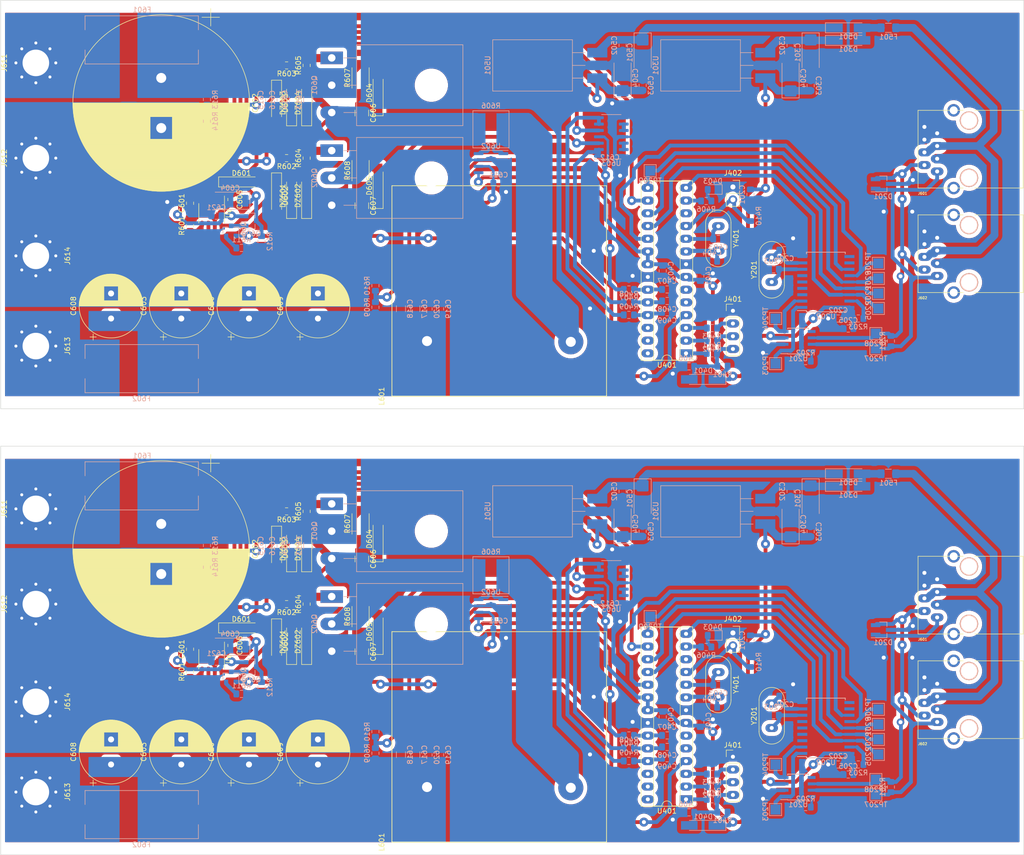
<source format=kicad_pcb>
(kicad_pcb (version 20171130) (host pcbnew 5.1.5)
  (layers (0 F.Cu signal) (31 B.Cu signal) (34 B.Paste user) (35 F.Paste user) (36 B.SilkS user) (37 F.SilkS user) (38 B.Mask user) (39 F.Mask user) (44 Edge.Cuts user))
  (net 0 "")
  (net 1 GND)
  (net 2 +5V)
  (net 3 /MCU/RESET)
  (net 4 "Net-(C203-Pad1)")
  (net 5 "Net-(C204-Pad1)")
  (net 6 "Net-(C403-Pad1)")
  (net 7 "Net-(C404-Pad1)")
  (net 8 "/POWER SUPPLY/+18V_IN")
  (net 9 "/CANBUS CONN/CAN_L")
  (net 10 "/CANBUS CONN/CAN_H")
  (net 11 "Net-(R202-Pad1)")
  (net 12 "Net-(R203-Pad2)")
  (net 13 /MCU/USART_RX)
  (net 14 "Net-(J401-Pad3)")
  (net 15 "Net-(J401-Pad2)")
  (net 16 /MCU/USART_TX)
  (net 17 /MOSI)
  (net 18 /MISO)
  (net 19 /CANBUS/TXCAN)
  (net 20 /CANBUS/RXCAN)
  (net 21 /CANBUS/CS)
  (net 22 /SCK)
  (net 23 /CANBUS/INT)
  (net 24 "Net-(D403-Pad2)")
  (net 25 "Net-(C501-Pad1)")
  (net 26 "Net-(C407-Pad2)")
  (net 27 "Net-(C603-Pad1)")
  (net 28 "Net-(C408-Pad1)")
  (net 29 "Net-(J402-Pad2)")
  (net 30 /MCU/INALLL)
  (net 31 "Net-(R406-Pad1)")
  (net 32 "Net-(D603-Pad2)")
  (net 33 "Net-(D603-Pad1)")
  (net 34 "Net-(D602-Pad1)")
  (net 35 "Net-(D602-Pad2)")
  (net 36 "Net-(R601-Pad1)")
  (net 37 "Net-(C601-Pad2)")
  (net 38 +BATT)
  (net 39 "Net-(C601-Pad1)")
  (net 40 /driver/LM324A)
  (net 41 "Net-(U603-Pad10)")
  (net 42 "Net-(U603-Pad12)")
  (net 43 "/CANBUS CONN/CAN_18V")
  (net 44 "Net-(DZ601-Pad1)")
  (net 45 "Net-(DZ603-Pad1)")
  (net 46 /MCU/PWM)
  (net 47 "Net-(C606-Pad1)")
  (net 48 "Net-(C607-Pad1)")
  (net 49 "Net-(R411-Pad2)")
  (net 50 +15V)
  (net 51 "Net-(C301-Pad1)")
  (net 52 "Net-(L601-Pad2)")
  (net 53 "Net-(F601-Pad2)")
  (net 54 "Net-(F602-Pad1)")
  (net 55 "Net-(Q603-Pad1)")
  (net 56 "Net-(Q604-Pad2)")
  (net 57 "Net-(R613-Pad1)")
  (net 58 /driver/LM324B)
  (net 59 "Net-(C409-Pad1)")
  (net 60 "Net-(R609-Pad1)")
  (net 61 /MCU/ENABLE)
  (net 62 "Net-(C604-Pad1)")
  (module TestPoint:TestPoint_Pad_2.0x2.0mm (layer B.Cu) (at 201.96 172.5 270)
    (fp_text reference TP204 (at 0 1.998 270) (layer B.SilkS) (effects (justify mirror)))
    (fp_text value RXCAN)
    (pad 1 smd rect (at 0 0 270) (size 2 2) (layers B.Cu B.Mask))
  )
  (module TestPoint:TestPoint_Pad_2.0x2.0mm (layer B.Cu) (at 222.46 167.5 270)
    (fp_text reference TP202 (at 0 1.998 270) (layer B.SilkS) (effects (justify mirror)))
    (fp_text value SO)
    (pad 1 smd rect (at 0 0 270) (size 2 2) (layers B.Cu B.Mask))
  )
  (module TestPoint:TestPoint_Pad_2.0x2.0mm (layer B.Cu) (at 222.46 164.5 270)
    (fp_text reference TP201 (at 0 1.998 270) (layer B.SilkS) (effects (justify mirror)))
    (fp_text value SI)
    (pad 1 smd rect (at 0 0 270) (size 2 2) (layers B.Cu B.Mask))
  )
  (module TestPoint:TestPoint_Pad_2.0x2.0mm (layer B.Cu) (at 201.96 181.5 270)
    (fp_text reference TP203 (at 0 1.998 270) (layer B.SilkS) (effects (justify mirror)))
    (fp_text value TXCAN)
    (pad 1 smd rect (at 0 0 270) (size 2 2) (layers B.Cu B.Mask))
  )
  (module TestPoint:TestPoint_Pad_2.0x2.0mm (layer B.Cu) (at 176.96 143)
    (fp_text reference TP209 (at 0 1.998 180) (layer B.SilkS) (effects (justify mirror)))
    (fp_text value INT)
    (pad 1 smd rect (at 0 0) (size 2 2) (layers B.Cu B.Mask))
  )
  (module TestPoint:TestPoint_Pad_2.0x2.0mm (layer B.Cu) (at 221.96 175.5)
    (fp_text reference TP208 (at 0 1.998 180) (layer B.SilkS) (effects (justify mirror)))
    (fp_text value CAN_L)
    (pad 1 smd rect (at 0 0) (size 2 2) (layers B.Cu B.Mask))
  )
  (module Capacitor_THT:CP_Radial_D12.5mm_P5.00mm (layer F.Cu) (at 69.46 172.5 90)
    (fp_text reference C608 (at 2.5 -7.5 90) (layer F.SilkS))
    (fp_text value 47uF)
    (pad 1 thru_hole rect (at 0 0 90) (size 2.4 2.4) (drill 1.2) (layers *.Cu *.Mask))
    (pad 2 thru_hole circle (at 5 0 90) (size 2.4 2.4) (drill 1.2) (layers *.Cu *.Mask))
  )
  (module TestPoint:TestPoint_Pad_2.0x2.0mm (layer B.Cu) (at 221.96 178.5)
    (fp_text reference TP207 (at 0 1.998 180) (layer B.SilkS) (effects (justify mirror)))
    (fp_text value CAN_H)
    (pad 1 smd rect (at 0 0) (size 2 2) (layers B.Cu B.Mask))
  )
  (module TestPoint:TestPoint_Pad_2.0x2.0mm (layer B.Cu) (at 222.46 161.5 270)
    (fp_text reference TP206 (at 0 1.998 270) (layer B.SilkS) (effects (justify mirror)))
    (fp_text value SCK)
    (pad 1 smd rect (at 0 0 270) (size 2 2) (layers B.Cu B.Mask))
  )
  (module TestPoint:TestPoint_Pad_2.0x2.0mm (layer B.Cu) (at 222.46 170.5 270)
    (fp_text reference TP205 (at 0 1.998 270) (layer B.SilkS) (effects (justify mirror)))
    (fp_text value SC)
    (pad 1 smd rect (at 0 0 270) (size 2 2) (layers B.Cu B.Mask))
  )
  (module Resistor_SMD:R_0805_2012Metric_Pad1.15x1.40mm_HandSolder (layer B.Cu) (at 189.286 174.404)
    (fp_text reference R403 (at 0 1.65) (layer B.SilkS) (effects (justify mirror)))
    (fp_text value 1k)
    (pad 2 smd roundrect (at 1.025 0) (size 1.15 1.4) (layers B.Cu B.Paste B.Mask) (roundrect_rratio 0.217391))
    (pad 1 smd roundrect (at -1.025 0) (size 1.15 1.4) (layers B.Cu B.Paste B.Mask) (roundrect_rratio 0.217391))
  )
  (module Resistor_SMD:R_0805_2012Metric_Pad1.15x1.40mm_HandSolder (layer B.Cu) (at 189.286 176.944)
    (fp_text reference R402 (at 0 1.65) (layer B.SilkS) (effects (justify mirror)))
    (fp_text value 1k)
    (pad 2 smd roundrect (at 1.025 0) (size 1.15 1.4) (layers B.Cu B.Paste B.Mask) (roundrect_rratio 0.217391))
    (pad 1 smd roundrect (at -1.025 0) (size 1.15 1.4) (layers B.Cu B.Paste B.Mask) (roundrect_rratio 0.217391))
  )
  (module Capacitor_SMD:C_1206_3216Metric_Pad1.42x1.75mm_HandSolder (layer B.Cu) (at 108.77 128.84 270)
    (fp_text reference C613 (at 0 1.82 270) (layer B.SilkS) (effects (justify mirror)))
    (fp_text value 4.7u)
    (pad 1 smd roundrect (at -1.4875 0 270) (size 1.425 1.75) (layers B.Cu B.Paste B.Mask) (roundrect_rratio 0.175439))
    (pad 2 smd roundrect (at 1.4875 0 270) (size 1.425 1.75) (layers B.Cu B.Paste B.Mask) (roundrect_rratio 0.175439))
  )
  (module Capacitor_SMD:C_1206_3216Metric_Pad1.42x1.75mm_HandSolder (layer B.Cu) (at 105.9 128.84 270)
    (fp_text reference C614 (at 0 1.82 270) (layer B.SilkS) (effects (justify mirror)))
    (fp_text value 4.7u)
    (pad 1 smd roundrect (at -1.4875 0 270) (size 1.425 1.75) (layers B.Cu B.Paste B.Mask) (roundrect_rratio 0.175439))
    (pad 2 smd roundrect (at 1.4875 0 270) (size 1.425 1.75) (layers B.Cu B.Paste B.Mask) (roundrect_rratio 0.175439))
  )
  (module Diode_SMD:D_MiniMELF_Handsoldering (layer F.Cu) (at 108.46 129.5 90)
    (fp_text reference DZ604 (at 0 -1.75 90) (layer F.SilkS))
    (fp_text value 15V)
    (pad 1 smd rect (at -2.75 0 90) (size 3.3 1.7) (layers F.Cu F.Paste F.Mask))
    (pad 2 smd rect (at 2.75 0 90) (size 3.3 1.7) (layers F.Cu F.Paste F.Mask))
  )
  (module Resistor_SMD:R_2512_6332Metric (layer F.Cu) (at 119.21 124.5 90)
    (fp_text reference R607 (at 0 -2.62 90) (layer F.SilkS))
    (fp_text value 1R)
    (pad 1 smd roundrect (at -2.9 0 90) (size 1.35 3.35) (layers F.Cu F.Paste F.Mask) (roundrect_rratio 0.185185))
    (pad 2 smd roundrect (at 2.9 0 90) (size 1.35 3.35) (layers F.Cu F.Paste F.Mask) (roundrect_rratio 0.185185))
  )
  (module Capacitor_SMD:C_0805_2012Metric_Pad1.15x1.40mm_HandSolder (layer B.Cu) (at 180.349 166.704 180)
    (fp_text reference C407 (at 0 1.65) (layer B.SilkS) (effects (justify mirror)))
    (fp_text value 100nF)
    (pad 1 smd roundrect (at -1.025 0 180) (size 1.15 1.4) (layers B.Cu B.Paste B.Mask) (roundrect_rratio 0.217391))
    (pad 2 smd roundrect (at 1.025 0 180) (size 1.15 1.4) (layers B.Cu B.Paste B.Mask) (roundrect_rratio 0.217391))
  )
  (module Capacitor_SMD:C_0805_2012Metric_Pad1.15x1.40mm_HandSolder (layer B.Cu) (at 132.764999 170.58 90)
    (fp_text reference C620 (at 0 1.65 90) (layer B.SilkS) (effects (justify mirror)))
    (fp_text value 100n)
    (pad 1 smd roundrect (at -1.025 0 90) (size 1.15 1.4) (layers B.Cu B.Paste B.Mask) (roundrect_rratio 0.217391))
    (pad 2 smd roundrect (at 1.025 0 90) (size 1.15 1.4) (layers B.Cu B.Paste B.Mask) (roundrect_rratio 0.217391))
  )
  (module Capacitor_SMD:C_0805_2012Metric_Pad1.15x1.40mm_HandSolder (layer B.Cu) (at 100.97 128.89 270)
    (fp_text reference C615 (at 0 1.65 270) (layer B.SilkS) (effects (justify mirror)))
    (fp_text value 100n)
    (pad 1 smd roundrect (at -1.025 0 270) (size 1.15 1.4) (layers B.Cu B.Paste B.Mask) (roundrect_rratio 0.217391))
    (pad 2 smd roundrect (at 1.025 0 270) (size 1.15 1.4) (layers B.Cu B.Paste B.Mask) (roundrect_rratio 0.217391))
  )
  (module Capacitor_SMD:C_0805_2012Metric_Pad1.15x1.40mm_HandSolder (layer B.Cu) (at 168.935 142 180)
    (fp_text reference C612 (at 0 1.65 180) (layer B.SilkS) (effects (justify mirror)))
    (fp_text value 100nF)
    (pad 1 smd roundrect (at -1.025 0 180) (size 1.15 1.4) (layers B.Cu B.Paste B.Mask) (roundrect_rratio 0.217391))
    (pad 2 smd roundrect (at 1.025 0 180) (size 1.15 1.4) (layers B.Cu B.Paste B.Mask) (roundrect_rratio 0.217391))
  )
  (module Capacitor_SMD:C_1206_3216Metric_Pad1.42x1.75mm_HandSolder (layer B.Cu) (at 130.13 170.55 90)
    (fp_text reference C617 (at 0 1.82 90) (layer B.SilkS) (effects (justify mirror)))
    (fp_text value 4.7u)
    (pad 1 smd roundrect (at -1.4875 0 90) (size 1.425 1.75) (layers B.Cu B.Paste B.Mask) (roundrect_rratio 0.175439))
    (pad 2 smd roundrect (at 1.4875 0 90) (size 1.425 1.75) (layers B.Cu B.Paste B.Mask) (roundrect_rratio 0.175439))
  )
  (module Resistor_SMD:R_0805_2012Metric_Pad1.15x1.40mm_HandSolder (layer B.Cu) (at 95.46 158.421851 180)
    (fp_text reference R611 (at 0 1.65 180) (layer B.SilkS) (effects (justify mirror)))
    (fp_text value 1k)
    (pad 1 smd roundrect (at -1.025 0 180) (size 1.15 1.4) (layers B.Cu B.Paste B.Mask) (roundrect_rratio 0.217391))
    (pad 2 smd roundrect (at 1.025 0 180) (size 1.15 1.4) (layers B.Cu B.Paste B.Mask) (roundrect_rratio 0.217391))
  )
  (module Resistor_SMD:R_0805_2012Metric_Pad1.15x1.40mm_HandSolder (layer F.Cu) (at 108.46 140.5 90)
    (fp_text reference R604 (at 0 -1.65 90) (layer F.SilkS))
    (fp_text value 10k)
    (pad 1 smd roundrect (at -1.025 0 90) (size 1.15 1.4) (layers F.Cu F.Paste F.Mask) (roundrect_rratio 0.217391))
    (pad 2 smd roundrect (at 1.025 0 90) (size 1.15 1.4) (layers F.Cu F.Paste F.Mask) (roundrect_rratio 0.217391))
  )
  (module Resistor_SMD:R_0805_2012Metric_Pad1.15x1.40mm_HandSolder (layer F.Cu) (at 104.46 122 180)
    (fp_text reference R603 (at 0 -1.65) (layer F.SilkS))
    (fp_text value 1R)
    (pad 1 smd roundrect (at -1.025 0 180) (size 1.15 1.4) (layers F.Cu F.Paste F.Mask) (roundrect_rratio 0.217391))
    (pad 2 smd roundrect (at 1.025 0 180) (size 1.15 1.4) (layers F.Cu F.Paste F.Mask) (roundrect_rratio 0.217391))
  )
  (module Capacitor_SMD:C_0805_2012Metric_Pad1.15x1.40mm_HandSolder (layer B.Cu) (at 186.96 164 90)
    (fp_text reference C401 (at 0 1.65 90) (layer B.SilkS) (effects (justify mirror)))
    (fp_text value 100nF)
    (pad 2 smd roundrect (at 1.025 0 90) (size 1.15 1.4) (layers B.Cu B.Paste B.Mask) (roundrect_rratio 0.217391))
    (pad 1 smd roundrect (at -1.025 0 90) (size 1.15 1.4) (layers B.Cu B.Paste B.Mask) (roundrect_rratio 0.217391))
  )
  (module Capacitor_SMD:C_0805_2012Metric_Pad1.15x1.40mm_HandSolder (layer B.Cu) (at 216.46 174.5 180)
    (fp_text reference C205 (at 0 1.65 180) (layer B.SilkS) (effects (justify mirror)))
    (fp_text value 100nF)
    (pad 2 smd roundrect (at 1.025 0 180) (size 1.15 1.4) (layers B.Cu B.Paste B.Mask) (roundrect_rratio 0.217391))
    (pad 1 smd roundrect (at -1.025 0 180) (size 1.15 1.4) (layers B.Cu B.Paste B.Mask) (roundrect_rratio 0.217391))
  )
  (module Capacitor_SMD:C_0805_2012Metric_Pad1.15x1.40mm_HandSolder (layer B.Cu) (at 203.734 158.866)
    (fp_text reference C204 (at 0 1.65) (layer B.SilkS) (effects (justify mirror)))
    (fp_text value 22pF)
    (pad 2 smd roundrect (at 1.025 0) (size 1.15 1.4) (layers B.Cu B.Paste B.Mask) (roundrect_rratio 0.217391))
    (pad 1 smd roundrect (at -1.025 0) (size 1.15 1.4) (layers B.Cu B.Paste B.Mask) (roundrect_rratio 0.217391))
  )
  (module Capacitor_SMD:C_0805_2012Metric_Pad1.15x1.40mm_HandSolder (layer B.Cu) (at 201.584 162.676 180)
    (fp_text reference C203 (at 0 1.65 180) (layer B.SilkS) (effects (justify mirror)))
    (fp_text value 22pF)
    (pad 2 smd roundrect (at 1.025 0 180) (size 1.15 1.4) (layers B.Cu B.Paste B.Mask) (roundrect_rratio 0.217391))
    (pad 1 smd roundrect (at -1.025 0 180) (size 1.15 1.4) (layers B.Cu B.Paste B.Mask) (roundrect_rratio 0.217391))
  )
  (module Capacitor_SMD:C_0805_2012Metric_Pad1.15x1.40mm_HandSolder (layer B.Cu) (at 214.46 172.5 180)
    (fp_text reference C202 (at 0 1.65) (layer B.SilkS) (effects (justify mirror)))
    (fp_text value 100nF)
    (pad 2 smd roundrect (at 1.025 0 180) (size 1.15 1.4) (layers B.Cu B.Paste B.Mask) (roundrect_rratio 0.217391))
    (pad 1 smd roundrect (at -1.025 0 180) (size 1.15 1.4) (layers B.Cu B.Paste B.Mask) (roundrect_rratio 0.217391))
  )
  (module Resistor_SMD:R_0805_2012Metric_Pad1.15x1.40mm_HandSolder (layer B.Cu) (at 99.46 157.1 90)
    (fp_text reference R612 (at 0 1.65 270) (layer B.SilkS) (effects (justify mirror)))
    (fp_text value 1k)
    (pad 1 smd roundrect (at -1.025 0 90) (size 1.15 1.4) (layers B.Cu B.Paste B.Mask) (roundrect_rratio 0.217391))
    (pad 2 smd roundrect (at 1.025 0 90) (size 1.15 1.4) (layers B.Cu B.Paste B.Mask) (roundrect_rratio 0.217391))
  )
  (module Resistor_SMD:R_0805_2012Metric_Pad1.15x1.40mm_HandSolder (layer B.Cu) (at 88.572839 128.813941 90)
    (fp_text reference R613 (at 0 1.65 90) (layer B.SilkS) (effects (justify mirror)))
    (fp_text value 15k)
    (pad 2 smd roundrect (at 1.025 0 90) (size 1.15 1.4) (layers B.Cu B.Paste B.Mask) (roundrect_rratio 0.217391))
    (pad 1 smd roundrect (at -1.025 0 90) (size 1.15 1.4) (layers B.Cu B.Paste B.Mask) (roundrect_rratio 0.217391))
  )
  (module Capacitor_SMD:C_0805_2012Metric_Pad1.15x1.40mm_HandSolder (layer B.Cu) (at 103.265001 128.89 270)
    (fp_text reference C616 (at 0 1.65 270) (layer B.SilkS) (effects (justify mirror)))
    (fp_text value 100n)
    (pad 1 smd roundrect (at -1.025 0 270) (size 1.15 1.4) (layers B.Cu B.Paste B.Mask) (roundrect_rratio 0.217391))
    (pad 2 smd roundrect (at 1.025 0 270) (size 1.15 1.4) (layers B.Cu B.Paste B.Mask) (roundrect_rratio 0.217391))
  )
  (module Resistor_SMD:R_0805_2012Metric_Pad1.15x1.40mm_HandSolder (layer B.Cu) (at 172.711 166.704)
    (fp_text reference R407 (at 0 1.65 180) (layer B.SilkS) (effects (justify mirror)))
    (fp_text value 680)
    (pad 1 smd roundrect (at -1.025 0) (size 1.15 1.4) (layers B.Cu B.Paste B.Mask) (roundrect_rratio 0.217391))
    (pad 2 smd roundrect (at 1.025 0) (size 1.15 1.4) (layers B.Cu B.Paste B.Mask) (roundrect_rratio 0.217391))
  )
  (module Capacitor_Tantalum_SMD:CP_EIA-6032-20_AVX-F_Pad2.25x2.35mm_HandSolder (layer B.Cu) (at 204.96 124.55 90)
    (fp_text reference C304 (at 0 2.55 90) (layer B.SilkS) (effects (justify mirror)))
    (fp_text value 1uF)
    (pad 1 smd roundrect (at -2.55 0 90) (size 2.25 2.35) (layers B.Cu B.Paste B.Mask) (roundrect_rratio 0.111111))
    (pad 2 smd roundrect (at 2.55 0 90) (size 2.25 2.35) (layers B.Cu B.Paste B.Mask) (roundrect_rratio 0.111111))
  )
  (module Capacitor_SMD:C_0805_2012Metric_Pad1.15x1.40mm_HandSolder (layer B.Cu) (at 204.96 118 270)
    (fp_text reference C302 (at 0 1.65 90) (layer B.SilkS) (effects (justify mirror)))
    (fp_text value 100nF)
    (pad 2 smd roundrect (at 1.025 0 270) (size 1.15 1.4) (layers B.Cu B.Paste B.Mask) (roundrect_rratio 0.217391))
    (pad 1 smd roundrect (at -1.025 0 270) (size 1.15 1.4) (layers B.Cu B.Paste B.Mask) (roundrect_rratio 0.217391))
  )
  (module Capacitor_SMD:C_0805_2012Metric_Pad1.15x1.40mm_HandSolder (layer B.Cu) (at 208.96 126.025 90)
    (fp_text reference C303 (at 0 1.65 90) (layer B.SilkS) (effects (justify mirror)))
    (fp_text value 100nF)
    (pad 1 smd roundrect (at -1.025 0 90) (size 1.15 1.4) (layers B.Cu B.Paste B.Mask) (roundrect_rratio 0.217391))
    (pad 2 smd roundrect (at 1.025 0 90) (size 1.15 1.4) (layers B.Cu B.Paste B.Mask) (roundrect_rratio 0.217391))
  )
  (module Capacitor_SMD:C_0805_2012Metric_Pad1.15x1.40mm_HandSolder (layer B.Cu) (at 180.349 169)
    (fp_text reference C408 (at 0 1.65 -180) (layer B.SilkS) (effects (justify mirror)))
    (fp_text value 100nF)
    (pad 1 smd roundrect (at -1.025 0) (size 1.15 1.4) (layers B.Cu B.Paste B.Mask) (roundrect_rratio 0.217391))
    (pad 2 smd roundrect (at 1.025 0) (size 1.15 1.4) (layers B.Cu B.Paste B.Mask) (roundrect_rratio 0.217391))
  )
  (module Package_SO:SOIC-8_3.9x4.9mm_P1.27mm (layer B.Cu) (at 206.46 177)
    (fp_text reference U201 (at 0 3.5) (layer B.SilkS) (effects (justify mirror)))
    (fp_text value MCP2551-I/SN)
    (pad 8 smd rect (at 2.7 1.905) (size 1.55 0.6) (layers B.Cu B.Paste B.Mask))
    (pad 7 smd rect (at 2.7 0.635) (size 1.55 0.6) (layers B.Cu B.Paste B.Mask))
    (pad 6 smd rect (at 2.7 -0.635) (size 1.55 0.6) (layers B.Cu B.Paste B.Mask))
    (pad 5 smd rect (at 2.7 -1.905) (size 1.55 0.6) (layers B.Cu B.Paste B.Mask))
    (pad 4 smd rect (at -2.7 -1.905) (size 1.55 0.6) (layers B.Cu B.Paste B.Mask))
    (pad 3 smd rect (at -2.7 -0.635) (size 1.55 0.6) (layers B.Cu B.Paste B.Mask))
    (pad 2 smd rect (at -2.7 0.635) (size 1.55 0.6) (layers B.Cu B.Paste B.Mask))
    (pad 1 smd rect (at -2.7 1.905) (size 1.55 0.6) (layers B.Cu B.Paste B.Mask))
  )
  (module Diode_SMD:D_MiniMELF_Handsoldering (layer B.Cu) (at 216.46 114.5)
    (fp_text reference D501 (at 0 1.75) (layer B.SilkS) (effects (justify mirror)))
    (fp_text value LL4148)
    (pad 2 smd rect (at 2.75 0) (size 3.3 1.7) (layers B.Cu B.Paste B.Mask))
    (pad 1 smd rect (at -2.75 0) (size 3.3 1.7) (layers B.Cu B.Paste B.Mask))
  )
  (module Diode_SMD:D_MiniMELF_Handsoldering (layer B.Cu) (at 187.51 184.65 180)
    (fp_text reference D401 (at 0 1.75 180) (layer B.SilkS) (effects (justify mirror)))
    (fp_text value LL4148)
    (pad 2 smd rect (at 2.75 0 180) (size 3.3 1.7) (layers B.Cu B.Paste B.Mask))
    (pad 1 smd rect (at -2.75 0 180) (size 3.3 1.7) (layers B.Cu B.Paste B.Mask))
  )
  (module Crystal:Crystal_HC49-U_Vertical (layer F.Cu) (at 190.556 154.084 270)
    (fp_text reference Y401 (at 2.44 -3.525 270) (layer F.SilkS))
    (fp_text value 16MHz)
    (pad 2 thru_hole oval (at 4.88 0 270) (size 1.6 2.5) (drill 0.8) (layers *.Cu *.Mask))
    (pad 1 thru_hole oval (at 0 0 270) (size 1.6 2.5) (drill 0.8) (layers *.Cu *.Mask))
  )
  (module Crystal:Crystal_HC49-U_Vertical (layer F.Cu) (at 201.194 165.216 90)
    (fp_text reference Y201 (at 2.44 -3.525 90) (layer F.SilkS))
    (fp_text value 16MHz)
    (pad 2 thru_hole oval (at 4.88 0 90) (size 1.6 2.5) (drill 0.8) (layers *.Cu *.Mask))
    (pad 1 thru_hole oval (at 0 0 90) (size 1.6 2.5) (drill 0.8) (layers *.Cu *.Mask))
  )
  (module Connector_PinHeader_2.54mm:PinHeader_1x04_P2.54mm_Vertical (layer F.Cu) (at 193.46 170.96)
    (fp_text reference J401 (at 0 -2.33) (layer F.SilkS))
    (fp_text value USART)
    (pad 4 thru_hole oval (at 0 7.62) (size 2.5 1.6) (drill 0.8) (layers *.Cu *.Mask))
    (pad 3 thru_hole oval (at 0 5.08) (size 2.5 1.6) (drill 0.8) (layers *.Cu *.Mask))
    (pad 2 thru_hole oval (at 0 2.54) (size 2.5 1.6) (drill 0.8) (layers *.Cu *.Mask))
    (pad 1 thru_hole rect (at 0 0) (size 2.5 1.6) (drill 0.8) (layers *.Cu *.Mask))
  )
  (module Capacitor_SMD:C_0805_2012Metric_Pad1.15x1.40mm_HandSolder (layer B.Cu) (at 175.46 125.975 90)
    (fp_text reference C503 (at 0 1.65 270) (layer B.SilkS) (effects (justify mirror)))
    (fp_text value 100nF)
    (pad 2 smd roundrect (at 1.025 0 90) (size 1.15 1.4) (layers B.Cu B.Paste B.Mask) (roundrect_rratio 0.217391))
    (pad 1 smd roundrect (at -1.025 0 90) (size 1.15 1.4) (layers B.Cu B.Paste B.Mask) (roundrect_rratio 0.217391))
  )
  (module Capacitor_SMD:C_0805_2012Metric_Pad1.15x1.40mm_HandSolder (layer B.Cu) (at 171.46 118 270)
    (fp_text reference C502 (at 0 1.65 90) (layer B.SilkS) (effects (justify mirror)))
    (fp_text value 100nF)
    (pad 2 smd roundrect (at 1.025 0 270) (size 1.15 1.4) (layers B.Cu B.Paste B.Mask) (roundrect_rratio 0.217391))
    (pad 1 smd roundrect (at -1.025 0 270) (size 1.15 1.4) (layers B.Cu B.Paste B.Mask) (roundrect_rratio 0.217391))
  )
  (module Capacitor_SMD:C_1210_3225Metric_Pad1.42x2.65mm_HandSolder (layer F.Cu) (at 119.46 131.5 270)
    (fp_text reference C606 (at 0 -2.28 90) (layer F.SilkS))
    (fp_text value 47nF)
    (pad 1 smd roundrect (at -1.4875 0 270) (size 1.425 2.65) (layers F.Cu F.Paste F.Mask) (roundrect_rratio 0.175439))
    (pad 2 smd roundrect (at 1.4875 0 270) (size 1.425 2.65) (layers F.Cu F.Paste F.Mask) (roundrect_rratio 0.175439))
  )
  (module Fuse:Fuseholder_Cylinder-5x20mm_Stelvio-Kontek_PTF78_Horizontal_Open (layer B.Cu) (at 64.27 182.5)
    (fp_text reference F602 (at 11.25 6) (layer B.SilkS) (effects (justify mirror)))
    (fp_text value 15A)
    (pad 1 smd rect (at 0 0) (size 5 10) (layers B.Cu B.Paste B.Mask))
    (pad 2 smd rect (at 22.6 0) (size 5 10) (layers B.Cu B.Paste B.Mask))
  )
  (module KicadZeniteSolarLibrary18:Inductor_Nocoupled (layer F.Cu) (at 125.46 188 90)
    (fp_text reference L601 (at 0 -2.032 270) (layer F.SilkS))
    (fp_text value 300uH)
    (pad 2 thru_hole circle (at 10.844 35.672 270) (size 5 5) (drill 2) (layers *.Cu *.Mask))
    (pad 1 thru_hole circle (at 11 7 90) (size 5 5) (drill 2) (layers *.Cu *.Mask))
  )
  (module Package_TO_SOT_THT:TO-247-3_Horizontal_TabUp (layer B.Cu) (at 113.46 120.5 270)
    (fp_text reference Q601 (at 5.45 3.45 90) (layer B.SilkS) (effects (justify mirror)))
    (fp_text value IRFP260N)
    (pad 3 thru_hole oval (at 10.9 0 270) (size 2.5 4.5) (drill 1.5) (layers *.Cu *.Mask))
    (pad 2 thru_hole oval (at 5.45 0 270) (size 2.5 4.5) (drill 1.5) (layers *.Cu *.Mask))
    (pad 1 thru_hole rect (at 0 0 270) (size 2.5 4.5) (drill 1.5) (layers *.Cu *.Mask))
    (pad "" np_thru_hole oval (at 5.45 -19.86 270) (size 3.6 3.6) (drill 3.6) (layers *.Cu *.Mask) (clearance 1.524))
  )
  (module Capacitor_SMD:C_1210_3225Metric_Pad1.42x2.65mm_HandSolder (layer F.Cu) (at 119.46 150 270)
    (fp_text reference C607 (at 0 -2.28 90) (layer F.SilkS))
    (fp_text value 47nF)
    (pad 1 smd roundrect (at -1.4875 0 270) (size 1.425 2.65) (layers F.Cu F.Paste F.Mask) (roundrect_rratio 0.175439))
    (pad 2 smd roundrect (at 1.4875 0 270) (size 1.425 2.65) (layers F.Cu F.Paste F.Mask) (roundrect_rratio 0.175439))
  )
  (module Capacitor_SMD:C_0805_2012Metric_Pad1.15x1.40mm_HandSolder (layer F.Cu) (at 93.46 148.75 270)
    (fp_text reference C605 (at 0 -1.65 90) (layer F.SilkS))
    (fp_text value 100nF)
    (pad 2 smd roundrect (at 1.025 0 270) (size 1.15 1.4) (layers F.Cu F.Paste F.Mask) (roundrect_rratio 0.217391))
    (pad 1 smd roundrect (at -1.025 0 270) (size 1.15 1.4) (layers F.Cu F.Paste F.Mask) (roundrect_rratio 0.217391))
  )
  (module Diode_SMD:D_MiniMELF_Handsoldering (layer F.Cu) (at 95.46 145.25)
    (fp_text reference D601 (at 0 -1.75 -180) (layer F.SilkS))
    (fp_text value LL4148)
    (pad 1 smd rect (at -2.75 0) (size 3.3 1.7) (layers F.Cu F.Paste F.Mask))
    (pad 2 smd rect (at 2.75 0) (size 3.3 1.7) (layers F.Cu F.Paste F.Mask))
  )
  (module Resistor_SMD:R_2512_6332Metric_Pad1.52x3.35mm_HandSolder (layer F.Cu) (at 119.21 143 90)
    (fp_text reference R608 (at 0 -2.62 90) (layer F.SilkS))
    (fp_text value 1R)
    (pad 1 smd roundrect (at -2.9875 0 90) (size 1.525 3.35) (layers F.Cu F.Paste F.Mask) (roundrect_rratio 0.163934))
    (pad 2 smd roundrect (at 2.9875 0 90) (size 1.525 3.35) (layers F.Cu F.Paste F.Mask) (roundrect_rratio 0.163934))
  )
  (module Resistor_SMD:R_0805_2012Metric_Pad1.15x1.40mm_HandSolder (layer F.Cu) (at 104.46 140.5 180)
    (fp_text reference R602 (at 0 -1.65) (layer F.SilkS))
    (fp_text value 1R)
    (pad 1 smd roundrect (at -1.025 0 180) (size 1.15 1.4) (layers F.Cu F.Paste F.Mask) (roundrect_rratio 0.217391))
    (pad 2 smd roundrect (at 1.025 0 180) (size 1.15 1.4) (layers F.Cu F.Paste F.Mask) (roundrect_rratio 0.217391))
  )
  (module KicadZeniteSolarLibrary18:RJ45_YH59_01 (layer F.Cu) (at 234.188 143.166 90)
    (fp_text reference J601 (at -4.364296 -2.909696 180) (layer F.SilkS) (effects (font (size 0.5 0.5) (thickness 0.1))))
    (fp_text value RJ45)
    (pad 9 thru_hole circle (at 12.2 3.296 90) (size 2.5 2.5) (drill 1.6) (layers *.Cu *.Mask))
    (pad 9 thru_hole circle (at -3.3 3.296 90) (size 2.5 2.5) (drill 1.6) (layers *.Cu *.Mask))
    (pad 8 thru_hole oval (at 8.895 -2.544 90) (size 1.6 2.5) (drill 0.8) (layers *.Cu *.Mask))
    (pad 7 thru_hole oval (at 7.625 -0.004 90) (size 1.6 2.5) (drill 0.8) (layers *.Cu *.Mask))
    (pad 6 thru_hole oval (at 6.355 -2.544 90) (size 1.6 2.5) (drill 0.8) (layers *.Cu *.Mask))
    (pad 5 thru_hole oval (at 5.085 -0.004 90) (size 1.6 2.5) (drill 0.8) (layers *.Cu *.Mask))
    (pad 4 thru_hole oval (at 3.815 -2.544 90) (size 1.6 2.5) (drill 0.8) (layers *.Cu *.Mask))
    (pad 3 thru_hole oval (at 2.545 -0.004 90) (size 1.6 2.5) (drill 0.8) (layers *.Cu *.Mask))
    (pad 2 thru_hole oval (at 1.275 -2.544 90) (size 1.6 2.5) (drill 0.8) (layers *.Cu *.Mask))
    (pad 1 thru_hole oval (at 0.005 -0.004 90) (size 1.6 2.5) (drill 0.8) (layers *.Cu *.Mask))
    (pad "" np_thru_hole circle (at -1.265 6.346 90) (size 3.65 3.65) (drill 3.2) (layers *.Cu *.SilkS *.Mask))
    (pad "" np_thru_hole circle (at 10.165 6.346 90) (size 3.65 3.65) (drill 3.2) (layers *.Cu *.SilkS *.Mask))
  )
  (module Fuse:Fuse_1206_3216Metric_Pad1.42x1.75mm_HandSolder (layer B.Cu) (at 224.46 114.5)
    (fp_text reference F501 (at 0 1.82) (layer B.SilkS) (effects (justify mirror)))
    (fp_text value 500mA)
    (pad 2 smd roundrect (at 1.4875 0) (size 1.425 1.75) (layers B.Cu B.Paste B.Mask) (roundrect_rratio 0.175439))
    (pad 1 smd roundrect (at -1.4875 0) (size 1.425 1.75) (layers B.Cu B.Paste B.Mask) (roundrect_rratio 0.175439))
  )
  (module Package_TO_SOT_SMD:SOT-23_Handsoldering (layer B.Cu) (at 223.41 145.65)
    (fp_text reference D201 (at 0 2.5 180) (layer B.SilkS) (effects (justify mirror)))
    (fp_text value pesd1can)
    (pad 1 smd rect (at -1.5 0.95) (size 1.9 0.8) (layers B.Cu B.Paste B.Mask))
    (pad 2 smd rect (at -1.5 -0.95) (size 1.9 0.8) (layers B.Cu B.Paste B.Mask))
    (pad 3 smd rect (at 1.5 0) (size 1.9 0.8) (layers B.Cu B.Paste B.Mask))
  )
  (module Diode_SMD:D_MiniMELF_Handsoldering (layer F.Cu) (at 108.46 148 90)
    (fp_text reference DZ602 (at 0 -1.75 90) (layer F.SilkS))
    (fp_text value 15V)
    (pad 2 smd rect (at 2.75 0 90) (size 3.3 1.7) (layers F.Cu F.Paste F.Mask))
    (pad 1 smd rect (at -2.75 0 90) (size 3.3 1.7) (layers F.Cu F.Paste F.Mask))
  )
  (module Capacitor_SMD:C_0805_2012Metric_Pad1.15x1.40mm_HandSolder (layer B.Cu) (at 146.71 145.5 180)
    (fp_text reference C611 (at 0 1.65) (layer B.SilkS) (effects (justify mirror)))
    (fp_text value 100nF)
    (pad 1 smd roundrect (at -1.025 0 180) (size 1.15 1.4) (layers B.Cu B.Paste B.Mask) (roundrect_rratio 0.217391))
    (pad 2 smd roundrect (at 1.025 0 180) (size 1.15 1.4) (layers B.Cu B.Paste B.Mask) (roundrect_rratio 0.217391))
  )
  (module Capacitor_SMD:C_0805_2012Metric_Pad1.15x1.40mm_HandSolder (layer B.Cu) (at 180.349 171.25)
    (fp_text reference C409 (at 0 1.65) (layer B.SilkS) (effects (justify mirror)))
    (fp_text value 100nF)
    (pad 2 smd roundrect (at 1.025 0) (size 1.15 1.4) (layers B.Cu B.Paste B.Mask) (roundrect_rratio 0.217391))
    (pad 1 smd roundrect (at -1.025 0) (size 1.15 1.4) (layers B.Cu B.Paste B.Mask) (roundrect_rratio 0.217391))
  )
  (module Resistor_SMD:R_0805_2012Metric_Pad1.15x1.40mm_HandSolder (layer B.Cu) (at 172.711 171.784 180)
    (fp_text reference R409 (at 0 1.65) (layer B.SilkS) (effects (justify mirror)))
    (fp_text value 680)
    (pad 1 smd roundrect (at -1.025 0 180) (size 1.15 1.4) (layers B.Cu B.Paste B.Mask) (roundrect_rratio 0.217391))
    (pad 2 smd roundrect (at 1.025 0 180) (size 1.15 1.4) (layers B.Cu B.Paste B.Mask) (roundrect_rratio 0.217391))
  )
  (module Resistor_SMD:R_0805_2012Metric_Pad1.15x1.40mm_HandSolder (layer F.Cu) (at 108.46 122 90)
    (fp_text reference R605 (at 0 -1.65 90) (layer F.SilkS))
    (fp_text value 10k)
    (pad 1 smd roundrect (at -1.025 0 90) (size 1.15 1.4) (layers F.Cu F.Paste F.Mask) (roundrect_rratio 0.217391))
    (pad 2 smd roundrect (at 1.025 0 90) (size 1.15 1.4) (layers F.Cu F.Paste F.Mask) (roundrect_rratio 0.217391))
  )
  (module Package_SO:SOIC-8_3.9x4.9mm_P1.27mm (layer F.Cu) (at 89.511 151.496 270)
    (fp_text reference Ue (at 0 -3.4 90) (layer F.SilkS))
    (fp_text value LM5104MNOPB)
    (pad 8 smd roundrect (at 2.475 -1.905 270) (size 1.95 0.6) (layers F.Cu F.Paste F.Mask))
    (pad 7 smd roundrect (at 2.475 -0.635 270) (size 1.95 0.6) (layers F.Cu F.Paste F.Mask))
    (pad 6 smd roundrect (at 2.475 0.635 270) (size 1.95 0.6) (layers F.Cu F.Paste F.Mask))
    (pad 5 smd roundrect (at 2.475 1.905 270) (size 1.95 0.6) (layers F.Cu F.Paste F.Mask))
    (pad 4 smd roundrect (at -2.475 1.905 270) (size 1.95 0.6) (layers F.Cu F.Paste F.Mask))
    (pad 3 smd roundrect (at -2.475 0.635 270) (size 1.95 0.6) (layers F.Cu F.Paste F.Mask))
    (pad 2 smd roundrect (at -2.475 -0.635 270) (size 1.95 0.6) (layers F.Cu F.Paste F.Mask))
    (pad 1 smd roundrect (at -2.475 -1.905 270) (size 1.95 0.6) (layers F.Cu F.Paste F.Mask))
  )
  (module Capacitor_SMD:C_0805_2012Metric_Pad1.15x1.40mm_HandSolder (layer F.Cu) (at 85.21 149.5 90)
    (fp_text reference C601 (at 0 -1.65 90) (layer F.SilkS))
    (fp_text value 100nF)
    (pad 2 smd roundrect (at 1.025 0 90) (size 1.15 1.4) (layers F.Cu F.Paste F.Mask) (roundrect_rratio 0.217391))
    (pad 1 smd roundrect (at -1.025 0 90) (size 1.15 1.4) (layers F.Cu F.Paste F.Mask) (roundrect_rratio 0.217391))
  )
  (module Capacitor_THT:CP_Radial_D12.5mm_P5.00mm (layer F.Cu) (at 83.46 172.5 90)
    (fp_text reference C603 (at 2.5 -7.5 90) (layer F.SilkS))
    (fp_text value 47uF)
    (pad 1 thru_hole rect (at 0 0 90) (size 2.4 2.4) (drill 1.2) (layers *.Cu *.Mask))
    (pad 2 thru_hole circle (at 5 0 90) (size 2.4 2.4) (drill 1.2) (layers *.Cu *.Mask))
  )
  (module Capacitor_Tantalum_SMD:CP_EIA-6032-20_AVX-F_Pad2.25x2.35mm_HandSolder (layer B.Cu) (at 93.21 149 180)
    (fp_text reference C604 (at 0 2.55) (layer B.SilkS) (effects (justify mirror)))
    (fp_text value 1uF)
    (pad 1 smd roundrect (at -2.55 0 180) (size 2.25 2.35) (layers B.Cu B.Paste B.Mask) (roundrect_rratio 0.111111))
    (pad 2 smd roundrect (at 2.55 0 180) (size 2.25 2.35) (layers B.Cu B.Paste B.Mask) (roundrect_rratio 0.111111))
  )
  (module Capacitor_THT:CP_Radial_D12.5mm_P5.00mm (layer F.Cu) (at 110.71 172.5 90)
    (fp_text reference C609 (at 2.5 -7.5 90) (layer F.SilkS))
    (fp_text value 47uF)
    (pad 1 thru_hole rect (at 0 0 90) (size 2.4 2.4) (drill 1.2) (layers *.Cu *.Mask))
    (pad 2 thru_hole circle (at 5 0 90) (size 2.4 2.4) (drill 1.2) (layers *.Cu *.Mask))
  )
  (module Package_SO:SOIC-18W_7.5x11.6mm_P1.27mm (layer B.Cu) (at 211.989 165.216)
    (fp_text reference U202 (at 0 6.875) (layer B.SilkS) (effects (justify mirror)))
    (fp_text value MCP2515-xSO)
    (pad 18 smd rect (at 4.7 5.08) (size 2 0.6) (layers B.Cu B.Paste B.Mask))
    (pad 17 smd rect (at 4.7 3.81) (size 2 0.6) (layers B.Cu B.Paste B.Mask))
    (pad 16 smd rect (at 4.7 2.54) (size 2 0.6) (layers B.Cu B.Paste B.Mask))
    (pad 15 smd rect (at 4.7 1.27) (size 2 0.6) (layers B.Cu B.Paste B.Mask))
    (pad 14 smd rect (at 4.7 0) (size 2 0.6) (layers B.Cu B.Paste B.Mask))
    (pad 13 smd rect (at 4.7 -1.27) (size 2 0.6) (layers B.Cu B.Paste B.Mask))
    (pad 12 smd rect (at 4.7 -2.54) (size 2 0.6) (layers B.Cu B.Paste B.Mask))
    (pad 11 smd rect (at 4.7 -3.81) (size 2 0.6) (layers B.Cu B.Paste B.Mask))
    (pad 10 smd rect (at 4.7 -5.08) (size 2 0.6) (layers B.Cu B.Paste B.Mask))
    (pad 9 smd rect (at -4.7 -5.08) (size 2 0.6) (layers B.Cu B.Paste B.Mask))
    (pad 8 smd rect (at -4.7 -3.81) (size 2 0.6) (layers B.Cu B.Paste B.Mask))
    (pad 7 smd rect (at -4.7 -2.54) (size 2 0.6) (layers B.Cu B.Paste B.Mask))
    (pad 6 smd rect (at -4.7 -1.27) (size 2 0.6) (layers B.Cu B.Paste B.Mask))
    (pad 5 smd rect (at -4.7 0) (size 2 0.6) (layers B.Cu B.Paste B.Mask))
    (pad 4 smd rect (at -4.7 1.27) (size 2 0.6) (layers B.Cu B.Paste B.Mask))
    (pad 3 smd rect (at -4.7 2.54) (size 2 0.6) (layers B.Cu B.Paste B.Mask))
    (pad 2 smd rect (at -4.7 3.81) (size 2 0.6) (layers B.Cu B.Paste B.Mask))
    (pad 1 smd rect (at -4.7 5.08) (size 2 0.6) (layers B.Cu B.Paste B.Mask))
  )
  (module Package_DIP:DIP-28_W7.62mm_Socket (layer F.Cu) (at 184.11 179.45 180)
    (fp_text reference U401 (at 3.81 -2.33 180) (layer F.SilkS))
    (fp_text value ATMEGA328P-PU)
    (pad 28 thru_hole oval (at 7.62 0 180) (size 2.5 1.6) (drill 0.8) (layers *.Cu *.Mask))
    (pad 14 thru_hole oval (at 0 33.02 180) (size 2.5 1.6) (drill 0.8) (layers *.Cu *.Mask))
    (pad 27 thru_hole oval (at 7.62 2.54 180) (size 2.5 1.6) (drill 0.8) (layers *.Cu *.Mask))
    (pad 13 thru_hole oval (at 0 30.48 180) (size 2.5 1.6) (drill 0.8) (layers *.Cu *.Mask))
    (pad 26 thru_hole oval (at 7.62 5.08 180) (size 2.5 1.6) (drill 0.8) (layers *.Cu *.Mask))
    (pad 12 thru_hole oval (at 0 27.94 180) (size 2.5 1.6) (drill 0.8) (layers *.Cu *.Mask))
    (pad 25 thru_hole oval (at 7.62 7.62 180) (size 2.5 1.6) (drill 0.8) (layers *.Cu *.Mask))
    (pad 11 thru_hole oval (at 0 25.4 180) (size 2.5 1.6) (drill 0.8) (layers *.Cu *.Mask))
    (pad 24 thru_hole oval (at 7.62 10.16 180) (size 2.5 1.6) (drill 0.8) (layers *.Cu *.Mask))
    (pad 10 thru_hole oval (at 0 22.86 180) (size 2.5 1.6) (drill 0.8) (layers *.Cu *.Mask))
    (pad 23 thru_hole oval (at 7.62 12.7 180) (size 2.5 1.6) (drill 0.8) (layers *.Cu *.Mask))
    (pad 9 thru_hole oval (at 0 20.32 180) (size 2.5 1.6) (drill 0.8) (layers *.Cu *.Mask))
    (pad 22 thru_hole oval (at 7.62 15.24 180) (size 2.5 1.6) (drill 0.8) (layers *.Cu *.Mask))
    (pad 8 thru_hole oval (at 0 17.78 180) (size 2.5 1.6) (drill 0.8) (layers *.Cu *.Mask))
    (pad 21 thru_hole oval (at 7.62 17.78 180) (size 2.5 1.6) (drill 0.8) (layers *.Cu *.Mask))
    (pad 7 thru_hole oval (at 0 15.24 180) (size 2.5 1.6) (drill 0.8) (layers *.Cu *.Mask))
    (pad 20 thru_hole oval (at 7.62 20.32 180) (size 2.5 1.6) (drill 0.8) (layers *.Cu *.Mask))
    (pad 6 thru_hole oval (at 0 12.7 180) (size 2.5 1.6) (drill 0.8) (layers *.Cu *.Mask))
    (pad 19 thru_hole oval (at 7.62 22.86 180) (size 2.5 1.6) (drill 0.8) (layers *.Cu *.Mask))
    (pad 5 thru_hole oval (at 0 10.16 180) (size 2.5 1.6) (drill 0.8) (layers *.Cu *.Mask))
    (pad 18 thru_hole oval (at 7.62 25.4 180) (size 2.5 1.6) (drill 0.8) (layers *.Cu *.Mask))
    (pad 4 thru_hole oval (at 0 7.62 180) (size 2.5 1.6) (drill 0.8) (layers *.Cu *.Mask))
    (pad 17 thru_hole oval (at 7.62 27.94 180) (size 2.5 1.6) (drill 0.8) (layers *.Cu *.Mask))
    (pad 3 thru_hole oval (at 0 5.08 180) (size 2.5 1.6) (drill 0.8) (layers *.Cu *.Mask))
    (pad 16 thru_hole oval (at 7.62 30.48 180) (size 2.5 1.6) (drill 0.8) (layers *.Cu *.Mask))
    (pad 2 thru_hole oval (at 0 2.54 180) (size 2.5 1.6) (drill 0.8) (layers *.Cu *.Mask))
    (pad 15 thru_hole oval (at 7.62 33.02 180) (size 2.5 1.6) (drill 0.8) (layers *.Cu *.Mask))
    (pad 1 thru_hole rect (at 0 0 180) (size 2.5 1.6) (drill 0.8) (layers *.Cu *.Mask))
  )
  (module Capacitor_SMD:C_0805_2012Metric_Pad1.15x1.40mm_HandSolder (layer B.Cu) (at 184.71 182.05 180)
    (fp_text reference C406 (at 0.2 1.65) (layer B.SilkS) (effects (justify mirror)))
    (fp_text value 100nF)
    (pad 2 smd roundrect (at 1.025 0 180) (size 1.15 1.4) (layers B.Cu B.Paste B.Mask) (roundrect_rratio 0.217391))
    (pad 1 smd roundrect (at -1.025 0 180) (size 1.15 1.4) (layers B.Cu B.Paste B.Mask) (roundrect_rratio 0.217391))
  )
  (module Capacitor_SMD:C_0805_2012Metric_Pad1.15x1.40mm_HandSolder (layer B.Cu) (at 189.286 161.069 180)
    (fp_text reference C404 (at 0 1.65 180) (layer B.SilkS) (effects (justify mirror)))
    (fp_text value 22pF)
    (pad 2 smd roundrect (at 1.025 0 180) (size 1.15 1.4) (layers B.Cu B.Paste B.Mask) (roundrect_rratio 0.217391))
    (pad 1 smd roundrect (at -1.025 0 180) (size 1.15 1.4) (layers B.Cu B.Paste B.Mask) (roundrect_rratio 0.217391))
  )
  (module Capacitor_SMD:C_0805_2012Metric_Pad1.15x1.40mm_HandSolder (layer B.Cu) (at 190.556 156.624)
    (fp_text reference C403 (at 0 1.65) (layer B.SilkS) (effects (justify mirror)))
    (fp_text value 22pF)
    (pad 2 smd roundrect (at 1.025 0) (size 1.15 1.4) (layers B.Cu B.Paste B.Mask) (roundrect_rratio 0.217391))
    (pad 1 smd roundrect (at -1.025 0) (size 1.15 1.4) (layers B.Cu B.Paste B.Mask) (roundrect_rratio 0.217391))
  )
  (module Capacitor_SMD:C_0805_2012Metric_Pad1.15x1.40mm_HandSolder (layer B.Cu) (at 179.46 163 90)
    (fp_text reference C402 (at 0 1.65 90) (layer B.SilkS) (effects (justify mirror)))
    (fp_text value 100nF)
    (pad 2 smd roundrect (at 1.025 0 90) (size 1.15 1.4) (layers B.Cu B.Paste B.Mask) (roundrect_rratio 0.217391))
    (pad 1 smd roundrect (at -1.025 0 90) (size 1.15 1.4) (layers B.Cu B.Paste B.Mask) (roundrect_rratio 0.217391))
  )
  (module Capacitor_SMD:C_1206_3216Metric_Pad1.42x1.75mm_HandSolder (layer B.Cu) (at 127.26 170.55 90)
    (fp_text reference C618 (at 0 1.82 90) (layer B.SilkS) (effects (justify mirror)))
    (fp_text value 4.7u)
    (pad 1 smd roundrect (at -1.4875 0 90) (size 1.425 1.75) (layers B.Cu B.Paste B.Mask) (roundrect_rratio 0.175439))
    (pad 2 smd roundrect (at 1.4875 0 90) (size 1.425 1.75) (layers B.Cu B.Paste B.Mask) (roundrect_rratio 0.175439))
  )
  (module Resistor_SMD:R_0805_2012Metric_Pad1.15x1.40mm_HandSolder (layer B.Cu) (at 88.572839 133.140941 90)
    (fp_text reference R614 (at 0 1.65 90) (layer B.SilkS) (effects (justify mirror)))
    (fp_text value 1k2)
    (pad 1 smd roundrect (at -1.025 0 90) (size 1.15 1.4) (layers B.Cu B.Paste B.Mask) (roundrect_rratio 0.217391))
    (pad 2 smd roundrect (at 1.025 0 90) (size 1.15 1.4) (layers B.Cu B.Paste B.Mask) (roundrect_rratio 0.217391))
  )
  (module KicadZeniteSolarLibrary18:TO-220-3_Horizontal_TabDown_SMD (layer B.Cu) (at 165.144 119.46 270)
    (fp_text reference U501 (at 2.54 20.58 90) (layer B.SilkS) (effects (justify mirror)))
    (fp_text value LM7815)
    (pad 2 smd rect (at 2.54 11.684 270) (size 10 16) (layers B.Cu B.Paste B.Mask))
    (pad 1 smd rect (at 0 -1.27 270) (size 1.905 4) (layers B.Cu B.Paste B.Mask))
    (pad 2 smd rect (at 2.54 -1.27 270) (size 1.905 4) (layers B.Cu B.Paste B.Mask))
    (pad 3 smd rect (at 5.08 -1.27 270) (size 1.905 4) (layers B.Cu B.Paste B.Mask))
  )
  (module Capacitor_Tantalum_SMD:CP_EIA-6032-20_AVX-F_Pad2.25x2.35mm_HandSolder (layer B.Cu) (at 175.46 119.45 270)
    (fp_text reference C501 (at 0 2.55 90) (layer B.SilkS) (effects (justify mirror)))
    (fp_text value 1uF)
    (pad 2 smd roundrect (at 2.55 0 270) (size 2.25 2.35) (layers B.Cu B.Paste B.Mask) (roundrect_rratio 0.111111))
    (pad 1 smd roundrect (at -2.55 0 270) (size 2.25 2.35) (layers B.Cu B.Paste B.Mask) (roundrect_rratio 0.111111))
  )
  (module Resistor_SMD:R_0805_2012Metric_Pad1.15x1.40mm_HandSolder (layer B.Cu) (at 188.135 149.05)
    (fp_text reference R406 (at 0 1.65) (layer B.SilkS) (effects (justify mirror)))
    (fp_text value 330)
    (pad 2 smd roundrect (at 1.025 0) (size 1.15 1.4) (layers B.Cu B.Paste B.Mask) (roundrect_rratio 0.217391))
    (pad 1 smd roundrect (at -1.025 0) (size 1.15 1.4) (layers B.Cu B.Paste B.Mask) (roundrect_rratio 0.217391))
  )
  (module Package_SO:SOIC-8_3.9x4.9mm_P1.27mm (layer B.Cu) (at 145.21 141.5 180)
    (fp_text reference U602 (at 0 3.4) (layer B.SilkS) (effects (justify mirror)))
    (fp_text value INA240A4D)
    (pad 1 smd roundrect (at -2.475 1.905 180) (size 1.95 0.6) (layers B.Cu B.Paste B.Mask))
    (pad 2 smd roundrect (at -2.475 0.635 180) (size 1.95 0.6) (layers B.Cu B.Paste B.Mask))
    (pad 3 smd roundrect (at -2.475 -0.635 180) (size 1.95 0.6) (layers B.Cu B.Paste B.Mask))
    (pad 4 smd roundrect (at -2.475 -1.905 180) (size 1.95 0.6) (layers B.Cu B.Paste B.Mask))
    (pad 5 smd roundrect (at 2.475 -1.905 180) (size 1.95 0.6) (layers B.Cu B.Paste B.Mask))
    (pad 6 smd roundrect (at 2.475 -0.635 180) (size 1.95 0.6) (layers B.Cu B.Paste B.Mask))
    (pad 7 smd roundrect (at 2.475 0.635 180) (size 1.95 0.6) (layers B.Cu B.Paste B.Mask))
    (pad 8 smd roundrect (at 2.475 1.905 180) (size 1.95 0.6) (layers B.Cu B.Paste B.Mask))
  )
  (module KicadZeniteSolarLibrary18:R_2512_6432Metric_Reversed (layer B.Cu) (at 145.21 134.75 270)
    (fp_text reference R606 (at -4.7 0 180) (layer B.SilkS) (effects (justify mirror)))
    (fp_text value 1,5mR)
    (pad 2 smd rect (at 0 2.1 270) (size 6.4 2) (layers B.Cu B.Paste B.Mask))
    (pad 1 smd rect (at 0 -2.1 270) (size 6.4 2) (layers B.Cu B.Paste B.Mask))
  )
  (module Package_TO_SOT_THT:TO-247-3_Horizontal_TabUp (layer B.Cu) (at 113.46 139 270)
    (fp_text reference Q602 (at 5.45 3.45 90) (layer B.SilkS) (effects (justify mirror)))
    (fp_text value IRFP260N)
    (pad 3 thru_hole oval (at 10.9 0 270) (size 2.5 4.5) (drill 1.5) (layers *.Cu *.Mask))
    (pad 2 thru_hole oval (at 5.45 0 270) (size 2.5 4.5) (drill 1.5) (layers *.Cu *.Mask))
    (pad 1 thru_hole rect (at 0 0 270) (size 2.5 4.5) (drill 1.5) (layers *.Cu *.Mask))
    (pad "" np_thru_hole oval (at 5.45 -19.86 270) (size 3.6 3.6) (drill 3.6) (layers *.Cu *.Mask) (clearance 1.524))
  )
  (module Capacitor_THT:CP_Radial_D12.5mm_P5.00mm (layer F.Cu) (at 96.96 172.5 90)
    (fp_text reference C610 (at 2.5 -7.5 90) (layer F.SilkS))
    (fp_text value 47uF)
    (pad 1 thru_hole rect (at 0 0 90) (size 2.4 2.4) (drill 1.2) (layers *.Cu *.Mask))
    (pad 2 thru_hole circle (at 5 0 90) (size 2.4 2.4) (drill 1.2) (layers *.Cu *.Mask))
  )
  (module Capacitor_SMD:C_0805_2012Metric_Pad1.15x1.40mm_HandSolder (layer B.Cu) (at 90.46 152 180)
    (fp_text reference C621 (at 0 1.65 180) (layer B.SilkS) (effects (justify mirror)))
    (fp_text value 100nF)
    (pad 1 smd roundrect (at -1.025 0 180) (size 1.15 1.4) (layers B.Cu B.Paste B.Mask) (roundrect_rratio 0.217391))
    (pad 2 smd roundrect (at 1.025 0 180) (size 1.15 1.4) (layers B.Cu B.Paste B.Mask) (roundrect_rratio 0.217391))
  )
  (module KicadZeniteSolarLibrary18:TO-220-3_Horizontal_TabDown_SMD (layer B.Cu) (at 198.644 119.46 270)
    (fp_text reference U301 (at 2.54 20.58 90) (layer B.SilkS) (effects (justify mirror)))
    (fp_text value LM7805)
    (pad 3 smd rect (at 5.08 -1.27 270) (size 1.905 4) (layers B.Cu B.Paste B.Mask))
    (pad 2 smd rect (at 2.54 -1.27 270) (size 1.905 4) (layers B.Cu B.Paste B.Mask))
    (pad 1 smd rect (at 0 -1.27 270) (size 1.905 4) (layers B.Cu B.Paste B.Mask))
    (pad 2 smd rect (at 2.54 11.684 270) (size 10 16) (layers B.Cu B.Paste B.Mask))
  )
  (module Diode_SMD:D_MiniMELF_Handsoldering (layer B.Cu) (at 216.46 117)
    (fp_text reference D301 (at 0 1.75) (layer B.SilkS) (effects (justify mirror)))
    (fp_text value LL4148)
    (pad 2 smd rect (at 2.75 0) (size 3.3 1.7) (layers B.Cu B.Paste B.Mask))
    (pad 1 smd rect (at -2.75 0) (size 3.3 1.7) (layers B.Cu B.Paste B.Mask))
  )
  (module Capacitor_Tantalum_SMD:CP_EIA-6032-20_AVX-F_Pad2.25x2.35mm_HandSolder (layer B.Cu) (at 208.96 119.45 270)
    (fp_text reference C301 (at 0 2.55 90) (layer B.SilkS) (effects (justify mirror)))
    (fp_text value 1uF)
    (pad 2 smd roundrect (at 2.55 0 270) (size 2.25 2.35) (layers B.Cu B.Paste B.Mask) (roundrect_rratio 0.111111))
    (pad 1 smd roundrect (at -2.55 0 270) (size 2.25 2.35) (layers B.Cu B.Paste B.Mask) (roundrect_rratio 0.111111))
  )
  (module Fuse:Fuseholder_Cylinder-5x20mm_Stelvio-Kontek_PTF78_Horizontal_Open (layer B.Cu) (at 86.87 116.91 180)
    (fp_text reference F601 (at 11.25 6) (layer B.SilkS) (effects (justify mirror)))
    (fp_text value 10A)
    (pad 1 smd rect (at 0 0 180) (size 5 10) (layers B.Cu B.Paste B.Mask))
    (pad 2 smd rect (at 22.6 0 180) (size 5 10) (layers B.Cu B.Paste B.Mask))
  )
  (module Resistor_SMD:R_0805_2012Metric_Pad1.15x1.40mm_HandSolder (layer B.Cu) (at 122.174 165.942 270)
    (fp_text reference R610 (at 0 1.65 90) (layer B.SilkS) (effects (justify mirror)))
    (fp_text value 1k2)
    (pad 1 smd roundrect (at -1.025 0 270) (size 1.15 1.4) (layers B.Cu B.Paste B.Mask) (roundrect_rratio 0.217391))
    (pad 2 smd roundrect (at 1.025 0 270) (size 1.15 1.4) (layers B.Cu B.Paste B.Mask) (roundrect_rratio 0.217391))
  )
  (module Capacitor_Tantalum_SMD:CP_EIA-6032-20_AVX-F_Pad2.25x2.35mm_HandSolder (layer B.Cu) (at 171.46 124.5 90)
    (fp_text reference C504 (at 0 2.55 270) (layer B.SilkS) (effects (justify mirror)))
    (fp_text value 1uF)
    (pad 1 smd roundrect (at -2.55 0 90) (size 2.25 2.35) (layers B.Cu B.Paste B.Mask) (roundrect_rratio 0.111111))
    (pad 2 smd roundrect (at 2.55 0 90) (size 2.25 2.35) (layers B.Cu B.Paste B.Mask) (roundrect_rratio 0.111111))
  )
  (module Capacitor_SMD:C_0805_2012Metric_Pad1.15x1.40mm_HandSolder (layer B.Cu) (at 196.96 147.765 270)
    (fp_text reference C201 (at 0 1.65 270) (layer B.SilkS) (effects (justify mirror)))
    (fp_text value 100nF)
    (pad 2 smd roundrect (at 1.025 0 270) (size 1.15 1.4) (layers B.Cu B.Paste B.Mask) (roundrect_rratio 0.217391))
    (pad 1 smd roundrect (at -1.025 0 270) (size 1.15 1.4) (layers B.Cu B.Paste B.Mask) (roundrect_rratio 0.217391))
  )
  (module KicadZeniteSolarLibrary18:RJ45_YH59_01 (layer F.Cu) (at 234.192 164.021 90)
    (fp_text reference J602 (at -4.364296 -2.909696 180) (layer F.SilkS) (effects (font (size 0.5 0.5) (thickness 0.1))))
    (fp_text value RJ45)
    (pad 9 thru_hole circle (at 12.2 3.296 90) (size 2.5 2.5) (drill 1.6) (layers *.Cu *.Mask))
    (pad 9 thru_hole circle (at -3.3 3.296 90) (size 2.5 2.5) (drill 1.6) (layers *.Cu *.Mask))
    (pad 8 thru_hole oval (at 8.895 -2.544 90) (size 1.6 2.5) (drill 0.8) (layers *.Cu *.Mask))
    (pad 7 thru_hole oval (at 7.625 -0.004 90) (size 1.6 2.5) (drill 0.8) (layers *.Cu *.Mask))
    (pad 6 thru_hole oval (at 6.355 -2.544 90) (size 1.6 2.5) (drill 0.8) (layers *.Cu *.Mask))
    (pad 5 thru_hole oval (at 5.085 -0.004 90) (size 1.6 2.5) (drill 0.8) (layers *.Cu *.Mask))
    (pad 4 thru_hole oval (at 3.815 -2.544 90) (size 1.6 2.5) (drill 0.8) (layers *.Cu *.Mask))
    (pad 3 thru_hole oval (at 2.545 -0.004 90) (size 1.6 2.5) (drill 0.8) (layers *.Cu *.Mask))
    (pad 2 thru_hole oval (at 1.275 -2.544 90) (size 1.6 2.5) (drill 0.8) (layers *.Cu *.Mask))
    (pad 1 thru_hole oval (at 0.005 -0.004 90) (size 1.6 2.5) (drill 0.8) (layers *.Cu *.Mask))
    (pad "" np_thru_hole circle (at -1.265 6.346 90) (size 3.65 3.65) (drill 3.2) (layers *.Cu *.SilkS *.Mask))
    (pad "" np_thru_hole circle (at 10.165 6.346 90) (size 3.65 3.65) (drill 3.2) (layers *.Cu *.SilkS *.Mask))
  )
  (module LED_SMD:LED_0805_2012Metric_Pad1.15x1.40mm_HandSolder (layer B.Cu) (at 189.46 146.75 180)
    (fp_text reference D403 (at 0 1.65) (layer B.SilkS) (effects (justify mirror)))
    (fp_text value LED_RED)
    (pad 2 smd roundrect (at 1.025 0 180) (size 1.15 1.4) (layers B.Cu B.Paste B.Mask) (roundrect_rratio 0.217391))
    (pad 1 smd roundrect (at -1.025 0 180) (size 1.15 1.4) (layers B.Cu B.Paste B.Mask) (roundrect_rratio 0.217391))
  )
  (module Resistor_SMD:R_0805_2012Metric_Pad1.15x1.40mm_HandSolder (layer B.Cu) (at 196.96 152.025 90)
    (fp_text reference R410 (at 0 1.65 90) (layer B.SilkS) (effects (justify mirror)))
    (fp_text value 10k)
    (pad 2 smd roundrect (at 1.025 0 90) (size 1.15 1.4) (layers B.Cu B.Paste B.Mask) (roundrect_rratio 0.217391))
    (pad 1 smd roundrect (at -1.025 0 90) (size 1.15 1.4) (layers B.Cu B.Paste B.Mask) (roundrect_rratio 0.217391))
  )
  (module Connector_PinSocket_2.54mm:PinSocket_1x02_P2.54mm_Vertical (layer F.Cu) (at 193.46 146.25)
    (fp_text reference J402 (at 0 -2.77 180) (layer F.SilkS))
    (fp_text value DISABLE)
    (pad 2 thru_hole oval (at 0 2.54) (size 1.7 1.7) (drill 1) (layers *.Cu *.Mask))
    (pad 1 thru_hole rect (at 0 0) (size 1.7 1.7) (drill 1) (layers *.Cu *.Mask))
  )
  (module Resistor_SMD:R_0805_2012Metric_Pad1.15x1.40mm_HandSolder (layer B.Cu) (at 189.26 179.45 180)
    (fp_text reference R411 (at 0 1.65) (layer B.SilkS) (effects (justify mirror)))
    (fp_text value 100)
    (pad 2 smd roundrect (at 1.025 0 180) (size 1.15 1.4) (layers B.Cu B.Paste B.Mask) (roundrect_rratio 0.217391))
    (pad 1 smd roundrect (at -1.025 0 180) (size 1.15 1.4) (layers B.Cu B.Paste B.Mask) (roundrect_rratio 0.217391))
  )
  (module MountingHole:MountingHole_5.3mm_M5_Pad_Via (layer F.Cu) (at 54.46 160 270)
    (fp_text reference J614 (at 0 -6.3 90) (layer F.SilkS))
    (fp_text value -BAT_OUT)
    (pad 1 thru_hole circle (at 0 0 270) (size 10.6 10.6) (drill 5.3) (layers *.Cu *.Mask))
    (pad 1 thru_hole circle (at 3.975 0 270) (size 0.9 0.9) (drill 0.6) (layers *.Cu *.Mask))
    (pad 1 thru_hole circle (at 2.810749 2.810749 270) (size 0.9 0.9) (drill 0.6) (layers *.Cu *.Mask))
    (pad 1 thru_hole circle (at 0 3.975 270) (size 0.9 0.9) (drill 0.6) (layers *.Cu *.Mask))
    (pad 1 thru_hole circle (at -2.810749 2.810749 270) (size 0.9 0.9) (drill 0.6) (layers *.Cu *.Mask))
    (pad 1 thru_hole circle (at -3.975 0 270) (size 0.9 0.9) (drill 0.6) (layers *.Cu *.Mask))
    (pad 1 thru_hole circle (at -2.810749 -2.810749 270) (size 0.9 0.9) (drill 0.6) (layers *.Cu *.Mask))
    (pad 1 thru_hole circle (at 0 -3.975 270) (size 0.9 0.9) (drill 0.6) (layers *.Cu *.Mask))
    (pad 1 thru_hole circle (at 2.810749 -2.810749 270) (size 0.9 0.9) (drill 0.6) (layers *.Cu *.Mask))
  )
  (module Diode_SMD:D_MiniMELF_Handsoldering (layer F.Cu) (at 105.46 148 90)
    (fp_text reference DZ601 (at 0 -1.75 90) (layer F.SilkS))
    (fp_text value 15V)
    (pad 1 smd rect (at -2.75 0 90) (size 3.3 1.7) (layers F.Cu F.Paste F.Mask))
    (pad 2 smd rect (at 2.75 0 90) (size 3.3 1.7) (layers F.Cu F.Paste F.Mask))
  )
  (module Diode_SMD:D_MiniMELF_Handsoldering (layer F.Cu) (at 122.71 146 90)
    (fp_text reference D605 (at 0 -1.75 90) (layer F.SilkS))
    (fp_text value ES2A)
    (pad 2 smd rect (at 2.75 0 90) (size 3.3 1.7) (layers F.Cu F.Paste F.Mask))
    (pad 1 smd rect (at -2.75 0 90) (size 3.3 1.7) (layers F.Cu F.Paste F.Mask))
  )
  (module Resistor_SMD:R_0805_2012Metric_Pad1.15x1.40mm_HandSolder (layer B.Cu) (at 122.174 170.26 270)
    (fp_text reference R609 (at 0 1.65 270) (layer B.SilkS) (effects (justify mirror)))
    (fp_text value 15k)
    (pad 1 smd roundrect (at -1.025 0 270) (size 1.15 1.4) (layers B.Cu B.Paste B.Mask) (roundrect_rratio 0.217391))
    (pad 2 smd roundrect (at 1.025 0 270) (size 1.15 1.4) (layers B.Cu B.Paste B.Mask) (roundrect_rratio 0.217391))
  )
  (module Package_TO_SOT_SMD:SOT-23 (layer B.Cu) (at 97.403156 153.046851)
    (fp_text reference Q603 (at 0 2.5 180) (layer B.SilkS) (effects (justify mirror)))
    (fp_text value BC857)
    (pad 3 smd rect (at 1 0) (size 0.9 0.8) (layers B.Cu B.Paste B.Mask))
    (pad 2 smd rect (at -1 -0.95) (size 0.9 0.8) (layers B.Cu B.Paste B.Mask))
    (pad 1 smd rect (at -1 0.95) (size 0.9 0.8) (layers B.Cu B.Paste B.Mask))
  )
  (module Package_TO_SOT_SMD:SOT-23 (layer B.Cu) (at 93.353156 155.021851 90)
    (fp_text reference Q604 (at 0 2.5 90) (layer B.SilkS) (effects (justify mirror)))
    (fp_text value BC847)
    (pad 1 smd rect (at -1 0.95 90) (size 0.9 0.8) (layers B.Cu B.Paste B.Mask))
    (pad 2 smd rect (at -1 -0.95 90) (size 0.9 0.8) (layers B.Cu B.Paste B.Mask))
    (pad 3 smd rect (at 1 0 90) (size 0.9 0.8) (layers B.Cu B.Paste B.Mask))
  )
  (module Resistor_SMD:R_0805_2012Metric_Pad1.15x1.40mm_HandSolder (layer B.Cu) (at 191.38 182)
    (fp_text reference R401 (at 0 1.65 180) (layer B.SilkS) (effects (justify mirror)))
    (fp_text value 10k)
    (pad 2 smd roundrect (at 1.025 0) (size 1.15 1.4) (layers B.Cu B.Paste B.Mask) (roundrect_rratio 0.217391))
    (pad 1 smd roundrect (at -1.025 0) (size 1.15 1.4) (layers B.Cu B.Paste B.Mask) (roundrect_rratio 0.217391))
  )
  (module Resistor_SMD:R_0805_2012Metric_Pad1.15x1.40mm_HandSolder (layer B.Cu) (at 224.96 177 270)
    (fp_text reference R201 (at 0 1.65 270) (layer B.SilkS) (effects (justify mirror)))
    (fp_text value 120)
    (pad 2 smd roundrect (at 1.025 0 270) (size 1.15 1.4) (layers B.Cu B.Paste B.Mask) (roundrect_rratio 0.217391))
    (pad 1 smd roundrect (at -1.025 0 270) (size 1.15 1.4) (layers B.Cu B.Paste B.Mask) (roundrect_rratio 0.217391))
  )
  (module Resistor_SMD:R_0805_2012Metric_Pad1.15x1.40mm_HandSolder (layer B.Cu) (at 207.96 181 180)
    (fp_text reference R202 (at 0 1.65 180) (layer B.SilkS) (effects (justify mirror)))
    (fp_text value 4k7)
    (pad 2 smd roundrect (at 1.025 0 180) (size 1.15 1.4) (layers B.Cu B.Paste B.Mask) (roundrect_rratio 0.217391))
    (pad 1 smd roundrect (at -1.025 0 180) (size 1.15 1.4) (layers B.Cu B.Paste B.Mask) (roundrect_rratio 0.217391))
  )
  (module Resistor_SMD:R_0805_2012Metric_Pad1.15x1.40mm_HandSolder (layer B.Cu) (at 218.46 172.5)
    (fp_text reference R203 (at 0 1.65) (layer B.SilkS) (effects (justify mirror)))
    (fp_text value 10k)
    (pad 2 smd roundrect (at 1.025 0) (size 1.15 1.4) (layers B.Cu B.Paste B.Mask) (roundrect_rratio 0.217391))
    (pad 1 smd roundrect (at -1.025 0) (size 1.15 1.4) (layers B.Cu B.Paste B.Mask) (roundrect_rratio 0.217391))
  )
  (module Diode_SMD:D_MiniMELF_Handsoldering (layer F.Cu) (at 105.46 129.5 90)
    (fp_text reference DZ603 (at 0 -1.75 90) (layer F.SilkS))
    (fp_text value 15V)
    (pad 1 smd rect (at -2.75 0 90) (size 3.3 1.7) (layers F.Cu F.Paste F.Mask))
    (pad 2 smd rect (at 2.75 0 90) (size 3.3 1.7) (layers F.Cu F.Paste F.Mask))
  )
  (module MountingHole:MountingHole_5.3mm_M5_Pad_Via (layer F.Cu) (at 54.46 178 270)
    (fp_text reference J613 (at 0 -6.3 90) (layer F.SilkS))
    (fp_text value +BAT_OUT)
    (pad 1 thru_hole circle (at 0 0 270) (size 10.599999 10.599999) (drill 5.3) (layers *.Cu *.Mask) (clearance 1.524))
    (pad 1 thru_hole circle (at 3.975 0 270) (size 0.9 0.9) (drill 0.6) (layers *.Cu *.Mask))
    (pad 1 thru_hole circle (at 2.810749 2.810749 270) (size 0.9 0.9) (drill 0.6) (layers *.Cu *.Mask))
    (pad 1 thru_hole circle (at 0 3.975 270) (size 0.9 0.9) (drill 0.6) (layers *.Cu *.Mask))
    (pad 1 thru_hole circle (at -2.810749 2.810749 270) (size 0.9 0.9) (drill 0.6) (layers *.Cu *.Mask))
    (pad 1 thru_hole circle (at -3.975 0 270) (size 0.9 0.9) (drill 0.6) (layers *.Cu *.Mask))
    (pad 1 thru_hole circle (at -2.810749 -2.810749 270) (size 0.9 0.9) (drill 0.6) (layers *.Cu *.Mask))
    (pad 1 thru_hole circle (at 0 -3.975 270) (size 0.9 0.9) (drill 0.6) (layers *.Cu *.Mask))
    (pad 1 thru_hole circle (at 2.810749 -2.810749 270) (size 0.9 0.9) (drill 0.6) (layers *.Cu *.Mask))
  )
  (module Package_SO:SOIC-14_3.9x8.7mm_P1.27mm (layer B.Cu) (at 169.21 136.25)
    (fp_text reference U603 (at 0 5.28) (layer B.SilkS) (effects (justify mirror)))
    (fp_text value LM324)
    (pad 1 smd roundrect (at -2.475 3.81) (size 1.95 0.6) (layers B.Cu B.Paste B.Mask))
    (pad 2 smd roundrect (at -2.475 2.54) (size 1.95 0.6) (layers B.Cu B.Paste B.Mask))
    (pad 3 smd roundrect (at -2.475 1.27) (size 1.95 0.6) (layers B.Cu B.Paste B.Mask))
    (pad 4 smd roundrect (at -2.475 0) (size 1.95 0.6) (layers B.Cu B.Paste B.Mask))
    (pad 5 smd roundrect (at -2.475 -1.27) (size 1.95 0.6) (layers B.Cu B.Paste B.Mask))
    (pad 6 smd roundrect (at -2.475 -2.54) (size 1.95 0.6) (layers B.Cu B.Paste B.Mask))
    (pad 7 smd roundrect (at -2.475 -3.81) (size 1.95 0.6) (layers B.Cu B.Paste B.Mask))
    (pad 8 smd roundrect (at 2.475 -3.81) (size 1.95 0.6) (layers B.Cu B.Paste B.Mask))
    (pad 9 smd roundrect (at 2.475 -2.54) (size 1.95 0.6) (layers B.Cu B.Paste B.Mask))
    (pad 10 smd roundrect (at 2.475 -1.27) (size 1.95 0.6) (layers B.Cu B.Paste B.Mask))
    (pad 11 smd roundrect (at 2.475 0) (size 1.95 0.6) (layers B.Cu B.Paste B.Mask))
    (pad 12 smd roundrect (at 2.475 1.27) (size 1.95 0.6) (layers B.Cu B.Paste B.Mask))
    (pad 13 smd roundrect (at 2.475 2.54) (size 1.95 0.6) (layers B.Cu B.Paste B.Mask))
    (pad 14 smd roundrect (at 2.475 3.81) (size 1.95 0.6) (layers B.Cu B.Paste B.Mask))
  )
  (module MountingHole:MountingHole_5.3mm_M5_Pad_Via (layer F.Cu) (at 54.46 140.5 90)
    (fp_text reference J612 (at 0 -6.3 90) (layer F.SilkS))
    (fp_text value -BAT_IN)
    (pad 1 thru_hole circle (at 0 0 90) (size 10.6 10.6) (drill 5.3) (layers *.Cu *.Mask))
    (pad 1 thru_hole circle (at 3.975 0 90) (size 0.9 0.9) (drill 0.6) (layers *.Cu *.Mask))
    (pad 1 thru_hole circle (at 2.810749 2.810749 90) (size 0.9 0.9) (drill 0.6) (layers *.Cu *.Mask))
    (pad 1 thru_hole circle (at 0 3.975 90) (size 0.9 0.9) (drill 0.6) (layers *.Cu *.Mask))
    (pad 1 thru_hole circle (at -2.810749 2.810749 90) (size 0.9 0.9) (drill 0.6) (layers *.Cu *.Mask))
    (pad 1 thru_hole circle (at -3.975 0 90) (size 0.9 0.9) (drill 0.6) (layers *.Cu *.Mask))
    (pad 1 thru_hole circle (at -2.810749 -2.810749 90) (size 0.9 0.9) (drill 0.6) (layers *.Cu *.Mask))
    (pad 1 thru_hole circle (at 0 -3.975 90) (size 0.9 0.9) (drill 0.6) (layers *.Cu *.Mask))
    (pad 1 thru_hole circle (at 2.810749 -2.810749 90) (size 0.9 0.9) (drill 0.6) (layers *.Cu *.Mask))
  )
  (module Resistor_SMD:R_0805_2012Metric_Pad1.15x1.40mm_HandSolder (layer B.Cu) (at 172.711 169.244 180)
    (fp_text reference R408 (at 0 1.65) (layer B.SilkS) (effects (justify mirror)))
    (fp_text value 680)
    (pad 1 smd roundrect (at -1.025 0 180) (size 1.15 1.4) (layers B.Cu B.Paste B.Mask) (roundrect_rratio 0.217391))
    (pad 2 smd roundrect (at 1.025 0 180) (size 1.15 1.4) (layers B.Cu B.Paste B.Mask) (roundrect_rratio 0.217391))
  )
  (module Capacitor_SMD:C_0805_2012Metric_Pad1.15x1.40mm_HandSolder (layer B.Cu) (at 135.06 170.58 90)
    (fp_text reference C619 (at 0 1.65 90) (layer B.SilkS) (effects (justify mirror)))
    (fp_text value 100n)
    (pad 1 smd roundrect (at -1.025 0 90) (size 1.15 1.4) (layers B.Cu B.Paste B.Mask) (roundrect_rratio 0.217391))
    (pad 2 smd roundrect (at 1.025 0 90) (size 1.15 1.4) (layers B.Cu B.Paste B.Mask) (roundrect_rratio 0.217391))
  )
  (module Diode_SMD:D_MiniMELF_Handsoldering (layer F.Cu) (at 102.46 148 270)
    (fp_text reference D602 (at 0 -1.75 90) (layer F.SilkS))
    (fp_text value LL4148)
    (pad 1 smd rect (at -2.75 0 270) (size 3.3 1.7) (layers F.Cu F.Paste F.Mask))
    (pad 2 smd rect (at 2.75 0 270) (size 3.3 1.7) (layers F.Cu F.Paste F.Mask))
  )
  (module MountingHole:MountingHole_5.3mm_M5_Pad_Via (layer F.Cu) (at 54.46 121.5 90)
    (fp_text reference J611 (at 0 -6.3 90) (layer F.SilkS))
    (fp_text value +BAT_IN)
    (pad 1 thru_hole circle (at 0 0 90) (size 10.599999 10.599999) (drill 5.3) (layers *.Cu *.Mask) (clearance 1.524))
    (pad 1 thru_hole circle (at 3.975 0 90) (size 0.9 0.9) (drill 0.6) (layers *.Cu *.Mask))
    (pad 1 thru_hole circle (at 2.810749 2.810749 90) (size 0.9 0.9) (drill 0.6) (layers *.Cu *.Mask))
    (pad 1 thru_hole circle (at 0 3.975 90) (size 0.9 0.9) (drill 0.6) (layers *.Cu *.Mask))
    (pad 1 thru_hole circle (at -2.810749 2.810749 90) (size 0.9 0.9) (drill 0.6) (layers *.Cu *.Mask))
    (pad 1 thru_hole circle (at -3.975 0 90) (size 0.9 0.9) (drill 0.6) (layers *.Cu *.Mask))
    (pad 1 thru_hole circle (at -2.810749 -2.810749 90) (size 0.9 0.9) (drill 0.6) (layers *.Cu *.Mask))
    (pad 1 thru_hole circle (at 0 -3.975 90) (size 0.9 0.9) (drill 0.6) (layers *.Cu *.Mask))
    (pad 1 thru_hole circle (at 2.810749 -2.810749 90) (size 0.9 0.9) (drill 0.6) (layers *.Cu *.Mask))
  )
  (module Resistor_SMD:R_0805_2012Metric_Pad1.15x1.40mm_HandSolder (layer F.Cu) (at 85.21 154 90)
    (fp_text reference R601 (at 0 -1.65 90) (layer F.SilkS))
    (fp_text value 100k)
    (pad 2 smd roundrect (at 1.025 0 90) (size 1.15 1.4) (layers F.Cu F.Paste F.Mask) (roundrect_rratio 0.217391))
    (pad 1 smd roundrect (at -1.025 0 90) (size 1.15 1.4) (layers F.Cu F.Paste F.Mask) (roundrect_rratio 0.217391))
  )
  (module Capacitor_THT:CP_Radial_D35.0mm_P10.00mm_SnapIn (layer F.Cu) (at 79.46 124.5 270)
    (fp_text reference C602 (at 5 -18.75 270) (layer F.SilkS))
    (fp_text value 4700uF)
    (pad 1 thru_hole rect (at 0 0 270) (size 4 4) (drill 2) (layers *.Cu *.Mask))
    (pad 2 thru_hole circle (at 10 0 270) (size 4 4) (drill 2) (layers *.Cu *.Mask))
  )
  (module Diode_SMD:D_MiniMELF_Handsoldering (layer F.Cu) (at 102.46 129.5 270)
    (fp_text reference D603 (at 0 -1.75 90) (layer F.SilkS))
    (fp_text value LL4148)
    (pad 1 smd rect (at -2.75 0 270) (size 3.3 1.7) (layers F.Cu F.Paste F.Mask))
    (pad 2 smd rect (at 2.75 0 270) (size 3.3 1.7) (layers F.Cu F.Paste F.Mask))
  )
  (module Diode_SMD:D_MiniMELF_Handsoldering (layer F.Cu) (at 122.71 127.5 90)
    (fp_text reference D604 (at 0 -1.75 90) (layer F.SilkS))
    (fp_text value ES2A)
    (pad 1 smd rect (at -2.75 0 90) (size 3.3 1.7) (layers F.Cu F.Paste F.Mask))
    (pad 2 smd rect (at 2.75 0 90) (size 3.3 1.7) (layers F.Cu F.Paste F.Mask))
  )
  (module Capacitor_SMD:C_0805_2012Metric_Pad1.15x1.40mm_HandSolder (layer B.Cu) (at 90.46 63.02 180)
    (fp_text reference C621 (at 0 1.65 180) (layer B.SilkS) (effects (justify mirror)))
    (fp_text value 100nF)
    (pad 2 smd roundrect (at 1.025 0 180) (size 1.15 1.4) (layers B.Cu B.Paste B.Mask) (roundrect_rratio 0.217391) (net 1 GND))
    (pad 1 smd roundrect (at -1.025 0 180) (size 1.15 1.4) (layers B.Cu B.Paste B.Mask) (roundrect_rratio 0.217391) (net 50 +15V))
  )
  (module Capacitor_SMD:C_0805_2012Metric_Pad1.15x1.40mm_HandSolder (layer B.Cu) (at 180.349 82.27)
    (fp_text reference C409 (at 0 1.65) (layer B.SilkS) (effects (justify mirror)))
    (fp_text value 100nF)
    (pad 1 smd roundrect (at -1.025 0) (size 1.15 1.4) (layers B.Cu B.Paste B.Mask) (roundrect_rratio 0.217391) (net 59 "Net-(C409-Pad1)"))
    (pad 2 smd roundrect (at 1.025 0) (size 1.15 1.4) (layers B.Cu B.Paste B.Mask) (roundrect_rratio 0.217391) (net 1 GND))
  )
  (module Resistor_SMD:R_0805_2012Metric_Pad1.15x1.40mm_HandSolder (layer B.Cu) (at 88.572839 44.160941 90)
    (fp_text reference R614 (at 0 1.65 90) (layer B.SilkS) (effects (justify mirror)))
    (fp_text value 1k2)
    (pad 2 smd roundrect (at 1.025 0 90) (size 1.15 1.4) (layers B.Cu B.Paste B.Mask) (roundrect_rratio 0.217391) (net 57 "Net-(R613-Pad1)"))
    (pad 1 smd roundrect (at -1.025 0 90) (size 1.15 1.4) (layers B.Cu B.Paste B.Mask) (roundrect_rratio 0.217391) (net 1 GND))
  )
  (module Resistor_SMD:R_0805_2012Metric_Pad1.15x1.40mm_HandSolder (layer B.Cu) (at 88.572839 39.833941 90)
    (fp_text reference R613 (at 0 1.65 90) (layer B.SilkS) (effects (justify mirror)))
    (fp_text value 15k)
    (pad 1 smd roundrect (at -1.025 0 90) (size 1.15 1.4) (layers B.Cu B.Paste B.Mask) (roundrect_rratio 0.217391) (net 57 "Net-(R613-Pad1)"))
    (pad 2 smd roundrect (at 1.025 0 90) (size 1.15 1.4) (layers B.Cu B.Paste B.Mask) (roundrect_rratio 0.217391) (net 38 +BATT))
  )
  (module Resistor_SMD:R_0805_2012Metric_Pad1.15x1.40mm_HandSolder (layer B.Cu) (at 99.46 68.12 90)
    (fp_text reference R612 (at 0 1.65 270) (layer B.SilkS) (effects (justify mirror)))
    (fp_text value 1k)
    (pad 2 smd roundrect (at 1.025 0 90) (size 1.15 1.4) (layers B.Cu B.Paste B.Mask) (roundrect_rratio 0.217391) (net 62 "Net-(C604-Pad1)"))
    (pad 1 smd roundrect (at -1.025 0 90) (size 1.15 1.4) (layers B.Cu B.Paste B.Mask) (roundrect_rratio 0.217391) (net 1 GND))
  )
  (module Resistor_SMD:R_0805_2012Metric_Pad1.15x1.40mm_HandSolder (layer B.Cu) (at 95.46 69.441851 180)
    (fp_text reference R611 (at 0 1.65 180) (layer B.SilkS) (effects (justify mirror)))
    (fp_text value 1k)
    (pad 2 smd roundrect (at 1.025 0 180) (size 1.15 1.4) (layers B.Cu B.Paste B.Mask) (roundrect_rratio 0.217391) (net 56 "Net-(Q604-Pad2)"))
    (pad 1 smd roundrect (at -1.025 0 180) (size 1.15 1.4) (layers B.Cu B.Paste B.Mask) (roundrect_rratio 0.217391) (net 1 GND))
  )
  (module Package_TO_SOT_SMD:SOT-23 (layer B.Cu) (at 93.353156 66.041851 90)
    (fp_text reference Q604 (at 0 2.5 90) (layer B.SilkS) (effects (justify mirror)))
    (fp_text value BC847)
    (pad 3 smd rect (at 1 0 90) (size 0.9 0.8) (layers B.Cu B.Paste B.Mask) (net 55 "Net-(Q603-Pad1)"))
    (pad 2 smd rect (at -1 -0.95 90) (size 0.9 0.8) (layers B.Cu B.Paste B.Mask) (net 56 "Net-(Q604-Pad2)"))
    (pad 1 smd rect (at -1 0.95 90) (size 0.9 0.8) (layers B.Cu B.Paste B.Mask) (net 61 /MCU/ENABLE))
  )
  (module Package_TO_SOT_SMD:SOT-23 (layer B.Cu) (at 97.403156 64.066851)
    (fp_text reference Q603 (at 0 2.5 180) (layer B.SilkS) (effects (justify mirror)))
    (fp_text value BC857)
    (pad 1 smd rect (at -1 0.95) (size 0.9 0.8) (layers B.Cu B.Paste B.Mask) (net 55 "Net-(Q603-Pad1)"))
    (pad 2 smd rect (at -1 -0.95) (size 0.9 0.8) (layers B.Cu B.Paste B.Mask) (net 50 +15V))
    (pad 3 smd rect (at 1 0) (size 0.9 0.8) (layers B.Cu B.Paste B.Mask) (net 62 "Net-(C604-Pad1)"))
  )
  (module Fuse:Fuseholder_Cylinder-5x20mm_Stelvio-Kontek_PTF78_Horizontal_Open (layer B.Cu) (at 64.27 93.52)
    (fp_text reference F602 (at 11.25 6) (layer B.SilkS) (effects (justify mirror)))
    (fp_text value 15A)
    (pad 2 smd rect (at 22.6 0) (size 5 10) (layers B.Cu B.Paste B.Mask) (net 27 "Net-(C603-Pad1)"))
    (pad 1 smd rect (at 0 0) (size 5 10) (layers B.Cu B.Paste B.Mask) (net 54 "Net-(F602-Pad1)"))
  )
  (module Fuse:Fuseholder_Cylinder-5x20mm_Stelvio-Kontek_PTF78_Horizontal_Open (layer B.Cu) (at 86.87 27.93 180)
    (fp_text reference F601 (at 11.25 6) (layer B.SilkS) (effects (justify mirror)))
    (fp_text value 10A)
    (pad 2 smd rect (at 22.6 0 180) (size 5 10) (layers B.Cu B.Paste B.Mask) (net 53 "Net-(F601-Pad2)"))
    (pad 1 smd rect (at 0 0 180) (size 5 10) (layers B.Cu B.Paste B.Mask) (net 38 +BATT))
  )
  (module Capacitor_SMD:C_0805_2012Metric_Pad1.15x1.40mm_HandSolder (layer B.Cu) (at 132.764999 81.6 90)
    (fp_text reference C620 (at 0 1.65 90) (layer B.SilkS) (effects (justify mirror)))
    (fp_text value 100n)
    (pad 2 smd roundrect (at 1.025 0 90) (size 1.15 1.4) (layers B.Cu B.Paste B.Mask) (roundrect_rratio 0.217391) (net 1 GND))
    (pad 1 smd roundrect (at -1.025 0 90) (size 1.15 1.4) (layers B.Cu B.Paste B.Mask) (roundrect_rratio 0.217391) (net 27 "Net-(C603-Pad1)"))
  )
  (module Capacitor_SMD:C_0805_2012Metric_Pad1.15x1.40mm_HandSolder (layer B.Cu) (at 135.06 81.6 90)
    (fp_text reference C619 (at 0 1.65 90) (layer B.SilkS) (effects (justify mirror)))
    (fp_text value 100n)
    (pad 2 smd roundrect (at 1.025 0 90) (size 1.15 1.4) (layers B.Cu B.Paste B.Mask) (roundrect_rratio 0.217391) (net 1 GND))
    (pad 1 smd roundrect (at -1.025 0 90) (size 1.15 1.4) (layers B.Cu B.Paste B.Mask) (roundrect_rratio 0.217391) (net 27 "Net-(C603-Pad1)"))
  )
  (module Capacitor_SMD:C_1206_3216Metric_Pad1.42x1.75mm_HandSolder (layer B.Cu) (at 127.26 81.57 90)
    (fp_text reference C618 (at 0 1.82 90) (layer B.SilkS) (effects (justify mirror)))
    (fp_text value 4.7u)
    (pad 2 smd roundrect (at 1.4875 0 90) (size 1.425 1.75) (layers B.Cu B.Paste B.Mask) (roundrect_rratio 0.175439) (net 1 GND))
    (pad 1 smd roundrect (at -1.4875 0 90) (size 1.425 1.75) (layers B.Cu B.Paste B.Mask) (roundrect_rratio 0.175439) (net 27 "Net-(C603-Pad1)"))
  )
  (module Capacitor_SMD:C_1206_3216Metric_Pad1.42x1.75mm_HandSolder (layer B.Cu) (at 130.13 81.57 90)
    (fp_text reference C617 (at 0 1.82 90) (layer B.SilkS) (effects (justify mirror)))
    (fp_text value 4.7u)
    (pad 2 smd roundrect (at 1.4875 0 90) (size 1.425 1.75) (layers B.Cu B.Paste B.Mask) (roundrect_rratio 0.175439) (net 1 GND))
    (pad 1 smd roundrect (at -1.4875 0 90) (size 1.425 1.75) (layers B.Cu B.Paste B.Mask) (roundrect_rratio 0.175439) (net 27 "Net-(C603-Pad1)"))
  )
  (module Capacitor_SMD:C_0805_2012Metric_Pad1.15x1.40mm_HandSolder (layer B.Cu) (at 103.265001 39.91 270)
    (fp_text reference C616 (at 0 1.65 270) (layer B.SilkS) (effects (justify mirror)))
    (fp_text value 100n)
    (pad 2 smd roundrect (at 1.025 0 270) (size 1.15 1.4) (layers B.Cu B.Paste B.Mask) (roundrect_rratio 0.217391) (net 1 GND))
    (pad 1 smd roundrect (at -1.025 0 270) (size 1.15 1.4) (layers B.Cu B.Paste B.Mask) (roundrect_rratio 0.217391) (net 38 +BATT))
  )
  (module Capacitor_SMD:C_0805_2012Metric_Pad1.15x1.40mm_HandSolder (layer B.Cu) (at 100.97 39.91 270)
    (fp_text reference C615 (at 0 1.65 270) (layer B.SilkS) (effects (justify mirror)))
    (fp_text value 100n)
    (pad 2 smd roundrect (at 1.025 0 270) (size 1.15 1.4) (layers B.Cu B.Paste B.Mask) (roundrect_rratio 0.217391) (net 1 GND))
    (pad 1 smd roundrect (at -1.025 0 270) (size 1.15 1.4) (layers B.Cu B.Paste B.Mask) (roundrect_rratio 0.217391) (net 38 +BATT))
  )
  (module Capacitor_SMD:C_1206_3216Metric_Pad1.42x1.75mm_HandSolder (layer B.Cu) (at 105.9 39.86 270)
    (fp_text reference C614 (at 0 1.82 270) (layer B.SilkS) (effects (justify mirror)))
    (fp_text value 4.7u)
    (pad 2 smd roundrect (at 1.4875 0 270) (size 1.425 1.75) (layers B.Cu B.Paste B.Mask) (roundrect_rratio 0.175439) (net 1 GND))
    (pad 1 smd roundrect (at -1.4875 0 270) (size 1.425 1.75) (layers B.Cu B.Paste B.Mask) (roundrect_rratio 0.175439) (net 38 +BATT))
  )
  (module Capacitor_SMD:C_1206_3216Metric_Pad1.42x1.75mm_HandSolder (layer B.Cu) (at 108.77 39.86 270)
    (fp_text reference C613 (at 0 1.82 270) (layer B.SilkS) (effects (justify mirror)))
    (fp_text value 4.7u)
    (pad 2 smd roundrect (at 1.4875 0 270) (size 1.425 1.75) (layers B.Cu B.Paste B.Mask) (roundrect_rratio 0.175439) (net 1 GND))
    (pad 1 smd roundrect (at -1.4875 0 270) (size 1.425 1.75) (layers B.Cu B.Paste B.Mask) (roundrect_rratio 0.175439) (net 38 +BATT))
  )
  (module Resistor_SMD:R_2512_6332Metric_Pad1.52x3.35mm_HandSolder (layer F.Cu) (at 119.21 54.02 90)
    (fp_text reference R608 (at 0 -2.62 90) (layer F.SilkS))
    (fp_text value 1R)
    (pad 2 smd roundrect (at 2.9875 0 90) (size 1.525 3.35) (layers F.Cu F.Paste F.Mask) (roundrect_rratio 0.163934) (net 37 "Net-(C601-Pad2)"))
    (pad 1 smd roundrect (at -2.9875 0 90) (size 1.525 3.35) (layers F.Cu F.Paste F.Mask) (roundrect_rratio 0.163934) (net 48 "Net-(C607-Pad1)"))
  )
  (module Resistor_SMD:R_2512_6332Metric (layer F.Cu) (at 119.21 35.52 90)
    (fp_text reference R607 (at 0 -2.62 90) (layer F.SilkS))
    (fp_text value 1R)
    (pad 2 smd roundrect (at 2.9 0 90) (size 1.35 3.35) (layers F.Cu F.Paste F.Mask) (roundrect_rratio 0.185185) (net 38 +BATT))
    (pad 1 smd roundrect (at -2.9 0 90) (size 1.35 3.35) (layers F.Cu F.Paste F.Mask) (roundrect_rratio 0.185185) (net 47 "Net-(C606-Pad1)"))
  )
  (module Package_SO:SOIC-8_3.9x4.9mm_P1.27mm (layer B.Cu) (at 145.21 52.52 180)
    (fp_text reference U602 (at 0 3.4) (layer B.SilkS) (effects (justify mirror)))
    (fp_text value INA240A4D)
    (pad 8 smd roundrect (at 2.475 1.905 180) (size 1.95 0.6) (layers B.Cu B.Paste B.Mask) (net 37 "Net-(C601-Pad2)"))
    (pad 7 smd roundrect (at 2.475 0.635 180) (size 1.95 0.6) (layers B.Cu B.Paste B.Mask) (net 1 GND))
    (pad 6 smd roundrect (at 2.475 -0.635 180) (size 1.95 0.6) (layers B.Cu B.Paste B.Mask) (net 2 +5V))
    (pad 5 smd roundrect (at 2.475 -1.905 180) (size 1.95 0.6) (layers B.Cu B.Paste B.Mask) (net 30 /MCU/INALLL))
    (pad 4 smd roundrect (at -2.475 -1.905 180) (size 1.95 0.6) (layers B.Cu B.Paste B.Mask) (net 1 GND))
    (pad 3 smd roundrect (at -2.475 -0.635 180) (size 1.95 0.6) (layers B.Cu B.Paste B.Mask) (net 1 GND))
    (pad 2 smd roundrect (at -2.475 0.635 180) (size 1.95 0.6) (layers B.Cu B.Paste B.Mask) (net 1 GND))
    (pad 1 smd roundrect (at -2.475 1.905 180) (size 1.95 0.6) (layers B.Cu B.Paste B.Mask) (net 52 "Net-(L601-Pad2)"))
  )
  (module KicadZeniteSolarLibrary18:R_2512_6432Metric_Reversed (layer B.Cu) (at 145.21 45.77 270)
    (fp_text reference R606 (at -4.7 0 180) (layer B.SilkS) (effects (justify mirror)))
    (fp_text value 1,5mR)
    (pad 1 smd rect (at 0 -2.1 270) (size 6.4 2) (layers B.Cu B.Paste B.Mask) (net 52 "Net-(L601-Pad2)"))
    (pad 2 smd rect (at 0 2.1 270) (size 6.4 2) (layers B.Cu B.Paste B.Mask) (net 37 "Net-(C601-Pad2)"))
  )
  (module Package_SO:SOIC-18W_7.5x11.6mm_P1.27mm (layer B.Cu) (at 211.989 76.236)
    (fp_text reference U202 (at 0 6.875) (layer B.SilkS) (effects (justify mirror)))
    (fp_text value MCP2515-xSO)
    (pad 1 smd rect (at -4.7 5.08) (size 2 0.6) (layers B.Cu B.Paste B.Mask) (net 19 /CANBUS/TXCAN))
    (pad 2 smd rect (at -4.7 3.81) (size 2 0.6) (layers B.Cu B.Paste B.Mask) (net 20 /CANBUS/RXCAN))
    (pad 3 smd rect (at -4.7 2.54) (size 2 0.6) (layers B.Cu B.Paste B.Mask))
    (pad 4 smd rect (at -4.7 1.27) (size 2 0.6) (layers B.Cu B.Paste B.Mask))
    (pad 5 smd rect (at -4.7 0) (size 2 0.6) (layers B.Cu B.Paste B.Mask))
    (pad 6 smd rect (at -4.7 -1.27) (size 2 0.6) (layers B.Cu B.Paste B.Mask))
    (pad 7 smd rect (at -4.7 -2.54) (size 2 0.6) (layers B.Cu B.Paste B.Mask) (net 4 "Net-(C203-Pad1)"))
    (pad 8 smd rect (at -4.7 -3.81) (size 2 0.6) (layers B.Cu B.Paste B.Mask) (net 5 "Net-(C204-Pad1)"))
    (pad 9 smd rect (at -4.7 -5.08) (size 2 0.6) (layers B.Cu B.Paste B.Mask) (net 1 GND))
    (pad 10 smd rect (at 4.7 -5.08) (size 2 0.6) (layers B.Cu B.Paste B.Mask))
    (pad 11 smd rect (at 4.7 -3.81) (size 2 0.6) (layers B.Cu B.Paste B.Mask))
    (pad 12 smd rect (at 4.7 -2.54) (size 2 0.6) (layers B.Cu B.Paste B.Mask) (net 23 /CANBUS/INT))
    (pad 13 smd rect (at 4.7 -1.27) (size 2 0.6) (layers B.Cu B.Paste B.Mask) (net 22 /SCK))
    (pad 14 smd rect (at 4.7 0) (size 2 0.6) (layers B.Cu B.Paste B.Mask) (net 17 /MOSI))
    (pad 15 smd rect (at 4.7 1.27) (size 2 0.6) (layers B.Cu B.Paste B.Mask) (net 18 /MISO))
    (pad 16 smd rect (at 4.7 2.54) (size 2 0.6) (layers B.Cu B.Paste B.Mask) (net 21 /CANBUS/CS))
    (pad 17 smd rect (at 4.7 3.81) (size 2 0.6) (layers B.Cu B.Paste B.Mask) (net 12 "Net-(R203-Pad2)"))
    (pad 18 smd rect (at 4.7 5.08) (size 2 0.6) (layers B.Cu B.Paste B.Mask) (net 2 +5V))
  )
  (module Capacitor_SMD:C_0805_2012Metric_Pad1.15x1.40mm_HandSolder (layer B.Cu) (at 180.349 77.724 180)
    (fp_text reference C407 (at 0 1.65) (layer B.SilkS) (effects (justify mirror)))
    (fp_text value 100nF)
    (pad 2 smd roundrect (at 1.025 0 180) (size 1.15 1.4) (layers B.Cu B.Paste B.Mask) (roundrect_rratio 0.217391) (net 26 "Net-(C407-Pad2)"))
    (pad 1 smd roundrect (at -1.025 0 180) (size 1.15 1.4) (layers B.Cu B.Paste B.Mask) (roundrect_rratio 0.217391) (net 1 GND))
  )
  (module KicadZeniteSolarLibrary18:Inductor_Nocoupled (layer F.Cu) (at 125.46 99.02 90)
    (fp_text reference L601 (at 0 -2.032 270) (layer F.SilkS))
    (fp_text value 300uH)
    (pad 1 thru_hole circle (at 11 7 90) (size 5 5) (drill 2) (layers *.Cu *.Mask) (net 27 "Net-(C603-Pad1)"))
    (pad 2 thru_hole circle (at 10.844 35.672 270) (size 5 5) (drill 2) (layers *.Cu *.Mask) (net 52 "Net-(L601-Pad2)"))
  )
  (module Capacitor_SMD:C_0805_2012Metric_Pad1.15x1.40mm_HandSolder (layer B.Cu) (at 168.935 53.02 180)
    (fp_text reference C612 (at 0 1.65 180) (layer B.SilkS) (effects (justify mirror)))
    (fp_text value 100nF)
    (pad 2 smd roundrect (at 1.025 0 180) (size 1.15 1.4) (layers B.Cu B.Paste B.Mask) (roundrect_rratio 0.217391) (net 2 +5V))
    (pad 1 smd roundrect (at -1.025 0 180) (size 1.15 1.4) (layers B.Cu B.Paste B.Mask) (roundrect_rratio 0.217391) (net 1 GND))
  )
  (module Capacitor_SMD:C_0805_2012Metric_Pad1.15x1.40mm_HandSolder (layer B.Cu) (at 146.71 56.52 180)
    (fp_text reference C611 (at 0 1.65) (layer B.SilkS) (effects (justify mirror)))
    (fp_text value 100nF)
    (pad 2 smd roundrect (at 1.025 0 180) (size 1.15 1.4) (layers B.Cu B.Paste B.Mask) (roundrect_rratio 0.217391) (net 2 +5V))
    (pad 1 smd roundrect (at -1.025 0 180) (size 1.15 1.4) (layers B.Cu B.Paste B.Mask) (roundrect_rratio 0.217391) (net 1 GND))
  )
  (module Capacitor_SMD:C_1210_3225Metric_Pad1.42x2.65mm_HandSolder (layer F.Cu) (at 119.46 42.52 270)
    (fp_text reference C606 (at 0 -2.28 90) (layer F.SilkS))
    (fp_text value 47nF)
    (pad 2 smd roundrect (at 1.4875 0 270) (size 1.425 2.65) (layers F.Cu F.Paste F.Mask) (roundrect_rratio 0.175439) (net 37 "Net-(C601-Pad2)"))
    (pad 1 smd roundrect (at -1.4875 0 270) (size 1.425 2.65) (layers F.Cu F.Paste F.Mask) (roundrect_rratio 0.175439) (net 47 "Net-(C606-Pad1)"))
  )
  (module Capacitor_SMD:C_1210_3225Metric_Pad1.42x2.65mm_HandSolder (layer F.Cu) (at 119.46 61.02 270)
    (fp_text reference C607 (at 0 -2.28 90) (layer F.SilkS))
    (fp_text value 47nF)
    (pad 2 smd roundrect (at 1.4875 0 270) (size 1.425 2.65) (layers F.Cu F.Paste F.Mask) (roundrect_rratio 0.175439) (net 1 GND))
    (pad 1 smd roundrect (at -1.4875 0 270) (size 1.425 2.65) (layers F.Cu F.Paste F.Mask) (roundrect_rratio 0.175439) (net 48 "Net-(C607-Pad1)"))
  )
  (module Capacitor_THT:CP_Radial_D12.5mm_P5.00mm (layer F.Cu) (at 69.46 83.52 90)
    (fp_text reference C608 (at 2.5 -7.5 90) (layer F.SilkS))
    (fp_text value 47uF)
    (pad 2 thru_hole circle (at 5 0 90) (size 2.4 2.4) (drill 1.2) (layers *.Cu *.Mask) (net 1 GND))
    (pad 1 thru_hole rect (at 0 0 90) (size 2.4 2.4) (drill 1.2) (layers *.Cu *.Mask) (net 27 "Net-(C603-Pad1)"))
  )
  (module MountingHole:MountingHole_5.3mm_M5_Pad_Via (layer F.Cu) (at 54.46 89.02 270)
    (fp_text reference J613 (at 0 -6.3 90) (layer F.SilkS))
    (fp_text value +BAT_OUT)
    (pad 1 thru_hole circle (at 2.810749 -2.810749 270) (size 0.9 0.9) (drill 0.6) (layers *.Cu *.Mask) (net 54 "Net-(F602-Pad1)"))
    (pad 1 thru_hole circle (at 0 -3.975 270) (size 0.9 0.9) (drill 0.6) (layers *.Cu *.Mask) (net 54 "Net-(F602-Pad1)"))
    (pad 1 thru_hole circle (at -2.810749 -2.810749 270) (size 0.9 0.9) (drill 0.6) (layers *.Cu *.Mask) (net 54 "Net-(F602-Pad1)"))
    (pad 1 thru_hole circle (at -3.975 0 270) (size 0.9 0.9) (drill 0.6) (layers *.Cu *.Mask) (net 54 "Net-(F602-Pad1)"))
    (pad 1 thru_hole circle (at -2.810749 2.810749 270) (size 0.9 0.9) (drill 0.6) (layers *.Cu *.Mask) (net 54 "Net-(F602-Pad1)"))
    (pad 1 thru_hole circle (at 0 3.975 270) (size 0.9 0.9) (drill 0.6) (layers *.Cu *.Mask) (net 54 "Net-(F602-Pad1)"))
    (pad 1 thru_hole circle (at 2.810749 2.810749 270) (size 0.9 0.9) (drill 0.6) (layers *.Cu *.Mask) (net 54 "Net-(F602-Pad1)"))
    (pad 1 thru_hole circle (at 3.975 0 270) (size 0.9 0.9) (drill 0.6) (layers *.Cu *.Mask) (net 54 "Net-(F602-Pad1)"))
    (pad 1 thru_hole circle (at 0 0 270) (size 10.599999 10.599999) (drill 5.3) (layers *.Cu *.Mask) (net 54 "Net-(F602-Pad1)") (clearance 1.524))
  )
  (module Diode_SMD:D_MiniMELF_Handsoldering (layer F.Cu) (at 102.46 59.02 270)
    (fp_text reference D602 (at 0 -1.75 90) (layer F.SilkS))
    (fp_text value LL4148)
    (pad 2 smd rect (at 2.75 0 270) (size 3.3 1.7) (layers F.Cu F.Paste F.Mask) (net 35 "Net-(D602-Pad2)"))
    (pad 1 smd rect (at -2.75 0 270) (size 3.3 1.7) (layers F.Cu F.Paste F.Mask) (net 34 "Net-(D602-Pad1)"))
  )
  (module Capacitor_THT:CP_Radial_D12.5mm_P5.00mm (layer F.Cu) (at 96.96 83.52 90)
    (fp_text reference C610 (at 2.5 -7.5 90) (layer F.SilkS))
    (fp_text value 47uF)
    (pad 2 thru_hole circle (at 5 0 90) (size 2.4 2.4) (drill 1.2) (layers *.Cu *.Mask) (net 1 GND))
    (pad 1 thru_hole rect (at 0 0 90) (size 2.4 2.4) (drill 1.2) (layers *.Cu *.Mask) (net 27 "Net-(C603-Pad1)"))
  )
  (module Capacitor_THT:CP_Radial_D12.5mm_P5.00mm (layer F.Cu) (at 110.71 83.52 90)
    (fp_text reference C609 (at 2.5 -7.5 90) (layer F.SilkS))
    (fp_text value 47uF)
    (pad 2 thru_hole circle (at 5 0 90) (size 2.4 2.4) (drill 1.2) (layers *.Cu *.Mask) (net 1 GND))
    (pad 1 thru_hole rect (at 0 0 90) (size 2.4 2.4) (drill 1.2) (layers *.Cu *.Mask) (net 27 "Net-(C603-Pad1)"))
  )
  (module Package_SO:SOIC-8_3.9x4.9mm_P1.27mm (layer F.Cu) (at 89.511 62.516 270)
    (fp_text reference Ue (at 0 -3.4 90) (layer F.SilkS))
    (fp_text value LM5104MNOPB)
    (pad 1 smd roundrect (at -2.475 -1.905 270) (size 1.95 0.6) (layers F.Cu F.Paste F.Mask) (net 62 "Net-(C604-Pad1)"))
    (pad 2 smd roundrect (at -2.475 -0.635 270) (size 1.95 0.6) (layers F.Cu F.Paste F.Mask) (net 39 "Net-(C601-Pad1)"))
    (pad 3 smd roundrect (at -2.475 0.635 270) (size 1.95 0.6) (layers F.Cu F.Paste F.Mask) (net 33 "Net-(D603-Pad1)"))
    (pad 4 smd roundrect (at -2.475 1.905 270) (size 1.95 0.6) (layers F.Cu F.Paste F.Mask) (net 37 "Net-(C601-Pad2)"))
    (pad 5 smd roundrect (at 2.475 1.905 270) (size 1.95 0.6) (layers F.Cu F.Paste F.Mask) (net 36 "Net-(R601-Pad1)"))
    (pad 6 smd roundrect (at 2.475 0.635 270) (size 1.95 0.6) (layers F.Cu F.Paste F.Mask) (net 46 /MCU/PWM))
    (pad 7 smd roundrect (at 2.475 -0.635 270) (size 1.95 0.6) (layers F.Cu F.Paste F.Mask) (net 1 GND))
    (pad 8 smd roundrect (at 2.475 -1.905 270) (size 1.95 0.6) (layers F.Cu F.Paste F.Mask) (net 34 "Net-(D602-Pad1)"))
  )
  (module Package_TO_SOT_THT:TO-247-3_Horizontal_TabUp (layer B.Cu) (at 113.46 31.52 270)
    (fp_text reference Q601 (at 5.45 3.45 90) (layer B.SilkS) (effects (justify mirror)))
    (fp_text value IRFP260N)
    (pad "" np_thru_hole oval (at 5.45 -19.86 270) (size 3.6 3.6) (drill 3.6) (layers *.Cu *.Mask) (clearance 1.524))
    (pad 1 thru_hole rect (at 0 0 270) (size 2.5 4.5) (drill 1.5) (layers *.Cu *.Mask) (net 32 "Net-(D603-Pad2)"))
    (pad 2 thru_hole oval (at 5.45 0 270) (size 2.5 4.5) (drill 1.5) (layers *.Cu *.Mask) (net 38 +BATT))
    (pad 3 thru_hole oval (at 10.9 0 270) (size 2.5 4.5) (drill 1.5) (layers *.Cu *.Mask) (net 37 "Net-(C601-Pad2)"))
  )
  (module Package_TO_SOT_THT:TO-247-3_Horizontal_TabUp (layer B.Cu) (at 113.46 50.02 270)
    (fp_text reference Q602 (at 5.45 3.45 90) (layer B.SilkS) (effects (justify mirror)))
    (fp_text value IRFP260N)
    (pad "" np_thru_hole oval (at 5.45 -19.86 270) (size 3.6 3.6) (drill 3.6) (layers *.Cu *.Mask) (clearance 1.524))
    (pad 1 thru_hole rect (at 0 0 270) (size 2.5 4.5) (drill 1.5) (layers *.Cu *.Mask) (net 35 "Net-(D602-Pad2)"))
    (pad 2 thru_hole oval (at 5.45 0 270) (size 2.5 4.5) (drill 1.5) (layers *.Cu *.Mask) (net 37 "Net-(C601-Pad2)"))
    (pad 3 thru_hole oval (at 10.9 0 270) (size 2.5 4.5) (drill 1.5) (layers *.Cu *.Mask) (net 1 GND))
  )
  (module Package_SO:SOIC-14_3.9x8.7mm_P1.27mm (layer B.Cu) (at 169.21 47.27)
    (fp_text reference U603 (at 0 5.28) (layer B.SilkS) (effects (justify mirror)))
    (fp_text value LM324)
    (pad 14 smd roundrect (at 2.475 3.81) (size 1.95 0.6) (layers B.Cu B.Paste B.Mask) (net 1 GND))
    (pad 13 smd roundrect (at 2.475 2.54) (size 1.95 0.6) (layers B.Cu B.Paste B.Mask) (net 42 "Net-(U603-Pad12)"))
    (pad 12 smd roundrect (at 2.475 1.27) (size 1.95 0.6) (layers B.Cu B.Paste B.Mask) (net 42 "Net-(U603-Pad12)"))
    (pad 11 smd roundrect (at 2.475 0) (size 1.95 0.6) (layers B.Cu B.Paste B.Mask) (net 1 GND))
    (pad 10 smd roundrect (at 2.475 -1.27) (size 1.95 0.6) (layers B.Cu B.Paste B.Mask) (net 41 "Net-(U603-Pad10)"))
    (pad 9 smd roundrect (at 2.475 -2.54) (size 1.95 0.6) (layers B.Cu B.Paste B.Mask) (net 41 "Net-(U603-Pad10)"))
    (pad 8 smd roundrect (at 2.475 -3.81) (size 1.95 0.6) (layers B.Cu B.Paste B.Mask) (net 1 GND))
    (pad 7 smd roundrect (at -2.475 -3.81) (size 1.95 0.6) (layers B.Cu B.Paste B.Mask) (net 58 /driver/LM324B))
    (pad 6 smd roundrect (at -2.475 -2.54) (size 1.95 0.6) (layers B.Cu B.Paste B.Mask) (net 58 /driver/LM324B))
    (pad 5 smd roundrect (at -2.475 -1.27) (size 1.95 0.6) (layers B.Cu B.Paste B.Mask) (net 57 "Net-(R613-Pad1)"))
    (pad 4 smd roundrect (at -2.475 0) (size 1.95 0.6) (layers B.Cu B.Paste B.Mask) (net 2 +5V))
    (pad 3 smd roundrect (at -2.475 1.27) (size 1.95 0.6) (layers B.Cu B.Paste B.Mask) (net 60 "Net-(R609-Pad1)"))
    (pad 2 smd roundrect (at -2.475 2.54) (size 1.95 0.6) (layers B.Cu B.Paste B.Mask) (net 40 /driver/LM324A))
    (pad 1 smd roundrect (at -2.475 3.81) (size 1.95 0.6) (layers B.Cu B.Paste B.Mask) (net 40 /driver/LM324A))
  )
  (module Resistor_SMD:R_0805_2012Metric_Pad1.15x1.40mm_HandSolder (layer B.Cu) (at 122.174 76.962 270)
    (fp_text reference R610 (at 0 1.65 90) (layer B.SilkS) (effects (justify mirror)))
    (fp_text value 1k2)
    (pad 2 smd roundrect (at 1.025 0 270) (size 1.15 1.4) (layers B.Cu B.Paste B.Mask) (roundrect_rratio 0.217391) (net 60 "Net-(R609-Pad1)"))
    (pad 1 smd roundrect (at -1.025 0 270) (size 1.15 1.4) (layers B.Cu B.Paste B.Mask) (roundrect_rratio 0.217391) (net 1 GND))
  )
  (module Resistor_SMD:R_0805_2012Metric_Pad1.15x1.40mm_HandSolder (layer B.Cu) (at 122.174 81.28 270)
    (fp_text reference R609 (at 0 1.65 270) (layer B.SilkS) (effects (justify mirror)))
    (fp_text value 15k)
    (pad 2 smd roundrect (at 1.025 0 270) (size 1.15 1.4) (layers B.Cu B.Paste B.Mask) (roundrect_rratio 0.217391) (net 27 "Net-(C603-Pad1)"))
    (pad 1 smd roundrect (at -1.025 0 270) (size 1.15 1.4) (layers B.Cu B.Paste B.Mask) (roundrect_rratio 0.217391) (net 60 "Net-(R609-Pad1)"))
  )
  (module Resistor_SMD:R_0805_2012Metric_Pad1.15x1.40mm_HandSolder (layer F.Cu) (at 108.46 33.02 90)
    (fp_text reference R605 (at 0 -1.65 90) (layer F.SilkS))
    (fp_text value 10k)
    (pad 2 smd roundrect (at 1.025 0 90) (size 1.15 1.4) (layers F.Cu F.Paste F.Mask) (roundrect_rratio 0.217391) (net 32 "Net-(D603-Pad2)"))
    (pad 1 smd roundrect (at -1.025 0 90) (size 1.15 1.4) (layers F.Cu F.Paste F.Mask) (roundrect_rratio 0.217391) (net 37 "Net-(C601-Pad2)"))
  )
  (module Resistor_SMD:R_0805_2012Metric_Pad1.15x1.40mm_HandSolder (layer F.Cu) (at 108.46 51.52 90)
    (fp_text reference R604 (at 0 -1.65 90) (layer F.SilkS))
    (fp_text value 10k)
    (pad 2 smd roundrect (at 1.025 0 90) (size 1.15 1.4) (layers F.Cu F.Paste F.Mask) (roundrect_rratio 0.217391) (net 35 "Net-(D602-Pad2)"))
    (pad 1 smd roundrect (at -1.025 0 90) (size 1.15 1.4) (layers F.Cu F.Paste F.Mask) (roundrect_rratio 0.217391) (net 1 GND))
  )
  (module Resistor_SMD:R_0805_2012Metric_Pad1.15x1.40mm_HandSolder (layer F.Cu) (at 104.46 33.02 180)
    (fp_text reference R603 (at 0 -1.65) (layer F.SilkS))
    (fp_text value 1R)
    (pad 2 smd roundrect (at 1.025 0 180) (size 1.15 1.4) (layers F.Cu F.Paste F.Mask) (roundrect_rratio 0.217391) (net 33 "Net-(D603-Pad1)"))
    (pad 1 smd roundrect (at -1.025 0 180) (size 1.15 1.4) (layers F.Cu F.Paste F.Mask) (roundrect_rratio 0.217391) (net 32 "Net-(D603-Pad2)"))
  )
  (module Resistor_SMD:R_0805_2012Metric_Pad1.15x1.40mm_HandSolder (layer F.Cu) (at 104.46 51.52 180)
    (fp_text reference R602 (at 0 -1.65) (layer F.SilkS))
    (fp_text value 1R)
    (pad 2 smd roundrect (at 1.025 0 180) (size 1.15 1.4) (layers F.Cu F.Paste F.Mask) (roundrect_rratio 0.217391) (net 34 "Net-(D602-Pad1)"))
    (pad 1 smd roundrect (at -1.025 0 180) (size 1.15 1.4) (layers F.Cu F.Paste F.Mask) (roundrect_rratio 0.217391) (net 35 "Net-(D602-Pad2)"))
  )
  (module Resistor_SMD:R_0805_2012Metric_Pad1.15x1.40mm_HandSolder (layer F.Cu) (at 85.21 65.02 90)
    (fp_text reference R601 (at 0 -1.65 90) (layer F.SilkS))
    (fp_text value 100k)
    (pad 1 smd roundrect (at -1.025 0 90) (size 1.15 1.4) (layers F.Cu F.Paste F.Mask) (roundrect_rratio 0.217391) (net 36 "Net-(R601-Pad1)"))
    (pad 2 smd roundrect (at 1.025 0 90) (size 1.15 1.4) (layers F.Cu F.Paste F.Mask) (roundrect_rratio 0.217391) (net 1 GND))
  )
  (module Resistor_SMD:R_0805_2012Metric_Pad1.15x1.40mm_HandSolder (layer B.Cu) (at 172.711 82.804 180)
    (fp_text reference R409 (at 0 1.65) (layer B.SilkS) (effects (justify mirror)))
    (fp_text value 680)
    (pad 2 smd roundrect (at 1.025 0 180) (size 1.15 1.4) (layers B.Cu B.Paste B.Mask) (roundrect_rratio 0.217391) (net 58 /driver/LM324B))
    (pad 1 smd roundrect (at -1.025 0 180) (size 1.15 1.4) (layers B.Cu B.Paste B.Mask) (roundrect_rratio 0.217391) (net 59 "Net-(C409-Pad1)"))
  )
  (module Resistor_SMD:R_0805_2012Metric_Pad1.15x1.40mm_HandSolder (layer B.Cu) (at 172.711 80.264 180)
    (fp_text reference R408 (at 0 1.65) (layer B.SilkS) (effects (justify mirror)))
    (fp_text value 680)
    (pad 2 smd roundrect (at 1.025 0 180) (size 1.15 1.4) (layers B.Cu B.Paste B.Mask) (roundrect_rratio 0.217391) (net 40 /driver/LM324A))
    (pad 1 smd roundrect (at -1.025 0 180) (size 1.15 1.4) (layers B.Cu B.Paste B.Mask) (roundrect_rratio 0.217391) (net 28 "Net-(C408-Pad1)"))
  )
  (module Resistor_SMD:R_0805_2012Metric_Pad1.15x1.40mm_HandSolder (layer B.Cu) (at 172.711 77.724)
    (fp_text reference R407 (at 0 1.65 180) (layer B.SilkS) (effects (justify mirror)))
    (fp_text value 680)
    (pad 2 smd roundrect (at 1.025 0) (size 1.15 1.4) (layers B.Cu B.Paste B.Mask) (roundrect_rratio 0.217391) (net 26 "Net-(C407-Pad2)"))
    (pad 1 smd roundrect (at -1.025 0) (size 1.15 1.4) (layers B.Cu B.Paste B.Mask) (roundrect_rratio 0.217391) (net 30 /MCU/INALLL))
  )
  (module MountingHole:MountingHole_5.3mm_M5_Pad_Via (layer F.Cu) (at 54.46 71.02 270)
    (fp_text reference J614 (at 0 -6.3 90) (layer F.SilkS))
    (fp_text value -BAT_OUT)
    (pad 1 thru_hole circle (at 2.810749 -2.810749 270) (size 0.9 0.9) (drill 0.6) (layers *.Cu *.Mask) (net 1 GND))
    (pad 1 thru_hole circle (at 0 -3.975 270) (size 0.9 0.9) (drill 0.6) (layers *.Cu *.Mask) (net 1 GND))
    (pad 1 thru_hole circle (at -2.810749 -2.810749 270) (size 0.9 0.9) (drill 0.6) (layers *.Cu *.Mask) (net 1 GND))
    (pad 1 thru_hole circle (at -3.975 0 270) (size 0.9 0.9) (drill 0.6) (layers *.Cu *.Mask) (net 1 GND))
    (pad 1 thru_hole circle (at -2.810749 2.810749 270) (size 0.9 0.9) (drill 0.6) (layers *.Cu *.Mask) (net 1 GND))
    (pad 1 thru_hole circle (at 0 3.975 270) (size 0.9 0.9) (drill 0.6) (layers *.Cu *.Mask) (net 1 GND))
    (pad 1 thru_hole circle (at 2.810749 2.810749 270) (size 0.9 0.9) (drill 0.6) (layers *.Cu *.Mask) (net 1 GND))
    (pad 1 thru_hole circle (at 3.975 0 270) (size 0.9 0.9) (drill 0.6) (layers *.Cu *.Mask) (net 1 GND))
    (pad 1 thru_hole circle (at 0 0 270) (size 10.6 10.6) (drill 5.3) (layers *.Cu *.Mask) (net 1 GND))
  )
  (module MountingHole:MountingHole_5.3mm_M5_Pad_Via (layer F.Cu) (at 54.46 51.52 90)
    (fp_text reference J612 (at 0 -6.3 90) (layer F.SilkS))
    (fp_text value -BAT_IN)
    (pad 1 thru_hole circle (at 2.810749 -2.810749 90) (size 0.9 0.9) (drill 0.6) (layers *.Cu *.Mask) (net 1 GND))
    (pad 1 thru_hole circle (at 0 -3.975 90) (size 0.9 0.9) (drill 0.6) (layers *.Cu *.Mask) (net 1 GND))
    (pad 1 thru_hole circle (at -2.810749 -2.810749 90) (size 0.9 0.9) (drill 0.6) (layers *.Cu *.Mask) (net 1 GND))
    (pad 1 thru_hole circle (at -3.975 0 90) (size 0.9 0.9) (drill 0.6) (layers *.Cu *.Mask) (net 1 GND))
    (pad 1 thru_hole circle (at -2.810749 2.810749 90) (size 0.9 0.9) (drill 0.6) (layers *.Cu *.Mask) (net 1 GND))
    (pad 1 thru_hole circle (at 0 3.975 90) (size 0.9 0.9) (drill 0.6) (layers *.Cu *.Mask) (net 1 GND))
    (pad 1 thru_hole circle (at 2.810749 2.810749 90) (size 0.9 0.9) (drill 0.6) (layers *.Cu *.Mask) (net 1 GND))
    (pad 1 thru_hole circle (at 3.975 0 90) (size 0.9 0.9) (drill 0.6) (layers *.Cu *.Mask) (net 1 GND))
    (pad 1 thru_hole circle (at 0 0 90) (size 10.6 10.6) (drill 5.3) (layers *.Cu *.Mask) (net 1 GND))
  )
  (module MountingHole:MountingHole_5.3mm_M5_Pad_Via (layer F.Cu) (at 54.46 32.52 90)
    (fp_text reference J611 (at 0 -6.3 90) (layer F.SilkS))
    (fp_text value +BAT_IN)
    (pad 1 thru_hole circle (at 2.810749 -2.810749 90) (size 0.9 0.9) (drill 0.6) (layers *.Cu *.Mask) (net 53 "Net-(F601-Pad2)"))
    (pad 1 thru_hole circle (at 0 -3.975 90) (size 0.9 0.9) (drill 0.6) (layers *.Cu *.Mask) (net 53 "Net-(F601-Pad2)"))
    (pad 1 thru_hole circle (at -2.810749 -2.810749 90) (size 0.9 0.9) (drill 0.6) (layers *.Cu *.Mask) (net 53 "Net-(F601-Pad2)"))
    (pad 1 thru_hole circle (at -3.975 0 90) (size 0.9 0.9) (drill 0.6) (layers *.Cu *.Mask) (net 53 "Net-(F601-Pad2)"))
    (pad 1 thru_hole circle (at -2.810749 2.810749 90) (size 0.9 0.9) (drill 0.6) (layers *.Cu *.Mask) (net 53 "Net-(F601-Pad2)"))
    (pad 1 thru_hole circle (at 0 3.975 90) (size 0.9 0.9) (drill 0.6) (layers *.Cu *.Mask) (net 53 "Net-(F601-Pad2)"))
    (pad 1 thru_hole circle (at 2.810749 2.810749 90) (size 0.9 0.9) (drill 0.6) (layers *.Cu *.Mask) (net 53 "Net-(F601-Pad2)"))
    (pad 1 thru_hole circle (at 3.975 0 90) (size 0.9 0.9) (drill 0.6) (layers *.Cu *.Mask) (net 53 "Net-(F601-Pad2)"))
    (pad 1 thru_hole circle (at 0 0 90) (size 10.599999 10.599999) (drill 5.3) (layers *.Cu *.Mask) (net 53 "Net-(F601-Pad2)") (clearance 1.524))
  )
  (module Diode_SMD:D_MiniMELF_Handsoldering (layer F.Cu) (at 108.46 40.52 90)
    (fp_text reference DZ604 (at 0 -1.75 90) (layer F.SilkS))
    (fp_text value 15V)
    (pad 2 smd rect (at 2.75 0 90) (size 3.3 1.7) (layers F.Cu F.Paste F.Mask) (net 37 "Net-(C601-Pad2)"))
    (pad 1 smd rect (at -2.75 0 90) (size 3.3 1.7) (layers F.Cu F.Paste F.Mask) (net 45 "Net-(DZ603-Pad1)"))
  )
  (module Diode_SMD:D_MiniMELF_Handsoldering (layer F.Cu) (at 105.46 40.52 90)
    (fp_text reference DZ603 (at 0 -1.75 90) (layer F.SilkS))
    (fp_text value 15V)
    (pad 2 smd rect (at 2.75 0 90) (size 3.3 1.7) (layers F.Cu F.Paste F.Mask) (net 32 "Net-(D603-Pad2)"))
    (pad 1 smd rect (at -2.75 0 90) (size 3.3 1.7) (layers F.Cu F.Paste F.Mask) (net 45 "Net-(DZ603-Pad1)"))
  )
  (module Diode_SMD:D_MiniMELF_Handsoldering (layer F.Cu) (at 108.46 59.02 90)
    (fp_text reference DZ602 (at 0 -1.75 90) (layer F.SilkS))
    (fp_text value 15V)
    (pad 1 smd rect (at -2.75 0 90) (size 3.3 1.7) (layers F.Cu F.Paste F.Mask) (net 44 "Net-(DZ601-Pad1)"))
    (pad 2 smd rect (at 2.75 0 90) (size 3.3 1.7) (layers F.Cu F.Paste F.Mask) (net 1 GND))
  )
  (module Diode_SMD:D_MiniMELF_Handsoldering (layer F.Cu) (at 105.46 59.02 90)
    (fp_text reference DZ601 (at 0 -1.75 90) (layer F.SilkS))
    (fp_text value 15V)
    (pad 2 smd rect (at 2.75 0 90) (size 3.3 1.7) (layers F.Cu F.Paste F.Mask) (net 35 "Net-(D602-Pad2)"))
    (pad 1 smd rect (at -2.75 0 90) (size 3.3 1.7) (layers F.Cu F.Paste F.Mask) (net 44 "Net-(DZ601-Pad1)"))
  )
  (module Diode_SMD:D_MiniMELF_Handsoldering (layer F.Cu) (at 122.71 57.02 90)
    (fp_text reference D605 (at 0 -1.75 90) (layer F.SilkS))
    (fp_text value ES2A)
    (pad 1 smd rect (at -2.75 0 90) (size 3.3 1.7) (layers F.Cu F.Paste F.Mask) (net 48 "Net-(C607-Pad1)"))
    (pad 2 smd rect (at 2.75 0 90) (size 3.3 1.7) (layers F.Cu F.Paste F.Mask) (net 37 "Net-(C601-Pad2)"))
  )
  (module Diode_SMD:D_MiniMELF_Handsoldering (layer F.Cu) (at 122.71 38.52 90)
    (fp_text reference D604 (at 0 -1.75 90) (layer F.SilkS))
    (fp_text value ES2A)
    (pad 2 smd rect (at 2.75 0 90) (size 3.3 1.7) (layers F.Cu F.Paste F.Mask) (net 38 +BATT))
    (pad 1 smd rect (at -2.75 0 90) (size 3.3 1.7) (layers F.Cu F.Paste F.Mask) (net 47 "Net-(C606-Pad1)"))
  )
  (module Diode_SMD:D_MiniMELF_Handsoldering (layer F.Cu) (at 102.46 40.52 270)
    (fp_text reference D603 (at 0 -1.75 90) (layer F.SilkS))
    (fp_text value LL4148)
    (pad 2 smd rect (at 2.75 0 270) (size 3.3 1.7) (layers F.Cu F.Paste F.Mask) (net 32 "Net-(D603-Pad2)"))
    (pad 1 smd rect (at -2.75 0 270) (size 3.3 1.7) (layers F.Cu F.Paste F.Mask) (net 33 "Net-(D603-Pad1)"))
  )
  (module Diode_SMD:D_MiniMELF_Handsoldering (layer F.Cu) (at 95.46 56.27)
    (fp_text reference D601 (at 0 -1.75 -180) (layer F.SilkS))
    (fp_text value LL4148)
    (pad 2 smd rect (at 2.75 0) (size 3.3 1.7) (layers F.Cu F.Paste F.Mask) (net 62 "Net-(C604-Pad1)"))
    (pad 1 smd rect (at -2.75 0) (size 3.3 1.7) (layers F.Cu F.Paste F.Mask) (net 39 "Net-(C601-Pad1)"))
  )
  (module Capacitor_SMD:C_0805_2012Metric_Pad1.15x1.40mm_HandSolder (layer F.Cu) (at 93.46 59.77 270)
    (fp_text reference C605 (at 0 -1.65 90) (layer F.SilkS))
    (fp_text value 100nF)
    (pad 1 smd roundrect (at -1.025 0 270) (size 1.15 1.4) (layers F.Cu F.Paste F.Mask) (roundrect_rratio 0.217391) (net 62 "Net-(C604-Pad1)"))
    (pad 2 smd roundrect (at 1.025 0 270) (size 1.15 1.4) (layers F.Cu F.Paste F.Mask) (roundrect_rratio 0.217391) (net 1 GND))
  )
  (module Capacitor_Tantalum_SMD:CP_EIA-6032-20_AVX-F_Pad2.25x2.35mm_HandSolder (layer B.Cu) (at 93.21 60.02 180)
    (fp_text reference C604 (at 0 2.55) (layer B.SilkS) (effects (justify mirror)))
    (fp_text value 1uF)
    (pad 2 smd roundrect (at 2.55 0 180) (size 2.25 2.35) (layers B.Cu B.Paste B.Mask) (roundrect_rratio 0.111111) (net 1 GND))
    (pad 1 smd roundrect (at -2.55 0 180) (size 2.25 2.35) (layers B.Cu B.Paste B.Mask) (roundrect_rratio 0.111111) (net 62 "Net-(C604-Pad1)"))
  )
  (module Capacitor_THT:CP_Radial_D12.5mm_P5.00mm (layer F.Cu) (at 83.46 83.52 90)
    (fp_text reference C603 (at 2.5 -7.5 90) (layer F.SilkS))
    (fp_text value 47uF)
    (pad 2 thru_hole circle (at 5 0 90) (size 2.4 2.4) (drill 1.2) (layers *.Cu *.Mask) (net 1 GND))
    (pad 1 thru_hole rect (at 0 0 90) (size 2.4 2.4) (drill 1.2) (layers *.Cu *.Mask) (net 27 "Net-(C603-Pad1)"))
  )
  (module Capacitor_THT:CP_Radial_D35.0mm_P10.00mm_SnapIn (layer F.Cu) (at 79.46 35.52 270)
    (fp_text reference C602 (at 5 -18.75 270) (layer F.SilkS))
    (fp_text value 4700uF)
    (pad 2 thru_hole circle (at 10 0 270) (size 4 4) (drill 2) (layers *.Cu *.Mask) (net 1 GND))
    (pad 1 thru_hole rect (at 0 0 270) (size 4 4) (drill 2) (layers *.Cu *.Mask) (net 38 +BATT))
  )
  (module Capacitor_SMD:C_0805_2012Metric_Pad1.15x1.40mm_HandSolder (layer F.Cu) (at 85.21 60.52 90)
    (fp_text reference C601 (at 0 -1.65 90) (layer F.SilkS))
    (fp_text value 100nF)
    (pad 1 smd roundrect (at -1.025 0 90) (size 1.15 1.4) (layers F.Cu F.Paste F.Mask) (roundrect_rratio 0.217391) (net 39 "Net-(C601-Pad1)"))
    (pad 2 smd roundrect (at 1.025 0 90) (size 1.15 1.4) (layers F.Cu F.Paste F.Mask) (roundrect_rratio 0.217391) (net 37 "Net-(C601-Pad2)"))
  )
  (module Capacitor_SMD:C_0805_2012Metric_Pad1.15x1.40mm_HandSolder (layer B.Cu) (at 180.349 80.02)
    (fp_text reference C408 (at 0 1.65 -180) (layer B.SilkS) (effects (justify mirror)))
    (fp_text value 100nF)
    (pad 2 smd roundrect (at 1.025 0) (size 1.15 1.4) (layers B.Cu B.Paste B.Mask) (roundrect_rratio 0.217391) (net 1 GND))
    (pad 1 smd roundrect (at -1.025 0) (size 1.15 1.4) (layers B.Cu B.Paste B.Mask) (roundrect_rratio 0.217391) (net 28 "Net-(C408-Pad1)"))
  )
  (module Capacitor_SMD:C_0805_2012Metric_Pad1.15x1.40mm_HandSolder (layer B.Cu) (at 208.96 37.045 90)
    (fp_text reference C303 (at 0 1.65 90) (layer B.SilkS) (effects (justify mirror)))
    (fp_text value 100nF)
    (pad 2 smd roundrect (at 1.025 0 90) (size 1.15 1.4) (layers B.Cu B.Paste B.Mask) (roundrect_rratio 0.217391) (net 1 GND))
    (pad 1 smd roundrect (at -1.025 0 90) (size 1.15 1.4) (layers B.Cu B.Paste B.Mask) (roundrect_rratio 0.217391) (net 2 +5V))
  )
  (module Capacitor_SMD:C_0805_2012Metric_Pad1.15x1.40mm_HandSolder (layer B.Cu) (at 204.96 29.02 270)
    (fp_text reference C302 (at 0 1.65 90) (layer B.SilkS) (effects (justify mirror)))
    (fp_text value 100nF)
    (pad 1 smd roundrect (at -1.025 0 270) (size 1.15 1.4) (layers B.Cu B.Paste B.Mask) (roundrect_rratio 0.217391) (net 51 "Net-(C301-Pad1)"))
    (pad 2 smd roundrect (at 1.025 0 270) (size 1.15 1.4) (layers B.Cu B.Paste B.Mask) (roundrect_rratio 0.217391) (net 1 GND))
  )
  (module Capacitor_Tantalum_SMD:CP_EIA-6032-20_AVX-F_Pad2.25x2.35mm_HandSolder (layer B.Cu) (at 204.96 35.57 90)
    (fp_text reference C304 (at 0 2.55 90) (layer B.SilkS) (effects (justify mirror)))
    (fp_text value 1uF)
    (pad 2 smd roundrect (at 2.55 0 90) (size 2.25 2.35) (layers B.Cu B.Paste B.Mask) (roundrect_rratio 0.111111) (net 1 GND))
    (pad 1 smd roundrect (at -2.55 0 90) (size 2.25 2.35) (layers B.Cu B.Paste B.Mask) (roundrect_rratio 0.111111) (net 2 +5V))
  )
  (module Capacitor_Tantalum_SMD:CP_EIA-6032-20_AVX-F_Pad2.25x2.35mm_HandSolder (layer B.Cu) (at 208.96 30.47 270)
    (fp_text reference C301 (at 0 2.55 90) (layer B.SilkS) (effects (justify mirror)))
    (fp_text value 1uF)
    (pad 1 smd roundrect (at -2.55 0 270) (size 2.25 2.35) (layers B.Cu B.Paste B.Mask) (roundrect_rratio 0.111111) (net 51 "Net-(C301-Pad1)"))
    (pad 2 smd roundrect (at 2.55 0 270) (size 2.25 2.35) (layers B.Cu B.Paste B.Mask) (roundrect_rratio 0.111111) (net 1 GND))
  )
  (module Diode_SMD:D_MiniMELF_Handsoldering (layer B.Cu) (at 216.46 28.02)
    (fp_text reference D301 (at 0 1.75) (layer B.SilkS) (effects (justify mirror)))
    (fp_text value LL4148)
    (pad 1 smd rect (at -2.75 0) (size 3.3 1.7) (layers B.Cu B.Paste B.Mask) (net 51 "Net-(C301-Pad1)"))
    (pad 2 smd rect (at 2.75 0) (size 3.3 1.7) (layers B.Cu B.Paste B.Mask) (net 8 "/POWER SUPPLY/+18V_IN"))
  )
  (module KicadZeniteSolarLibrary18:TO-220-3_Horizontal_TabDown_SMD (layer B.Cu) (at 198.644 30.48 270)
    (fp_text reference U301 (at 2.54 20.58 90) (layer B.SilkS) (effects (justify mirror)))
    (fp_text value LM7805)
    (pad 2 smd rect (at 2.54 11.684 270) (size 10 16) (layers B.Cu B.Paste B.Mask) (net 1 GND))
    (pad 1 smd rect (at 0 -1.27 270) (size 1.905 4) (layers B.Cu B.Paste B.Mask) (net 51 "Net-(C301-Pad1)"))
    (pad 2 smd rect (at 2.54 -1.27 270) (size 1.905 4) (layers B.Cu B.Paste B.Mask) (net 1 GND))
    (pad 3 smd rect (at 5.08 -1.27 270) (size 1.905 4) (layers B.Cu B.Paste B.Mask) (net 2 +5V))
  )
  (module Resistor_SMD:R_0805_2012Metric_Pad1.15x1.40mm_HandSolder (layer B.Cu) (at 189.26 90.47 180)
    (fp_text reference R411 (at 0 1.65) (layer B.SilkS) (effects (justify mirror)))
    (fp_text value 100)
    (pad 1 smd roundrect (at -1.025 0 180) (size 1.15 1.4) (layers B.Cu B.Paste B.Mask) (roundrect_rratio 0.217391) (net 3 /MCU/RESET))
    (pad 2 smd roundrect (at 1.025 0 180) (size 1.15 1.4) (layers B.Cu B.Paste B.Mask) (roundrect_rratio 0.217391) (net 49 "Net-(R411-Pad2)"))
  )
  (module Connector_PinSocket_2.54mm:PinSocket_1x02_P2.54mm_Vertical (layer F.Cu) (at 193.46 57.27)
    (fp_text reference J402 (at 0 -2.77 180) (layer F.SilkS))
    (fp_text value DISABLE)
    (pad 1 thru_hole rect (at 0 0) (size 1.7 1.7) (drill 1) (layers *.Cu *.Mask) (net 1 GND))
    (pad 2 thru_hole oval (at 0 2.54) (size 1.7 1.7) (drill 1) (layers *.Cu *.Mask) (net 29 "Net-(J402-Pad2)"))
  )
  (module Resistor_SMD:R_0805_2012Metric_Pad1.15x1.40mm_HandSolder (layer B.Cu) (at 196.96 63.045 90)
    (fp_text reference R410 (at 0 1.65 90) (layer B.SilkS) (effects (justify mirror)))
    (fp_text value 10k)
    (pad 1 smd roundrect (at -1.025 0 90) (size 1.15 1.4) (layers B.Cu B.Paste B.Mask) (roundrect_rratio 0.217391) (net 29 "Net-(J402-Pad2)"))
    (pad 2 smd roundrect (at 1.025 0 90) (size 1.15 1.4) (layers B.Cu B.Paste B.Mask) (roundrect_rratio 0.217391) (net 1 GND))
  )
  (module LED_SMD:LED_0805_2012Metric_Pad1.15x1.40mm_HandSolder (layer B.Cu) (at 189.46 57.77 180)
    (fp_text reference D403 (at 0 1.65) (layer B.SilkS) (effects (justify mirror)))
    (fp_text value LED_RED)
    (pad 1 smd roundrect (at -1.025 0 180) (size 1.15 1.4) (layers B.Cu B.Paste B.Mask) (roundrect_rratio 0.217391) (net 1 GND))
    (pad 2 smd roundrect (at 1.025 0 180) (size 1.15 1.4) (layers B.Cu B.Paste B.Mask) (roundrect_rratio 0.217391) (net 24 "Net-(D403-Pad2)"))
  )
  (module Package_DIP:DIP-28_W7.62mm_Socket (layer F.Cu) (at 184.11 90.47 180)
    (fp_text reference U401 (at 3.81 -2.33 180) (layer F.SilkS))
    (fp_text value ATMEGA328P-PU)
    (pad 1 thru_hole rect (at 0 0 180) (size 2.5 1.6) (drill 0.8) (layers *.Cu *.Mask) (net 49 "Net-(R411-Pad2)"))
    (pad 15 thru_hole oval (at 7.62 33.02 180) (size 2.5 1.6) (drill 0.8) (layers *.Cu *.Mask) (net 23 /CANBUS/INT))
    (pad 2 thru_hole oval (at 0 2.54 180) (size 2.5 1.6) (drill 0.8) (layers *.Cu *.Mask) (net 13 /MCU/USART_RX))
    (pad 16 thru_hole oval (at 7.62 30.48 180) (size 2.5 1.6) (drill 0.8) (layers *.Cu *.Mask) (net 46 /MCU/PWM))
    (pad 3 thru_hole oval (at 0 5.08 180) (size 2.5 1.6) (drill 0.8) (layers *.Cu *.Mask) (net 16 /MCU/USART_TX))
    (pad 17 thru_hole oval (at 7.62 27.94 180) (size 2.5 1.6) (drill 0.8) (layers *.Cu *.Mask) (net 17 /MOSI))
    (pad 4 thru_hole oval (at 0 7.62 180) (size 2.5 1.6) (drill 0.8) (layers *.Cu *.Mask) (net 61 /MCU/ENABLE))
    (pad 18 thru_hole oval (at 7.62 25.4 180) (size 2.5 1.6) (drill 0.8) (layers *.Cu *.Mask) (net 18 /MISO))
    (pad 5 thru_hole oval (at 0 10.16 180) (size 2.5 1.6) (drill 0.8) (layers *.Cu *.Mask))
    (pad 19 thru_hole oval (at 7.62 22.86 180) (size 2.5 1.6) (drill 0.8) (layers *.Cu *.Mask) (net 22 /SCK))
    (pad 6 thru_hole oval (at 0 12.7 180) (size 2.5 1.6) (drill 0.8) (layers *.Cu *.Mask))
    (pad 20 thru_hole oval (at 7.62 20.32 180) (size 2.5 1.6) (drill 0.8) (layers *.Cu *.Mask) (net 2 +5V))
    (pad 7 thru_hole oval (at 0 15.24 180) (size 2.5 1.6) (drill 0.8) (layers *.Cu *.Mask) (net 2 +5V))
    (pad 21 thru_hole oval (at 7.62 17.78 180) (size 2.5 1.6) (drill 0.8) (layers *.Cu *.Mask) (net 2 +5V))
    (pad 8 thru_hole oval (at 0 17.78 180) (size 2.5 1.6) (drill 0.8) (layers *.Cu *.Mask) (net 1 GND))
    (pad 22 thru_hole oval (at 7.62 15.24 180) (size 2.5 1.6) (drill 0.8) (layers *.Cu *.Mask) (net 1 GND))
    (pad 9 thru_hole oval (at 0 20.32 180) (size 2.5 1.6) (drill 0.8) (layers *.Cu *.Mask) (net 7 "Net-(C404-Pad1)"))
    (pad 23 thru_hole oval (at 7.62 12.7 180) (size 2.5 1.6) (drill 0.8) (layers *.Cu *.Mask) (net 26 "Net-(C407-Pad2)"))
    (pad 10 thru_hole oval (at 0 22.86 180) (size 2.5 1.6) (drill 0.8) (layers *.Cu *.Mask) (net 6 "Net-(C403-Pad1)"))
    (pad 24 thru_hole oval (at 7.62 10.16 180) (size 2.5 1.6) (drill 0.8) (layers *.Cu *.Mask) (net 28 "Net-(C408-Pad1)"))
    (pad 11 thru_hole oval (at 0 25.4 180) (size 2.5 1.6) (drill 0.8) (layers *.Cu *.Mask) (net 29 "Net-(J402-Pad2)"))
    (pad 25 thru_hole oval (at 7.62 7.62 180) (size 2.5 1.6) (drill 0.8) (layers *.Cu *.Mask) (net 59 "Net-(C409-Pad1)"))
    (pad 12 thru_hole oval (at 0 27.94 180) (size 2.5 1.6) (drill 0.8) (layers *.Cu *.Mask))
    (pad 26 thru_hole oval (at 7.62 5.08 180) (size 2.5 1.6) (drill 0.8) (layers *.Cu *.Mask))
    (pad 13 thru_hole oval (at 0 30.48 180) (size 2.5 1.6) (drill 0.8) (layers *.Cu *.Mask) (net 31 "Net-(R406-Pad1)"))
    (pad 27 thru_hole oval (at 7.62 2.54 180) (size 2.5 1.6) (drill 0.8) (layers *.Cu *.Mask))
    (pad 14 thru_hole oval (at 0 33.02 180) (size 2.5 1.6) (drill 0.8) (layers *.Cu *.Mask) (net 21 /CANBUS/CS))
    (pad 28 thru_hole oval (at 7.62 0 180) (size 2.5 1.6) (drill 0.8) (layers *.Cu *.Mask))
  )
  (module Resistor_SMD:R_0805_2012Metric_Pad1.15x1.40mm_HandSolder (layer B.Cu) (at 188.135 60.07)
    (fp_text reference R406 (at 0 1.65) (layer B.SilkS) (effects (justify mirror)))
    (fp_text value 330)
    (pad 1 smd roundrect (at -1.025 0) (size 1.15 1.4) (layers B.Cu B.Paste B.Mask) (roundrect_rratio 0.217391) (net 31 "Net-(R406-Pad1)"))
    (pad 2 smd roundrect (at 1.025 0) (size 1.15 1.4) (layers B.Cu B.Paste B.Mask) (roundrect_rratio 0.217391) (net 24 "Net-(D403-Pad2)"))
  )
  (module Capacitor_Tantalum_SMD:CP_EIA-6032-20_AVX-F_Pad2.25x2.35mm_HandSolder (layer B.Cu) (at 175.46 30.47 270)
    (fp_text reference C501 (at 0 2.55 90) (layer B.SilkS) (effects (justify mirror)))
    (fp_text value 1uF)
    (pad 1 smd roundrect (at -2.55 0 270) (size 2.25 2.35) (layers B.Cu B.Paste B.Mask) (roundrect_rratio 0.111111) (net 25 "Net-(C501-Pad1)"))
    (pad 2 smd roundrect (at 2.55 0 270) (size 2.25 2.35) (layers B.Cu B.Paste B.Mask) (roundrect_rratio 0.111111) (net 1 GND))
  )
  (module Capacitor_Tantalum_SMD:CP_EIA-6032-20_AVX-F_Pad2.25x2.35mm_HandSolder (layer B.Cu) (at 171.46 35.52 90)
    (fp_text reference C504 (at 0 2.55 270) (layer B.SilkS) (effects (justify mirror)))
    (fp_text value 1uF)
    (pad 2 smd roundrect (at 2.55 0 90) (size 2.25 2.35) (layers B.Cu B.Paste B.Mask) (roundrect_rratio 0.111111) (net 1 GND))
    (pad 1 smd roundrect (at -2.55 0 90) (size 2.25 2.35) (layers B.Cu B.Paste B.Mask) (roundrect_rratio 0.111111) (net 50 +15V))
  )
  (module KicadZeniteSolarLibrary18:TO-220-3_Horizontal_TabDown_SMD (layer B.Cu) (at 165.144 30.48 270)
    (fp_text reference U501 (at 2.54 20.58 90) (layer B.SilkS) (effects (justify mirror)))
    (fp_text value LM7815)
    (pad 3 smd rect (at 5.08 -1.27 270) (size 1.905 4) (layers B.Cu B.Paste B.Mask) (net 50 +15V))
    (pad 2 smd rect (at 2.54 -1.27 270) (size 1.905 4) (layers B.Cu B.Paste B.Mask) (net 1 GND))
    (pad 1 smd rect (at 0 -1.27 270) (size 1.905 4) (layers B.Cu B.Paste B.Mask) (net 25 "Net-(C501-Pad1)"))
    (pad 2 smd rect (at 2.54 11.684 270) (size 10 16) (layers B.Cu B.Paste B.Mask) (net 1 GND))
  )
  (module Package_TO_SOT_SMD:SOT-23_Handsoldering (layer B.Cu) (at 223.41 56.67)
    (fp_text reference D201 (at 0 2.5 180) (layer B.SilkS) (effects (justify mirror)))
    (fp_text value pesd1can)
    (pad 3 smd rect (at 1.5 0) (size 1.9 0.8) (layers B.Cu B.Paste B.Mask) (net 1 GND))
    (pad 2 smd rect (at -1.5 -0.95) (size 1.9 0.8) (layers B.Cu B.Paste B.Mask) (net 9 "/CANBUS CONN/CAN_L"))
    (pad 1 smd rect (at -1.5 0.95) (size 1.9 0.8) (layers B.Cu B.Paste B.Mask) (net 10 "/CANBUS CONN/CAN_H"))
  )
  (module Fuse:Fuse_1206_3216Metric_Pad1.42x1.75mm_HandSolder (layer B.Cu) (at 224.46 25.52)
    (fp_text reference F501 (at 0 1.82) (layer B.SilkS) (effects (justify mirror)))
    (fp_text value 500mA)
    (pad 1 smd roundrect (at -1.4875 0) (size 1.425 1.75) (layers B.Cu B.Paste B.Mask) (roundrect_rratio 0.175439) (net 8 "/POWER SUPPLY/+18V_IN"))
    (pad 2 smd roundrect (at 1.4875 0) (size 1.425 1.75) (layers B.Cu B.Paste B.Mask) (roundrect_rratio 0.175439) (net 43 "/CANBUS CONN/CAN_18V"))
  )
  (module KicadZeniteSolarLibrary18:RJ45_YH59_01 (layer F.Cu) (at 234.188 54.186 90)
    (fp_text reference J601 (at -4.364296 -2.909696 180) (layer F.SilkS) (effects (font (size 0.5 0.5) (thickness 0.1))))
    (fp_text value RJ45)
    (pad "" np_thru_hole circle (at 10.165 6.346 90) (size 3.65 3.65) (drill 3.2) (layers *.Cu *.SilkS *.Mask))
    (pad "" np_thru_hole circle (at -1.265 6.346 90) (size 3.65 3.65) (drill 3.2) (layers *.Cu *.SilkS *.Mask))
    (pad 1 thru_hole oval (at 0.005 -0.004 90) (size 1.6 2.5) (drill 0.8) (layers *.Cu *.Mask) (net 10 "/CANBUS CONN/CAN_H"))
    (pad 2 thru_hole oval (at 1.275 -2.544 90) (size 1.6 2.5) (drill 0.8) (layers *.Cu *.Mask) (net 9 "/CANBUS CONN/CAN_L"))
    (pad 3 thru_hole oval (at 2.545 -0.004 90) (size 1.6 2.5) (drill 0.8) (layers *.Cu *.Mask) (net 1 GND))
    (pad 4 thru_hole oval (at 3.815 -2.544 90) (size 1.6 2.5) (drill 0.8) (layers *.Cu *.Mask) (net 43 "/CANBUS CONN/CAN_18V"))
    (pad 5 thru_hole oval (at 5.085 -0.004 90) (size 1.6 2.5) (drill 0.8) (layers *.Cu *.Mask) (net 43 "/CANBUS CONN/CAN_18V"))
    (pad 6 thru_hole oval (at 6.355 -2.544 90) (size 1.6 2.5) (drill 0.8) (layers *.Cu *.Mask) (net 1 GND))
    (pad 7 thru_hole oval (at 7.625 -0.004 90) (size 1.6 2.5) (drill 0.8) (layers *.Cu *.Mask) (net 1 GND))
    (pad 8 thru_hole oval (at 8.895 -2.544 90) (size 1.6 2.5) (drill 0.8) (layers *.Cu *.Mask) (net 1 GND))
    (pad 9 thru_hole circle (at -3.3 3.296 90) (size 2.5 2.5) (drill 1.6) (layers *.Cu *.Mask))
    (pad 9 thru_hole circle (at 12.2 3.296 90) (size 2.5 2.5) (drill 1.6) (layers *.Cu *.Mask))
  )
  (module KicadZeniteSolarLibrary18:RJ45_YH59_01 (layer F.Cu) (at 234.192 75.041 90)
    (fp_text reference J602 (at -4.364296 -2.909696 180) (layer F.SilkS) (effects (font (size 0.5 0.5) (thickness 0.1))))
    (fp_text value RJ45)
    (pad "" np_thru_hole circle (at 10.165 6.346 90) (size 3.65 3.65) (drill 3.2) (layers *.Cu *.SilkS *.Mask))
    (pad "" np_thru_hole circle (at -1.265 6.346 90) (size 3.65 3.65) (drill 3.2) (layers *.Cu *.SilkS *.Mask))
    (pad 1 thru_hole oval (at 0.005 -0.004 90) (size 1.6 2.5) (drill 0.8) (layers *.Cu *.Mask) (net 10 "/CANBUS CONN/CAN_H"))
    (pad 2 thru_hole oval (at 1.275 -2.544 90) (size 1.6 2.5) (drill 0.8) (layers *.Cu *.Mask) (net 9 "/CANBUS CONN/CAN_L"))
    (pad 3 thru_hole oval (at 2.545 -0.004 90) (size 1.6 2.5) (drill 0.8) (layers *.Cu *.Mask) (net 1 GND))
    (pad 4 thru_hole oval (at 3.815 -2.544 90) (size 1.6 2.5) (drill 0.8) (layers *.Cu *.Mask) (net 43 "/CANBUS CONN/CAN_18V"))
    (pad 5 thru_hole oval (at 5.085 -0.004 90) (size 1.6 2.5) (drill 0.8) (layers *.Cu *.Mask) (net 43 "/CANBUS CONN/CAN_18V"))
    (pad 6 thru_hole oval (at 6.355 -2.544 90) (size 1.6 2.5) (drill 0.8) (layers *.Cu *.Mask) (net 1 GND))
    (pad 7 thru_hole oval (at 7.625 -0.004 90) (size 1.6 2.5) (drill 0.8) (layers *.Cu *.Mask) (net 1 GND))
    (pad 8 thru_hole oval (at 8.895 -2.544 90) (size 1.6 2.5) (drill 0.8) (layers *.Cu *.Mask) (net 1 GND))
    (pad 9 thru_hole circle (at -3.3 3.296 90) (size 2.5 2.5) (drill 1.6) (layers *.Cu *.Mask))
    (pad 9 thru_hole circle (at 12.2 3.296 90) (size 2.5 2.5) (drill 1.6) (layers *.Cu *.Mask))
  )
  (module Capacitor_SMD:C_0805_2012Metric_Pad1.15x1.40mm_HandSolder (layer B.Cu) (at 196.96 58.785 270)
    (fp_text reference C201 (at 0 1.65 270) (layer B.SilkS) (effects (justify mirror)))
    (fp_text value 100nF)
    (pad 1 smd roundrect (at -1.025 0 270) (size 1.15 1.4) (layers B.Cu B.Paste B.Mask) (roundrect_rratio 0.217391) (net 2 +5V))
    (pad 2 smd roundrect (at 1.025 0 270) (size 1.15 1.4) (layers B.Cu B.Paste B.Mask) (roundrect_rratio 0.217391) (net 1 GND))
  )
  (module Capacitor_SMD:C_0805_2012Metric_Pad1.15x1.40mm_HandSolder (layer B.Cu) (at 214.46 83.52 180)
    (fp_text reference C202 (at 0 1.65) (layer B.SilkS) (effects (justify mirror)))
    (fp_text value 100nF)
    (pad 1 smd roundrect (at -1.025 0 180) (size 1.15 1.4) (layers B.Cu B.Paste B.Mask) (roundrect_rratio 0.217391) (net 2 +5V))
    (pad 2 smd roundrect (at 1.025 0 180) (size 1.15 1.4) (layers B.Cu B.Paste B.Mask) (roundrect_rratio 0.217391) (net 1 GND))
  )
  (module Capacitor_SMD:C_0805_2012Metric_Pad1.15x1.40mm_HandSolder (layer B.Cu) (at 201.584 73.696 180)
    (fp_text reference C203 (at 0 1.65 180) (layer B.SilkS) (effects (justify mirror)))
    (fp_text value 22pF)
    (pad 1 smd roundrect (at -1.025 0 180) (size 1.15 1.4) (layers B.Cu B.Paste B.Mask) (roundrect_rratio 0.217391) (net 4 "Net-(C203-Pad1)"))
    (pad 2 smd roundrect (at 1.025 0 180) (size 1.15 1.4) (layers B.Cu B.Paste B.Mask) (roundrect_rratio 0.217391) (net 1 GND))
  )
  (module Capacitor_SMD:C_0805_2012Metric_Pad1.15x1.40mm_HandSolder (layer B.Cu) (at 203.734 69.886)
    (fp_text reference C204 (at 0 1.65) (layer B.SilkS) (effects (justify mirror)))
    (fp_text value 22pF)
    (pad 1 smd roundrect (at -1.025 0) (size 1.15 1.4) (layers B.Cu B.Paste B.Mask) (roundrect_rratio 0.217391) (net 5 "Net-(C204-Pad1)"))
    (pad 2 smd roundrect (at 1.025 0) (size 1.15 1.4) (layers B.Cu B.Paste B.Mask) (roundrect_rratio 0.217391) (net 1 GND))
  )
  (module Capacitor_SMD:C_0805_2012Metric_Pad1.15x1.40mm_HandSolder (layer B.Cu) (at 216.46 85.52 180)
    (fp_text reference C205 (at 0 1.65 180) (layer B.SilkS) (effects (justify mirror)))
    (fp_text value 100nF)
    (pad 1 smd roundrect (at -1.025 0 180) (size 1.15 1.4) (layers B.Cu B.Paste B.Mask) (roundrect_rratio 0.217391) (net 2 +5V))
    (pad 2 smd roundrect (at 1.025 0 180) (size 1.15 1.4) (layers B.Cu B.Paste B.Mask) (roundrect_rratio 0.217391) (net 1 GND))
  )
  (module Capacitor_SMD:C_0805_2012Metric_Pad1.15x1.40mm_HandSolder (layer B.Cu) (at 186.96 75.02 90)
    (fp_text reference C401 (at 0 1.65 90) (layer B.SilkS) (effects (justify mirror)))
    (fp_text value 100nF)
    (pad 1 smd roundrect (at -1.025 0 90) (size 1.15 1.4) (layers B.Cu B.Paste B.Mask) (roundrect_rratio 0.217391) (net 2 +5V))
    (pad 2 smd roundrect (at 1.025 0 90) (size 1.15 1.4) (layers B.Cu B.Paste B.Mask) (roundrect_rratio 0.217391) (net 1 GND))
  )
  (module Capacitor_SMD:C_0805_2012Metric_Pad1.15x1.40mm_HandSolder (layer B.Cu) (at 179.46 74.02 90)
    (fp_text reference C402 (at 0 1.65 90) (layer B.SilkS) (effects (justify mirror)))
    (fp_text value 100nF)
    (pad 1 smd roundrect (at -1.025 0 90) (size 1.15 1.4) (layers B.Cu B.Paste B.Mask) (roundrect_rratio 0.217391) (net 1 GND))
    (pad 2 smd roundrect (at 1.025 0 90) (size 1.15 1.4) (layers B.Cu B.Paste B.Mask) (roundrect_rratio 0.217391) (net 2 +5V))
  )
  (module Capacitor_SMD:C_0805_2012Metric_Pad1.15x1.40mm_HandSolder (layer B.Cu) (at 190.556 67.644)
    (fp_text reference C403 (at 0 1.65) (layer B.SilkS) (effects (justify mirror)))
    (fp_text value 22pF)
    (pad 1 smd roundrect (at -1.025 0) (size 1.15 1.4) (layers B.Cu B.Paste B.Mask) (roundrect_rratio 0.217391) (net 6 "Net-(C403-Pad1)"))
    (pad 2 smd roundrect (at 1.025 0) (size 1.15 1.4) (layers B.Cu B.Paste B.Mask) (roundrect_rratio 0.217391) (net 1 GND))
  )
  (module Capacitor_SMD:C_0805_2012Metric_Pad1.15x1.40mm_HandSolder (layer B.Cu) (at 189.286 72.089 180)
    (fp_text reference C404 (at 0 1.65 180) (layer B.SilkS) (effects (justify mirror)))
    (fp_text value 22pF)
    (pad 1 smd roundrect (at -1.025 0 180) (size 1.15 1.4) (layers B.Cu B.Paste B.Mask) (roundrect_rratio 0.217391) (net 7 "Net-(C404-Pad1)"))
    (pad 2 smd roundrect (at 1.025 0 180) (size 1.15 1.4) (layers B.Cu B.Paste B.Mask) (roundrect_rratio 0.217391) (net 1 GND))
  )
  (module Capacitor_SMD:C_0805_2012Metric_Pad1.15x1.40mm_HandSolder (layer B.Cu) (at 184.71 93.07 180)
    (fp_text reference C406 (at 0.2 1.65) (layer B.SilkS) (effects (justify mirror)))
    (fp_text value 100nF)
    (pad 1 smd roundrect (at -1.025 0 180) (size 1.15 1.4) (layers B.Cu B.Paste B.Mask) (roundrect_rratio 0.217391) (net 3 /MCU/RESET))
    (pad 2 smd roundrect (at 1.025 0 180) (size 1.15 1.4) (layers B.Cu B.Paste B.Mask) (roundrect_rratio 0.217391) (net 1 GND))
  )
  (module Capacitor_SMD:C_0805_2012Metric_Pad1.15x1.40mm_HandSolder (layer B.Cu) (at 171.46 29.02 270)
    (fp_text reference C502 (at 0 1.65 90) (layer B.SilkS) (effects (justify mirror)))
    (fp_text value 100nF)
    (pad 1 smd roundrect (at -1.025 0 270) (size 1.15 1.4) (layers B.Cu B.Paste B.Mask) (roundrect_rratio 0.217391) (net 25 "Net-(C501-Pad1)"))
    (pad 2 smd roundrect (at 1.025 0 270) (size 1.15 1.4) (layers B.Cu B.Paste B.Mask) (roundrect_rratio 0.217391) (net 1 GND))
  )
  (module Capacitor_SMD:C_0805_2012Metric_Pad1.15x1.40mm_HandSolder (layer B.Cu) (at 175.46 36.995 90)
    (fp_text reference C503 (at 0 1.65 270) (layer B.SilkS) (effects (justify mirror)))
    (fp_text value 100nF)
    (pad 1 smd roundrect (at -1.025 0 90) (size 1.15 1.4) (layers B.Cu B.Paste B.Mask) (roundrect_rratio 0.217391) (net 50 +15V))
    (pad 2 smd roundrect (at 1.025 0 90) (size 1.15 1.4) (layers B.Cu B.Paste B.Mask) (roundrect_rratio 0.217391) (net 1 GND))
  )
  (module Connector_PinHeader_2.54mm:PinHeader_1x04_P2.54mm_Vertical (layer F.Cu) (at 193.46 81.98)
    (fp_text reference J401 (at 0 -2.33) (layer F.SilkS))
    (fp_text value USART)
    (pad 1 thru_hole rect (at 0 0) (size 2.5 1.6) (drill 0.8) (layers *.Cu *.Mask) (net 1 GND))
    (pad 2 thru_hole oval (at 0 2.54) (size 2.5 1.6) (drill 0.8) (layers *.Cu *.Mask) (net 15 "Net-(J401-Pad2)"))
    (pad 3 thru_hole oval (at 0 5.08) (size 2.5 1.6) (drill 0.8) (layers *.Cu *.Mask) (net 14 "Net-(J401-Pad3)"))
    (pad 4 thru_hole oval (at 0 7.62) (size 2.5 1.6) (drill 0.8) (layers *.Cu *.Mask) (net 3 /MCU/RESET))
  )
  (module Crystal:Crystal_HC49-U_Vertical (layer F.Cu) (at 201.194 76.236 90)
    (fp_text reference Y201 (at 2.44 -3.525 90) (layer F.SilkS))
    (fp_text value 16MHz)
    (pad 1 thru_hole oval (at 0 0 90) (size 1.6 2.5) (drill 0.8) (layers *.Cu *.Mask) (net 4 "Net-(C203-Pad1)"))
    (pad 2 thru_hole oval (at 4.88 0 90) (size 1.6 2.5) (drill 0.8) (layers *.Cu *.Mask) (net 5 "Net-(C204-Pad1)"))
  )
  (module Crystal:Crystal_HC49-U_Vertical (layer F.Cu) (at 190.556 65.104 270)
    (fp_text reference Y401 (at 2.44 -3.525 270) (layer F.SilkS))
    (fp_text value 16MHz)
    (pad 1 thru_hole oval (at 0 0 270) (size 1.6 2.5) (drill 0.8) (layers *.Cu *.Mask) (net 6 "Net-(C403-Pad1)"))
    (pad 2 thru_hole oval (at 4.88 0 270) (size 1.6 2.5) (drill 0.8) (layers *.Cu *.Mask) (net 7 "Net-(C404-Pad1)"))
  )
  (module Diode_SMD:D_MiniMELF_Handsoldering (layer B.Cu) (at 187.51 95.67 180)
    (fp_text reference D401 (at 0 1.75 180) (layer B.SilkS) (effects (justify mirror)))
    (fp_text value LL4148)
    (pad 1 smd rect (at -2.75 0 180) (size 3.3 1.7) (layers B.Cu B.Paste B.Mask) (net 2 +5V))
    (pad 2 smd rect (at 2.75 0 180) (size 3.3 1.7) (layers B.Cu B.Paste B.Mask) (net 3 /MCU/RESET))
  )
  (module Diode_SMD:D_MiniMELF_Handsoldering (layer B.Cu) (at 216.46 25.52)
    (fp_text reference D501 (at 0 1.75) (layer B.SilkS) (effects (justify mirror)))
    (fp_text value LL4148)
    (pad 1 smd rect (at -2.75 0) (size 3.3 1.7) (layers B.Cu B.Paste B.Mask) (net 25 "Net-(C501-Pad1)"))
    (pad 2 smd rect (at 2.75 0) (size 3.3 1.7) (layers B.Cu B.Paste B.Mask) (net 8 "/POWER SUPPLY/+18V_IN"))
  )
  (module Package_SO:SOIC-8_3.9x4.9mm_P1.27mm (layer B.Cu) (at 206.46 88.02)
    (fp_text reference U201 (at 0 3.5) (layer B.SilkS) (effects (justify mirror)))
    (fp_text value MCP2551-I/SN)
    (pad 1 smd rect (at -2.7 1.905) (size 1.55 0.6) (layers B.Cu B.Paste B.Mask) (net 19 /CANBUS/TXCAN))
    (pad 2 smd rect (at -2.7 0.635) (size 1.55 0.6) (layers B.Cu B.Paste B.Mask) (net 1 GND))
    (pad 3 smd rect (at -2.7 -0.635) (size 1.55 0.6) (layers B.Cu B.Paste B.Mask) (net 2 +5V))
    (pad 4 smd rect (at -2.7 -1.905) (size 1.55 0.6) (layers B.Cu B.Paste B.Mask) (net 20 /CANBUS/RXCAN))
    (pad 5 smd rect (at 2.7 -1.905) (size 1.55 0.6) (layers B.Cu B.Paste B.Mask))
    (pad 6 smd rect (at 2.7 -0.635) (size 1.55 0.6) (layers B.Cu B.Paste B.Mask) (net 9 "/CANBUS CONN/CAN_L"))
    (pad 7 smd rect (at 2.7 0.635) (size 1.55 0.6) (layers B.Cu B.Paste B.Mask) (net 10 "/CANBUS CONN/CAN_H"))
    (pad 8 smd rect (at 2.7 1.905) (size 1.55 0.6) (layers B.Cu B.Paste B.Mask) (net 11 "Net-(R202-Pad1)"))
  )
  (module Resistor_SMD:R_0805_2012Metric_Pad1.15x1.40mm_HandSolder (layer B.Cu) (at 218.46 83.52)
    (fp_text reference R203 (at 0 1.65) (layer B.SilkS) (effects (justify mirror)))
    (fp_text value 10k)
    (pad 1 smd roundrect (at -1.025 0) (size 1.15 1.4) (layers B.Cu B.Paste B.Mask) (roundrect_rratio 0.217391) (net 2 +5V))
    (pad 2 smd roundrect (at 1.025 0) (size 1.15 1.4) (layers B.Cu B.Paste B.Mask) (roundrect_rratio 0.217391) (net 12 "Net-(R203-Pad2)"))
  )
  (module Resistor_SMD:R_0805_2012Metric_Pad1.15x1.40mm_HandSolder (layer B.Cu) (at 207.96 92.02 180)
    (fp_text reference R202 (at 0 1.65 180) (layer B.SilkS) (effects (justify mirror)))
    (fp_text value 4k7)
    (pad 1 smd roundrect (at -1.025 0 180) (size 1.15 1.4) (layers B.Cu B.Paste B.Mask) (roundrect_rratio 0.217391) (net 11 "Net-(R202-Pad1)"))
    (pad 2 smd roundrect (at 1.025 0 180) (size 1.15 1.4) (layers B.Cu B.Paste B.Mask) (roundrect_rratio 0.217391) (net 1 GND))
  )
  (module Resistor_SMD:R_0805_2012Metric_Pad1.15x1.40mm_HandSolder (layer B.Cu) (at 224.96 88.02 270)
    (fp_text reference R201 (at 0 1.65 270) (layer B.SilkS) (effects (justify mirror)))
    (fp_text value 120)
    (pad 1 smd roundrect (at -1.025 0 270) (size 1.15 1.4) (layers B.Cu B.Paste B.Mask) (roundrect_rratio 0.217391) (net 9 "/CANBUS CONN/CAN_L"))
    (pad 2 smd roundrect (at 1.025 0 270) (size 1.15 1.4) (layers B.Cu B.Paste B.Mask) (roundrect_rratio 0.217391) (net 10 "/CANBUS CONN/CAN_H"))
  )
  (module Resistor_SMD:R_0805_2012Metric_Pad1.15x1.40mm_HandSolder (layer B.Cu) (at 191.38 93.02)
    (fp_text reference R401 (at 0 1.65 180) (layer B.SilkS) (effects (justify mirror)))
    (fp_text value 10k)
    (pad 1 smd roundrect (at -1.025 0) (size 1.15 1.4) (layers B.Cu B.Paste B.Mask) (roundrect_rratio 0.217391) (net 3 /MCU/RESET))
    (pad 2 smd roundrect (at 1.025 0) (size 1.15 1.4) (layers B.Cu B.Paste B.Mask) (roundrect_rratio 0.217391) (net 2 +5V))
  )
  (module Resistor_SMD:R_0805_2012Metric_Pad1.15x1.40mm_HandSolder (layer B.Cu) (at 189.286 87.964)
    (fp_text reference R402 (at 0 1.65) (layer B.SilkS) (effects (justify mirror)))
    (fp_text value 1k)
    (pad 1 smd roundrect (at -1.025 0) (size 1.15 1.4) (layers B.Cu B.Paste B.Mask) (roundrect_rratio 0.217391) (net 13 /MCU/USART_RX))
    (pad 2 smd roundrect (at 1.025 0) (size 1.15 1.4) (layers B.Cu B.Paste B.Mask) (roundrect_rratio 0.217391) (net 14 "Net-(J401-Pad3)"))
  )
  (module Resistor_SMD:R_0805_2012Metric_Pad1.15x1.40mm_HandSolder (layer B.Cu) (at 189.286 85.424)
    (fp_text reference R403 (at 0 1.65) (layer B.SilkS) (effects (justify mirror)))
    (fp_text value 1k)
    (pad 1 smd roundrect (at -1.025 0) (size 1.15 1.4) (layers B.Cu B.Paste B.Mask) (roundrect_rratio 0.217391) (net 16 /MCU/USART_TX))
    (pad 2 smd roundrect (at 1.025 0) (size 1.15 1.4) (layers B.Cu B.Paste B.Mask) (roundrect_rratio 0.217391) (net 15 "Net-(J401-Pad2)"))
  )
  (module TestPoint:TestPoint_Pad_2.0x2.0mm (layer B.Cu) (at 222.46 81.52 270)
    (fp_text reference TP205 (at 0 1.998 270) (layer B.SilkS) (effects (justify mirror)))
    (fp_text value SC)
    (pad 1 smd rect (at 0 0 270) (size 2 2) (layers B.Cu B.Mask) (net 21 /CANBUS/CS))
  )
  (module TestPoint:TestPoint_Pad_2.0x2.0mm (layer B.Cu) (at 222.46 72.52 270)
    (fp_text reference TP206 (at 0 1.998 270) (layer B.SilkS) (effects (justify mirror)))
    (fp_text value SCK)
    (pad 1 smd rect (at 0 0 270) (size 2 2) (layers B.Cu B.Mask) (net 22 /SCK))
  )
  (module TestPoint:TestPoint_Pad_2.0x2.0mm (layer B.Cu) (at 221.96 89.52)
    (fp_text reference TP207 (at 0 1.998 180) (layer B.SilkS) (effects (justify mirror)))
    (fp_text value CAN_H)
    (pad 1 smd rect (at 0 0) (size 2 2) (layers B.Cu B.Mask) (net 10 "/CANBUS CONN/CAN_H"))
  )
  (module TestPoint:TestPoint_Pad_2.0x2.0mm (layer B.Cu) (at 221.96 86.52)
    (fp_text reference TP208 (at 0 1.998 180) (layer B.SilkS) (effects (justify mirror)))
    (fp_text value CAN_L)
    (pad 1 smd rect (at 0 0) (size 2 2) (layers B.Cu B.Mask) (net 9 "/CANBUS CONN/CAN_L"))
  )
  (module TestPoint:TestPoint_Pad_2.0x2.0mm (layer B.Cu) (at 176.96 54.02)
    (fp_text reference TP209 (at 0 1.998 180) (layer B.SilkS) (effects (justify mirror)))
    (fp_text value INT)
    (pad 1 smd rect (at 0 0) (size 2 2) (layers B.Cu B.Mask) (net 23 /CANBUS/INT))
  )
  (module TestPoint:TestPoint_Pad_2.0x2.0mm (layer B.Cu) (at 201.96 92.52 270)
    (fp_text reference TP203 (at 0 1.998 270) (layer B.SilkS) (effects (justify mirror)))
    (fp_text value TXCAN)
    (pad 1 smd rect (at 0 0 270) (size 2 2) (layers B.Cu B.Mask) (net 19 /CANBUS/TXCAN))
  )
  (module TestPoint:TestPoint_Pad_2.0x2.0mm (layer B.Cu) (at 222.46 75.52 270)
    (fp_text reference TP201 (at 0 1.998 270) (layer B.SilkS) (effects (justify mirror)))
    (fp_text value SI)
    (pad 1 smd rect (at 0 0 270) (size 2 2) (layers B.Cu B.Mask) (net 17 /MOSI))
  )
  (module TestPoint:TestPoint_Pad_2.0x2.0mm (layer B.Cu) (at 222.46 78.52 270)
    (fp_text reference TP202 (at 0 1.998 270) (layer B.SilkS) (effects (justify mirror)))
    (fp_text value SO)
    (pad 1 smd rect (at 0 0 270) (size 2 2) (layers B.Cu B.Mask) (net 18 /MISO))
  )
  (module TestPoint:TestPoint_Pad_2.0x2.0mm (layer B.Cu) (at 201.96 83.52 270)
    (fp_text reference TP204 (at 0 1.998 270) (layer B.SilkS) (effects (justify mirror)))
    (fp_text value RXCAN)
    (pad 1 smd rect (at 0 0 270) (size 2 2) (layers B.Cu B.Mask) (net 20 /CANBUS/RXCAN))
  )
  (gr_line (start 47.46 109) (end 47.46 190.5) (layer Edge.Cuts) (width 0.1))
  (gr_line (start 251.46 190.5) (end 251.46 109) (layer Edge.Cuts) (width 0.1))
  (gr_line (start 251.46 109) (end 47.46 109) (layer Edge.Cuts) (width 0.1))
  (gr_line (start 47.46 190.5) (end 251.46 190.5) (layer Edge.Cuts) (width 0.1))
  (gr_line (start 251.46 20.02) (end 47.46 20.02) (layer Edge.Cuts) (width 0.1))
  (gr_line (start 251.46 101.52) (end 251.46 20.02) (layer Edge.Cuts) (width 0.1))
  (gr_line (start 47.46 101.52) (end 251.46 101.52) (layer Edge.Cuts) (width 0.1))
  (gr_line (start 47.46 20.02) (end 47.46 101.52) (layer Edge.Cuts) (width 0.1))
  (segment (start 191.581 156.624) (end 192.461 157.504) (width 0.508) (layer B.Cu) (net 0))
  (segment (start 90.66 149.25) (end 89.435 150.475) (width 0.762) (layer B.Cu) (net 0))
  (via (at 80.66 149.25) (size 1.8) (drill 0.8) (layers F.Cu B.Cu) (net 0))
  (segment (start 80.66 149.25) (end 90.66 149.25) (width 0.762) (layer B.Cu) (net 0))
  (segment (start 84.51 152.975) (end 85.21 152.975) (width 0.762) (layer F.Cu) (net 0))
  (segment (start 81.903119 153.431001) (end 84.053999 153.431001) (width 0.762) (layer F.Cu) (net 0))
  (segment (start 80.21 151.737882) (end 81.903119 153.431001) (width 0.762) (layer F.Cu) (net 0))
  (segment (start 80.21 148.55) (end 80.21 151.737882) (width 0.762) (layer F.Cu) (net 0))
  (segment (start 95.26 133.5) (end 80.21 148.55) (width 0.762) (layer F.Cu) (net 0))
  (segment (start 84.053999 153.431001) (end 84.51 152.975) (width 0.762) (layer F.Cu) (net 0))
  (segment (start 169.377412 128.309796) (end 156.405605 115.337989) (width 0.762) (layer F.Cu) (net 0))
  (segment (start 156.405605 115.337989) (end 102.222011 115.337989) (width 0.762) (layer F.Cu) (net 0))
  (segment (start 169.377412 129.582588) (end 169.377412 128.309796) (width 0.762) (layer F.Cu) (net 0))
  (segment (start 102.222011 115.337989) (end 95.26 122.3) (width 0.762) (layer F.Cu) (net 0))
  (segment (start 95.26 122.3) (end 95.26 133.5) (width 0.762) (layer F.Cu) (net 0))
  (segment (start 175.46 124.95) (end 175.46 122) (width 1.524) (layer B.Cu) (net 0))
  (segment (start 208.96 125) (end 208.96 122) (width 1.524) (layer B.Cu) (net 0))
  (segment (start 204.96 119.025) (end 204.96 122) (width 1.524) (layer B.Cu) (net 0))
  (segment (start 176.49 164.21) (end 179.17 164.21) (width 0.762) (layer B.Cu) (net 0))
  (via (at 173.46 164) (size 1.8) (drill 0.8) (layers F.Cu B.Cu) (net 0))
  (segment (start 176.49 164.21) (end 173.67 164.21) (width 0.762) (layer B.Cu) (net 0))
  (segment (start 173.67 164.21) (end 173.46 164) (width 0.762) (layer B.Cu) (net 0))
  (via (at 189.46 163.5) (size 1.8) (drill 0.8) (layers F.Cu B.Cu) (net 0))
  (segment (start 185.655 161.67) (end 186.96 162.975) (width 0.762) (layer B.Cu) (net 0))
  (segment (start 184.11 161.67) (end 185.655 161.67) (width 0.762) (layer B.Cu) (net 0))
  (segment (start 188.261 161.674) (end 186.96 162.975) (width 0.762) (layer B.Cu) (net 0))
  (segment (start 188.261 161.069) (end 188.261 161.674) (width 0.762) (layer B.Cu) (net 0))
  (segment (start 187.66 161.67) (end 188.261 161.069) (width 0.762) (layer B.Cu) (net 0))
  (segment (start 187.76 162.975) (end 186.96 162.975) (width 0.762) (layer B.Cu) (net 0))
  (segment (start 187.29 161.67) (end 187.66 161.67) (width 0.762) (layer B.Cu) (net 0))
  (segment (start 188.985 162.593) (end 188.985 162.975) (width 0.762) (layer B.Cu) (net 0))
  (segment (start 188.261 161.869) (end 188.985 162.593) (width 0.762) (layer B.Cu) (net 0))
  (segment (start 188.261 161.069) (end 188.261 161.869) (width 0.762) (layer B.Cu) (net 0))
  (segment (start 190.638072 162.975) (end 188.985 162.975) (width 0.762) (layer B.Cu) (net 0))
  (segment (start 188.985 162.975) (end 187.76 162.975) (width 0.762) (layer B.Cu) (net 0))
  (segment (start 187.485 163.5) (end 186.96 162.975) (width 0.762) (layer B.Cu) (net 0))
  (segment (start 189.46 163.5) (end 187.485 163.5) (width 0.762) (layer B.Cu) (net 0))
  (segment (start 189.46 163.5) (end 190.46 163.5) (width 0.762) (layer B.Cu) (net 0))
  (segment (start 192.58701 161.37299) (end 190.46 163.5) (width 0.762) (layer B.Cu) (net 0))
  (segment (start 192.58701 161.026062) (end 192.58701 161.37299) (width 0.762) (layer B.Cu) (net 0))
  (via (at 205.46 156.5) (size 1.8) (drill 0.8) (layers F.Cu B.Cu) (net 0))
  (segment (start 205.46 158.165) (end 204.759 158.866) (width 0.762) (layer B.Cu) (net 0))
  (segment (start 205.46 156.5) (end 205.46 158.165) (width 0.762) (layer B.Cu) (net 0))
  (segment (start 206.019 158.866) (end 207.0565 159.9035) (width 0.762) (layer B.Cu) (net 0))
  (segment (start 204.759 158.866) (end 206.019 158.866) (width 0.762) (layer B.Cu) (net 0))
  (segment (start 207.0565 159.9035) (end 207.289 160.136) (width 0.508) (layer B.Cu) (net 0))
  (segment (start 214.76 174.5) (end 215.435 174.5) (width 0.762) (layer B.Cu) (net 0))
  (segment (start 214.635 174.5) (end 214.76 174.5) (width 0.762) (layer B.Cu) (net 0))
  (segment (start 213.435 173.3) (end 214.635 174.5) (width 0.762) (layer B.Cu) (net 0))
  (segment (start 213.435 172.5) (end 213.435 173.3) (width 0.762) (layer B.Cu) (net 0))
  (via (at 181.46 183.5) (size 1.8) (drill 0.8) (layers F.Cu B.Cu) (net 0))
  (segment (start 183.685 182.05) (end 182.91 182.05) (width 0.762) (layer B.Cu) (net 0))
  (segment (start 182.91 182.05) (end 181.46 183.5) (width 0.762) (layer B.Cu) (net 0))
  (segment (start 169.96 142) (end 169.96 144) (width 0.762) (layer B.Cu) (net 0))
  (via (at 170.960012 144) (size 1.8) (drill 0.8) (layers F.Cu B.Cu) (net 0))
  (segment (start 169.96 144) (end 170.960012 144) (width 0.762) (layer B.Cu) (net 0))
  (segment (start 223.528 151.177) (end 229.220709 151.177) (width 0.762) (layer F.Cu) (net 0))
  (segment (start 205.46 158) (end 207.46 160) (width 0.762) (layer B.Cu) (net 0))
  (segment (start 205.46 156.5) (end 205.46 158) (width 0.762) (layer B.Cu) (net 0))
  (segment (start 213.435 172.5) (end 212.460006 172.5) (width 0.508) (layer B.Cu) (net 0))
  (via (at 212.460006 172.5) (size 1.8) (drill 0.8) (layers F.Cu B.Cu) (net 0))
  (segment (start 205.46 156.5) (end 205.46 165.499994) (width 0.762) (layer F.Cu) (net 0))
  (segment (start 211.710007 171.750001) (end 212.460006 172.5) (width 0.762) (layer F.Cu) (net 0))
  (segment (start 205.46 165.499994) (end 211.710007 171.750001) (width 0.762) (layer F.Cu) (net 0))
  (segment (start 204.759 158.066) (end 204.759 158.866) (width 0.762) (layer B.Cu) (net 0))
  (segment (start 198.96 161.077) (end 198.96 159.884115) (width 0.762) (layer B.Cu) (net 0))
  (segment (start 203.693 157) (end 204.759 158.066) (width 0.762) (layer B.Cu) (net 0))
  (segment (start 198.96 159.884115) (end 201.844115 157) (width 0.762) (layer B.Cu) (net 0))
  (segment (start 200.559 162.676) (end 198.96 161.077) (width 0.762) (layer B.Cu) (net 0))
  (segment (start 201.844115 157) (end 203.693 157) (width 0.762) (layer B.Cu) (net 0))
  (via (at 148.21 147.250002) (size 1.8) (drill 0.8) (layers F.Cu B.Cu) (net 0))
  (segment (start 147.735 146.775002) (end 148.21 147.250002) (width 0.762) (layer B.Cu) (net 0))
  (segment (start 147.735 145.5) (end 147.735 146.775002) (width 0.762) (layer B.Cu) (net 0))
  (segment (start 142.735 140.865) (end 147.685 140.865) (width 0.508) (layer B.Cu) (net 0))
  (segment (start 196 148.79) (end 196.96 148.79) (width 0.762) (layer B.Cu) (net 0))
  (segment (start 193.46 146.25) (end 196 148.79) (width 0.762) (layer B.Cu) (net 0))
  (segment (start 190.485 146.75) (end 192.96 146.75) (width 0.762) (layer B.Cu) (net 0))
  (segment (start 192.96 146.75) (end 193.46 146.25) (width 0.762) (layer B.Cu) (net 0))
  (segment (start 212.460006 172.5) (end 205.622771 179.337235) (width 0.762) (layer F.Cu) (net 0))
  (segment (start 200.46 184) (end 199.459988 182.999988) (width 0.762) (layer B.Cu) (net 0))
  (segment (start 201.162223 177.635) (end 200.359987 178.437236) (width 0.762) (layer B.Cu) (net 0))
  (segment (start 205.622771 179.337235) (end 200.73278 179.337235) (width 0.762) (layer F.Cu) (net 0))
  (segment (start 200.359987 178.437236) (end 199.459988 179.337235) (width 0.762) (layer B.Cu) (net 0))
  (segment (start 199.459988 180.610027) (end 199.459988 179.337235) (width 0.762) (layer B.Cu) (net 0))
  (segment (start 206.935 181) (end 203.935 184) (width 0.762) (layer B.Cu) (net 0))
  (segment (start 203.76 177.635) (end 201.162223 177.635) (width 0.762) (layer B.Cu) (net 0))
  (segment (start 203.935 184) (end 200.46 184) (width 0.762) (layer B.Cu) (net 0))
  (segment (start 199.459988 182.999988) (end 199.459988 180.610027) (width 0.762) (layer B.Cu) (net 0))
  (segment (start 200.73278 179.337235) (end 199.459988 179.337235) (width 0.762) (layer F.Cu) (net 0))
  (via (at 199.459988 179.337235) (size 1.8) (drill 0.8) (layers F.Cu B.Cu) (net 0))
  (segment (start 140.46 144.75) (end 142.62899 142.58101) (width 0.762) (layer F.Cu) (net 0))
  (segment (start 169.179682 145.78033) (end 167.55099 145.78033) (width 0.762) (layer F.Cu) (net 0))
  (segment (start 167.55099 145.78033) (end 164.35167 142.58101) (width 0.762) (layer F.Cu) (net 0))
  (segment (start 142.62899 142.58101) (end 161.787208 142.58101) (width 0.762) (layer F.Cu) (net 0))
  (segment (start 170.960012 144) (end 169.179682 145.78033) (width 0.762) (layer F.Cu) (net 0))
  (segment (start 140.46 146.5) (end 140.46 144.75) (width 0.762) (layer F.Cu) (net 0))
  (segment (start 141.46 147.5) (end 140.46 146.5) (width 0.762) (layer F.Cu) (net 0))
  (segment (start 161.787208 142.58101) (end 163.06 142.58101) (width 0.762) (layer F.Cu) (net 0))
  (segment (start 142.887293 147.5) (end 141.46 147.5) (width 0.762) (layer F.Cu) (net 0))
  (segment (start 164.332792 142.58101) (end 163.06 142.58101) (width 0.762) (layer F.Cu) (net 0))
  (segment (start 146.97107 146.011072) (end 144.376221 146.011072) (width 0.762) (layer F.Cu) (net 0))
  (segment (start 144.376221 146.011072) (end 142.887293 147.5) (width 0.762) (layer F.Cu) (net 0))
  (segment (start 164.35167 142.58101) (end 164.332792 142.58101) (width 0.762) (layer F.Cu) (net 0))
  (segment (start 148.21 147.250002) (end 146.97107 146.011072) (width 0.762) (layer F.Cu) (net 0))
  (segment (start 169.96 142) (end 169.96 140.576) (width 0.762) (layer B.Cu) (net 0))
  (segment (start 170.476 140.06) (end 171.685 140.06) (width 0.762) (layer B.Cu) (net 0))
  (segment (start 169.96 140.576) (end 170.476 140.06) (width 0.762) (layer B.Cu) (net 0))
  (segment (start 169.92899 140.54499) (end 169.96 140.576) (width 0.762) (layer B.Cu) (net 0))
  (segment (start 169.92899 136.93101) (end 169.92899 140.54499) (width 0.762) (layer B.Cu) (net 0))
  (segment (start 170.61 136.25) (end 169.92899 136.93101) (width 0.762) (layer B.Cu) (net 0))
  (segment (start 171.685 136.25) (end 170.61 136.25) (width 0.762) (layer B.Cu) (net 0))
  (segment (start 169.92899 136.93101) (end 169.92899 132.91901) (width 0.762) (layer B.Cu) (net 0))
  (segment (start 170.408 132.44) (end 171.685 132.44) (width 0.762) (layer B.Cu) (net 0))
  (segment (start 169.92899 132.91901) (end 170.408 132.44) (width 0.762) (layer B.Cu) (net 0))
  (via (at 165.71 159) (size 1.8) (drill 0.8) (layers F.Cu B.Cu) (net 0))
  (via (at 164.96 170.5) (size 1.8) (drill 0.8) (layers F.Cu B.Cu) (net 0))
  (segment (start 90.146 153.971) (end 90.146 152.839) (width 0.762) (layer F.Cu) (net 0))
  (segment (start 85.91 152.975) (end 86.885 152) (width 0.762) (layer F.Cu) (net 0))
  (segment (start 85.21 152.975) (end 85.91 152.975) (width 0.762) (layer F.Cu) (net 0))
  (segment (start 89.307 152) (end 90.146 152.839) (width 0.762) (layer F.Cu) (net 0))
  (segment (start 86.885 152) (end 89.307 152) (width 0.762) (layer F.Cu) (net 0))
  (segment (start 90.146 153.971) (end 90.146 156.936) (width 0.762) (layer F.Cu) (net 0))
  (segment (start 90.146 152.839) (end 90.146 152.814) (width 0.762) (layer F.Cu) (net 0))
  (segment (start 93.185 149.775) (end 93.21 149.775) (width 0.762) (layer F.Cu) (net 0))
  (segment (start 90.146 152.814) (end 93.185 149.775) (width 0.762) (layer F.Cu) (net 0))
  (segment (start 89.435 150.475) (end 89.435 152) (width 0.762) (layer B.Cu) (net 0))
  (segment (start 192.58701 161.026062) (end 190.638072 162.975) (width 0.762) (layer B.Cu) (net 0))
  (segment (start 192.58701 157.63001) (end 192.58701 161.026062) (width 0.762) (layer B.Cu) (net 0))
  (segment (start 191.581 156.624) (end 192.58701 157.63001) (width 0.762) (layer B.Cu) (net 0))
  (segment (start 186.96 162.975) (end 186.96 162) (width 0.762) (layer B.Cu) (net 0))
  (segment (start 184.11 161.67) (end 187.29 161.67) (width 0.762) (layer B.Cu) (net 0))
  (segment (start 186.96 162) (end 187.29 161.67) (width 0.762) (layer B.Cu) (net 0))
  (segment (start 192.461 161.069) (end 191.026001 162.503999) (width 0.25) (layer B.Cu) (net 0))
  (segment (start 171.46 119.025) (end 171.46 121.95) (width 1.524) (layer B.Cu) (net 0))
  (segment (start 188.261 162.258999) (end 188.016 162.503999) (width 0.508) (layer B.Cu) (net 0))
  (segment (start 192.461 157.504) (end 192.461 161.069) (width 0.508) (layer B.Cu) (net 0))
  (via (at 223.528 151.177) (size 1.8) (drill 0.8) (layers F.Cu B.Cu) (net 0))
  (segment (start 188.261 161.069) (end 188.261 162.258999) (width 0.508) (layer B.Cu) (net 0))
  (segment (start 192.461 161.069) (end 192.461 161.125202) (width 0.508) (layer B.Cu) (net 0))
  (segment (start 192.461 161.125202) (end 191.055192 162.53101) (width 0.508) (layer B.Cu) (net 0))
  (segment (start 187.662011 162.53101) (end 187.635 162.503999) (width 0.508) (layer B.Cu) (net 0))
  (segment (start 188.016 162.503999) (end 187.635 162.503999) (width 0.508) (layer B.Cu) (net 0))
  (segment (start 223.274 151.177) (end 223.400994 151.050006) (width 0.508) (layer F.Cu) (net 0))
  (via (at 229.220709 151.177) (size 1.8) (drill 0.8) (layers F.Cu B.Cu) (net 0))
  (segment (start 223.400994 151.050006) (end 227.80134 151.050006) (width 0.508) (layer F.Cu) (net 0))
  (segment (start 227.80134 151.050006) (end 228.862 151.050006) (width 0.508) (layer F.Cu) (net 0))
  (via (at 229.333354 144.873354) (size 1.8) (drill 0.8) (layers F.Cu B.Cu) (net 0))
  (segment (start 229.333354 144.873354) (end 228.556708 145.65) (width 0.762) (layer B.Cu) (net 0))
  (segment (start 228.556708 145.65) (end 224.91 145.65) (width 0.762) (layer B.Cu) (net 0))
  (segment (start 191.055192 162.53101) (end 189.01 162.53101) (width 0.508) (layer B.Cu) (net 0))
  (segment (start 189.01 162.53101) (end 187.662011 162.53101) (width 0.508) (layer B.Cu) (net 0))
  (segment (start 199.914 122) (end 204.96 122) (width 0.762) (layer B.Cu) (net 0))
  (segment (start 208.96 122) (end 204.96 122) (width 0.762) (layer B.Cu) (net 0))
  (segment (start 171.41 122) (end 171.46 121.95) (width 0.762) (layer B.Cu) (net 0))
  (segment (start 166.414 122) (end 171.41 122) (width 0.762) (layer B.Cu) (net 0))
  (segment (start 171.51 122) (end 171.46 121.95) (width 0.762) (layer B.Cu) (net 0))
  (segment (start 175.46 122) (end 171.51 122) (width 0.762) (layer B.Cu) (net 0))
  (segment (start 108.46 141.525) (end 108.46 145.25) (width 1.524) (layer F.Cu) (net 0))
  (segment (start 108.81 145.25) (end 113.46 149.9) (width 1.524) (layer F.Cu) (net 0))
  (segment (start 108.46 145.25) (end 108.81 145.25) (width 1.524) (layer F.Cu) (net 0))
  (segment (start 115.0475 151.4875) (end 119.46 151.4875) (width 1.524) (layer F.Cu) (net 0))
  (segment (start 113.46 149.9) (end 115.0475 151.4875) (width 1.524) (layer F.Cu) (net 0))
  (via (at 169.377412 129.582588) (size 1.8) (drill 0.8) (layers F.Cu B.Cu) (net 0))
  (segment (start 166.414 122) (end 153.46 122) (width 1.524) (layer B.Cu) (net 0))
  (segment (start 199.914 122) (end 186.96 122) (width 1.524) (layer B.Cu) (net 0))
  (segment (start 199.914 122) (end 208.96 122) (width 1.524) (layer B.Cu) (net 0))
  (segment (start 153.46 122) (end 175.46 122) (width 1.524) (layer B.Cu) (net 0))
  (segment (start 199.864 121.95) (end 199.914 122) (width 1.524) (layer B.Cu) (net 0))
  (segment (start 171.46 121.95) (end 199.864 121.95) (width 1.524) (layer B.Cu) (net 0))
  (via (at 199.96 128.5) (size 1.8) (drill 0.8) (layers F.Cu B.Cu) (net 0))
  (segment (start 199.914 124.54) (end 199.914 128.454) (width 0.762) (layer B.Cu) (net 0))
  (segment (start 199.914 128.454) (end 199.96 128.5) (width 0.762) (layer B.Cu) (net 0))
  (segment (start 202.424 127.05) (end 199.914 124.54) (width 1.524) (layer B.Cu) (net 0))
  (segment (start 208.96 127.05) (end 202.424 127.05) (width 1.524) (layer B.Cu) (net 0))
  (segment (start 176.49 159.13) (end 176.49 161.67) (width 0.762) (layer B.Cu) (net 0))
  (segment (start 178.502 161.67) (end 176.49 161.67) (width 0.762) (layer B.Cu) (net 0))
  (segment (start 184.11 164.21) (end 182.67 164.21) (width 0.762) (layer B.Cu) (net 0))
  (segment (start 180.13 161.67) (end 178.502 161.67) (width 0.762) (layer B.Cu) (net 0))
  (segment (start 182.67 164.21) (end 180.13 161.67) (width 0.762) (layer B.Cu) (net 0))
  (via (at 199.96 146.5) (size 1.8) (drill 0.8) (layers F.Cu B.Cu) (net 0))
  (segment (start 184.11 164.21) (end 184.650001 164.750001) (width 0.762) (layer B.Cu) (net 0))
  (segment (start 188.710001 165.250001) (end 189.46 166) (width 0.762) (layer B.Cu) (net 0))
  (segment (start 184.650001 164.750001) (end 188.210001 164.750001) (width 0.762) (layer B.Cu) (net 0))
  (via (at 189.46 166) (size 1.8) (drill 0.8) (layers F.Cu B.Cu) (net 0))
  (segment (start 188.210001 164.750001) (end 188.710001 165.250001) (width 0.762) (layer B.Cu) (net 0))
  (segment (start 199.72 146.74) (end 199.96 146.5) (width 0.762) (layer B.Cu) (net 0))
  (segment (start 196.96 146.74) (end 199.72 146.74) (width 0.762) (layer B.Cu) (net 0))
  (segment (start 192.405 182.505) (end 190.26 184.65) (width 0.762) (layer B.Cu) (net 0))
  (segment (start 192.405 182) (end 192.405 182.505) (width 0.762) (layer B.Cu) (net 0))
  (via (at 193.46 184) (size 1.8) (drill 0.8) (layers F.Cu B.Cu) (net 0))
  (segment (start 190.26 184.65) (end 192.81 184.65) (width 0.762) (layer B.Cu) (net 0))
  (segment (start 192.81 184.65) (end 193.46 184) (width 0.762) (layer B.Cu) (net 0))
  (via (at 209.46 172.5) (size 1.8) (drill 0.8) (layers F.Cu B.Cu) (net 0))
  (segment (start 190.209999 165.250001) (end 189.46 166) (width 0.762) (layer F.Cu) (net 0))
  (segment (start 199.96 146.5) (end 196.46 150) (width 0.762) (layer F.Cu) (net 0))
  (segment (start 196.46 159) (end 190.209999 165.250001) (width 0.762) (layer F.Cu) (net 0))
  (segment (start 196.46 150) (end 196.46 159) (width 0.762) (layer F.Cu) (net 0))
  (segment (start 199.96 128.5) (end 199.96 146.5) (width 0.762) (layer F.Cu) (net 0))
  (segment (start 209.46 172.5) (end 211.664 170.296) (width 0.762) (layer B.Cu) (net 0))
  (segment (start 211.664 170.296) (end 216.689 170.296) (width 0.762) (layer B.Cu) (net 0))
  (segment (start 215.485 171.5) (end 216.689 170.296) (width 0.762) (layer B.Cu) (net 0))
  (segment (start 215.485 172.5) (end 215.485 171.5) (width 0.762) (layer B.Cu) (net 0))
  (segment (start 217.435 172.5) (end 217.435 171.042) (width 0.762) (layer B.Cu) (net 0))
  (segment (start 217.435 172.5) (end 215.485 172.5) (width 0.762) (layer B.Cu) (net 0))
  (segment (start 217.485 172.55) (end 217.435 172.5) (width 0.762) (layer B.Cu) (net 0))
  (segment (start 217.485 174.5) (end 217.485 172.55) (width 0.762) (layer B.Cu) (net 0))
  (segment (start 216.108372 171.876628) (end 216.108372 171.851628) (width 0.762) (layer B.Cu) (net 0))
  (segment (start 215.485 172.5) (end 216.108372 171.876628) (width 0.762) (layer B.Cu) (net 0))
  (segment (start 216.108372 171.851628) (end 216.96 171) (width 0.762) (layer B.Cu) (net 0))
  (segment (start 216.96 171) (end 216.96 172) (width 0.762) (layer B.Cu) (net 0))
  (segment (start 216.96 172) (end 216.46 172) (width 0.762) (layer B.Cu) (net 0))
  (segment (start 216.689 170.296) (end 217.435 171.042) (width 0.762) (layer B.Cu) (net 0))
  (segment (start 142.735 142.135) (end 144.845 142.135) (width 0.508) (layer B.Cu) (net 0))
  (segment (start 145.685 142.975) (end 145.685 145.5) (width 0.508) (layer B.Cu) (net 0))
  (segment (start 144.845 142.135) (end 145.685 142.975) (width 0.508) (layer B.Cu) (net 0))
  (segment (start 201.369754 176.365) (end 200.958744 175.95399) (width 0.762) (layer B.Cu) (net 0))
  (segment (start 203.76 176.365) (end 201.369754 176.365) (width 0.762) (layer B.Cu) (net 0))
  (segment (start 209.46 172.5) (end 206.00601 175.95399) (width 0.762) (layer F.Cu) (net 0))
  (via (at 200.958744 175.95399) (size 1.8) (drill 0.8) (layers F.Cu B.Cu) (net 0))
  (segment (start 202.231536 175.95399) (end 200.958744 175.95399) (width 0.762) (layer F.Cu) (net 0))
  (segment (start 206.00601 175.95399) (end 202.231536 175.95399) (width 0.762) (layer F.Cu) (net 0))
  (segment (start 189.46 180.75) (end 189.46 166) (width 0.762) (layer F.Cu) (net 0))
  (segment (start 193.46 184) (end 192.71 184) (width 0.762) (layer F.Cu) (net 0))
  (segment (start 192.71 184) (end 189.46 180.75) (width 0.762) (layer F.Cu) (net 0))
  (segment (start 194.96 184) (end 197.46 181.5) (width 0.762) (layer F.Cu) (net 0))
  (segment (start 199.685952 175.95399) (end 200.958744 175.95399) (width 0.762) (layer F.Cu) (net 0))
  (segment (start 193.46 184) (end 194.96 184) (width 0.762) (layer F.Cu) (net 0))
  (segment (start 197.46 181.5) (end 197.46 177.849353) (width 0.762) (layer F.Cu) (net 0))
  (segment (start 197.46 177.849353) (end 199.355363 175.95399) (width 0.762) (layer F.Cu) (net 0))
  (segment (start 199.355363 175.95399) (end 199.685952 175.95399) (width 0.762) (layer F.Cu) (net 0))
  (segment (start 139.21 144.25) (end 139.21 147.25) (width 0.762) (layer F.Cu) (net 0))
  (segment (start 139.21 147.25) (end 141.360001 149.400001) (width 0.762) (layer F.Cu) (net 0))
  (segment (start 174.478 159.13) (end 168.054324 152.706324) (width 0.762) (layer B.Cu) (net 0))
  (segment (start 142.56 140.9) (end 139.21 144.25) (width 0.762) (layer F.Cu) (net 0))
  (segment (start 168.054324 145.179148) (end 168.054324 143.906356) (width 0.762) (layer B.Cu) (net 0))
  (segment (start 167.91 142) (end 167.91 143.762032) (width 0.762) (layer B.Cu) (net 0))
  (segment (start 168.054324 152.706324) (end 168.054324 145.179148) (width 0.762) (layer B.Cu) (net 0))
  (segment (start 145.685 145.5) (end 145.685 148.275002) (width 0.762) (layer B.Cu) (net 0))
  (via (at 168.054324 143.906356) (size 1.8) (drill 0.8) (layers F.Cu B.Cu) (net 0))
  (segment (start 176.49 159.13) (end 174.478 159.13) (width 0.762) (layer B.Cu) (net 0))
  (segment (start 165.047968 140.9) (end 142.56 140.9) (width 0.762) (layer F.Cu) (net 0))
  (segment (start 144.560001 149.400001) (end 145.46 148.500002) (width 0.762) (layer F.Cu) (net 0))
  (segment (start 141.360001 149.400001) (end 144.560001 149.400001) (width 0.762) (layer F.Cu) (net 0))
  (segment (start 145.685 148.275002) (end 145.46 148.500002) (width 0.762) (layer B.Cu) (net 0))
  (via (at 145.46 148.500002) (size 1.8) (drill 0.8) (layers F.Cu B.Cu) (net 0))
  (segment (start 168.054324 143.906356) (end 165.047968 140.9) (width 0.762) (layer F.Cu) (net 0))
  (segment (start 167.91 143.762032) (end 168.054324 143.906356) (width 0.762) (layer B.Cu) (net 0))
  (segment (start 166.735 136.25) (end 167.81 136.25) (width 0.508) (layer B.Cu) (net 0))
  (segment (start 167.81 136.25) (end 168.533372 136.973372) (width 0.508) (layer B.Cu) (net 0))
  (segment (start 168.533372 136.973372) (end 168.533372 141.376628) (width 0.508) (layer B.Cu) (net 0))
  (segment (start 168.533372 141.376628) (end 167.91 142) (width 0.508) (layer B.Cu) (net 0))
  (segment (start 185.735 183.675) (end 184.76 184.65) (width 0.762) (layer B.Cu) (net 0))
  (segment (start 185.735 182.05) (end 185.735 183.675) (width 0.762) (layer B.Cu) (net 0))
  (segment (start 190.305 182.05) (end 190.355 182) (width 0.762) (layer B.Cu) (net 0))
  (segment (start 185.735 182.05) (end 190.305 182.05) (width 0.762) (layer B.Cu) (net 0))
  (segment (start 190.285 181.93) (end 190.355 182) (width 0.762) (layer B.Cu) (net 0))
  (segment (start 190.285 179.45) (end 190.285 181.93) (width 0.762) (layer B.Cu) (net 0))
  (segment (start 191.155 178.58) (end 190.285 179.45) (width 0.762) (layer B.Cu) (net 0))
  (segment (start 193.46 178.58) (end 191.155 178.58) (width 0.762) (layer B.Cu) (net 0))
  (segment (start 202.609 163.801) (end 202.609 162.676) (width 0.762) (layer B.Cu) (net 0))
  (segment (start 201.194 165.216) (end 202.609 163.801) (width 0.762) (layer B.Cu) (net 0))
  (segment (start 202.609 162.676) (end 206.136 162.676) (width 0.762) (layer B.Cu) (net 0))
  (segment (start 207.289 162.676) (end 206.136 162.676) (width 0.508) (layer B.Cu) (net 0))
  (segment (start 201.194 160.336) (end 201.239 160.336) (width 0.762) (layer B.Cu) (net 0))
  (segment (start 201.239 160.336) (end 202.709 158.866) (width 0.762) (layer B.Cu) (net 0))
  (segment (start 204.276 161.406) (end 206.366 161.406) (width 0.762) (layer B.Cu) (net 0))
  (segment (start 203.206 160.336) (end 204.276 161.406) (width 0.762) (layer B.Cu) (net 0))
  (segment (start 201.194 160.336) (end 203.206 160.336) (width 0.762) (layer B.Cu) (net 0))
  (segment (start 207.289 161.406) (end 206.366 161.406) (width 0.508) (layer B.Cu) (net 0))
  (segment (start 189.531 156.624) (end 184.206 156.624) (width 0.508) (layer B.Cu) (net 0))
  (segment (start 184.144 156.624) (end 184.11 156.59) (width 0.762) (layer B.Cu) (net 0))
  (segment (start 189.531 156.624) (end 184.144 156.624) (width 0.762) (layer B.Cu) (net 0))
  (segment (start 189.531 155.109) (end 189.531 156.624) (width 0.762) (layer B.Cu) (net 0))
  (segment (start 190.556 154.084) (end 189.531 155.109) (width 0.762) (layer B.Cu) (net 0))
  (segment (start 190.356 159.164) (end 190.556 158.964) (width 0.508) (layer B.Cu) (net 0))
  (segment (start 184.206 159.164) (end 190.356 159.164) (width 0.508) (layer B.Cu) (net 0))
  (segment (start 184.276 158.964) (end 184.11 159.13) (width 0.762) (layer B.Cu) (net 0))
  (segment (start 190.556 158.964) (end 184.276 158.964) (width 0.762) (layer B.Cu) (net 0))
  (segment (start 190.311 159.209) (end 190.556 158.964) (width 0.762) (layer B.Cu) (net 0))
  (segment (start 190.311 161.069) (end 190.311 159.209) (width 0.762) (layer B.Cu) (net 0))
  (segment (start 219.21 114.5) (end 219.21 117) (width 1.524) (layer B.Cu) (net 0))
  (segment (start 222.9725 114.5) (end 219.21 114.5) (width 1.524) (layer B.Cu) (net 0))
  (via (at 227.210002 143.65) (size 1.8) (drill 0.8) (layers F.Cu B.Cu) (net 0))
  (via (at 227.211 148.66201) (size 1.8) (drill 0.8) (layers F.Cu B.Cu) (net 0))
  (segment (start 227.01 143.65) (end 227.210002 143.65) (width 0.508) (layer B.Cu) (net 0))
  (segment (start 221.956 175.5) (end 221.96 175.5) (width 0.508) (layer B.Cu) (net 0))
  (segment (start 221.091 176.365) (end 221.956 175.5) (width 0.508) (layer B.Cu) (net 0))
  (segment (start 227.210002 148.661012) (end 227.211 148.66201) (width 0.762) (layer F.Cu) (net 0))
  (segment (start 227.210002 143.65) (end 227.210002 148.661012) (width 0.762) (layer F.Cu) (net 0))
  (via (at 227.211 159.686) (size 1.8) (drill 0.8) (layers F.Cu B.Cu) (net 0))
  (segment (start 231.648 162.746) (end 230.271 162.746) (width 0.762) (layer B.Cu) (net 0))
  (segment (start 230.271 162.746) (end 227.211 159.686) (width 0.762) (layer B.Cu) (net 0))
  (segment (start 227.211 163.729405) (end 226.880114 164.060291) (width 0.762) (layer F.Cu) (net 0))
  (via (at 226.880114 164.060291) (size 1.5) (drill 0.8) (layers F.Cu B.Cu) (net 0))
  (segment (start 227.211 159.686) (end 227.211 163.729405) (width 0.762) (layer F.Cu) (net 0))
  (segment (start 226.96 175) (end 226.96 164.140177) (width 0.762) (layer B.Cu) (net 0))
  (segment (start 224.96 175.975) (end 225.985 175.975) (width 0.762) (layer B.Cu) (net 0))
  (segment (start 226.96 164.140177) (end 226.880114 164.060291) (width 0.762) (layer B.Cu) (net 0))
  (segment (start 225.985 175.975) (end 226.96 175) (width 0.762) (layer B.Cu) (net 0))
  (segment (start 227.211 159.686) (end 227.211 148.66201) (width 0.762) (layer B.Cu) (net 0))
  (segment (start 228.969002 141.891) (end 227.210002 143.65) (width 0.762) (layer B.Cu) (net 0))
  (segment (start 231.644 141.891) (end 228.969002 141.891) (width 0.762) (layer B.Cu) (net 0))
  (segment (start 225.330343 144.468999) (end 222.141001 144.468999) (width 0.762) (layer B.Cu) (net 0))
  (segment (start 226.149342 143.65) (end 225.330343 144.468999) (width 0.762) (layer B.Cu) (net 0))
  (segment (start 222.141001 144.468999) (end 221.91 144.7) (width 0.762) (layer B.Cu) (net 0))
  (segment (start 227.210002 143.65) (end 226.149342 143.65) (width 0.762) (layer B.Cu) (net 0))
  (segment (start 219.333 176.365) (end 221.091 176.365) (width 0.762) (layer B.Cu) (net 0))
  (segment (start 210.325 176.365) (end 219.333 176.365) (width 0.762) (layer B.Cu) (net 0))
  (segment (start 209.16 176.365) (end 210.325 176.365) (width 0.508) (layer B.Cu) (net 0))
  (segment (start 224.485 175.5) (end 224.96 175.975) (width 0.762) (layer B.Cu) (net 0))
  (segment (start 221.96 175.5) (end 224.485 175.5) (width 0.762) (layer B.Cu) (net 0))
  (segment (start 225.306 160.321) (end 225.306 147.15) (width 0.762) (layer B.Cu) (net 0))
  (segment (start 226.935 178.025) (end 228.96 176) (width 0.762) (layer B.Cu) (net 0))
  (segment (start 225.306 160.321) (end 228.9725 163.9875) (width 0.508) (layer B.Cu) (net 0))
  (segment (start 228.96 164) (end 228.9725 163.9875) (width 0.762) (layer B.Cu) (net 0))
  (segment (start 224.96 178.025) (end 226.935 178.025) (width 0.762) (layer B.Cu) (net 0))
  (segment (start 233.738 164.016) (end 233.42699 164.32701) (width 0.762) (layer B.Cu) (net 0))
  (segment (start 229.31201 164.32701) (end 225.306 160.321) (width 0.762) (layer B.Cu) (net 0))
  (segment (start 234.188 164.016) (end 233.738 164.016) (width 0.762) (layer B.Cu) (net 0))
  (segment (start 222.141001 146.831001) (end 221.91 146.6) (width 0.762) (layer B.Cu) (net 0))
  (segment (start 232.075999 146.831001) (end 222.141001 146.831001) (width 0.762) (layer B.Cu) (net 0))
  (segment (start 234.184 144.723) (end 232.075999 146.831001) (width 0.762) (layer B.Cu) (net 0))
  (segment (start 234.184 143.161) (end 234.184 144.723) (width 0.762) (layer B.Cu) (net 0))
  (segment (start 228.96 165.15402) (end 229.78701 164.32701) (width 0.762) (layer B.Cu) (net 0))
  (segment (start 228.96 165.5) (end 228.96 165.15402) (width 0.762) (layer B.Cu) (net 0))
  (segment (start 228.96 165.5) (end 228.96 164) (width 0.762) (layer B.Cu) (net 0))
  (segment (start 233.42699 164.32701) (end 229.78701 164.32701) (width 0.762) (layer B.Cu) (net 0))
  (segment (start 229.78701 164.32701) (end 229.31201 164.32701) (width 0.762) (layer B.Cu) (net 0))
  (segment (start 228.96 176) (end 228.96 165.5) (width 0.762) (layer B.Cu) (net 0))
  (segment (start 210.095 177.635) (end 221.095 177.635) (width 0.762) (layer B.Cu) (net 0))
  (segment (start 209.16 177.635) (end 210.095 177.635) (width 0.508) (layer B.Cu) (net 0))
  (segment (start 221.96 178.5) (end 221.095 177.635) (width 0.762) (layer B.Cu) (net 0))
  (segment (start 224.485 178.5) (end 224.96 178.025) (width 0.762) (layer B.Cu) (net 0))
  (segment (start 221.96 178.5) (end 224.485 178.5) (width 0.762) (layer B.Cu) (net 0))
  (segment (start 209.16 180.825) (end 208.985 181) (width 0.508) (layer B.Cu) (net 0))
  (segment (start 209.16 178.905) (end 209.16 180.825) (width 0.508) (layer B.Cu) (net 0))
  (segment (start 218.197 169.026) (end 219.485 170.314) (width 0.762) (layer B.Cu) (net 0))
  (segment (start 219.485 170.314) (end 219.485 172.5) (width 0.762) (layer B.Cu) (net 0))
  (segment (start 218.197 169.026) (end 216.689 169.026) (width 0.508) (layer B.Cu) (net 0))
  (segment (start 184.206 176.944) (end 188.261 176.944) (width 0.508) (layer B.Cu) (net 0))
  (segment (start 188.227 176.91) (end 188.261 176.944) (width 0.762) (layer B.Cu) (net 0))
  (segment (start 184.11 176.91) (end 188.227 176.91) (width 0.762) (layer B.Cu) (net 0))
  (segment (start 191.215 176.04) (end 190.311 176.944) (width 0.762) (layer B.Cu) (net 0))
  (segment (start 193.46 176.04) (end 191.215 176.04) (width 0.762) (layer B.Cu) (net 0))
  (segment (start 191.215 173.5) (end 190.311 174.404) (width 0.762) (layer B.Cu) (net 0))
  (segment (start 193.46 173.5) (end 191.215 173.5) (width 0.762) (layer B.Cu) (net 0))
  (segment (start 188.261 174.404) (end 184.206 174.404) (width 0.508) (layer B.Cu) (net 0))
  (segment (start 188.227 174.37) (end 188.261 174.404) (width 0.762) (layer B.Cu) (net 0))
  (segment (start 184.11 174.37) (end 188.227 174.37) (width 0.762) (layer B.Cu) (net 0))
  (segment (start 216.689 165.216) (end 215.176 165.216) (width 0.508) (layer B.Cu) (net 0))
  (segment (start 212.46 162.5) (end 215.176 165.216) (width 0.762) (layer B.Cu) (net 0))
  (segment (start 212.46 150.5) (end 212.46 162.5) (width 0.762) (layer B.Cu) (net 0))
  (segment (start 202.96 141) (end 212.46 150.5) (width 0.762) (layer B.Cu) (net 0))
  (segment (start 179.31 150.15) (end 179.31 144.05) (width 0.762) (layer B.Cu) (net 0))
  (segment (start 177.95 151.51) (end 179.31 150.15) (width 0.762) (layer B.Cu) (net 0))
  (segment (start 176.49 151.51) (end 177.95 151.51) (width 0.762) (layer B.Cu) (net 0))
  (segment (start 179.31 144.05) (end 182.36 141) (width 0.762) (layer B.Cu) (net 0))
  (segment (start 182.36 141) (end 202.96 141) (width 0.762) (layer B.Cu) (net 0))
  (segment (start 216.689 165.216) (end 218.244 165.216) (width 0.508) (layer B.Cu) (net 0))
  (segment (start 219.982 165.216) (end 220.698 164.5) (width 0.762) (layer B.Cu) (net 0))
  (segment (start 218.244 165.216) (end 219.982 165.216) (width 0.762) (layer B.Cu) (net 0))
  (segment (start 220.698 164.5) (end 222.46 164.5) (width 0.762) (layer B.Cu) (net 0))
  (segment (start 214.974 166.486) (end 216.689 166.486) (width 0.508) (layer B.Cu) (net 0))
  (segment (start 177.91 154.05) (end 176.49 154.05) (width 0.762) (layer B.Cu) (net 0))
  (segment (start 181.11 144.85) (end 181.11 150.85) (width 0.762) (layer B.Cu) (net 0))
  (segment (start 213.946 166.486) (end 210.96 163.5) (width 0.762) (layer B.Cu) (net 0))
  (segment (start 214.974 166.486) (end 213.946 166.486) (width 0.762) (layer B.Cu) (net 0))
  (segment (start 181.11 150.85) (end 177.91 154.05) (width 0.762) (layer B.Cu) (net 0))
  (segment (start 210.96 163.5) (end 210.96 151) (width 0.762) (layer B.Cu) (net 0))
  (segment (start 210.96 151) (end 202.46 142.5) (width 0.762) (layer B.Cu) (net 0))
  (segment (start 183.46 142.5) (end 181.11 144.85) (width 0.762) (layer B.Cu) (net 0))
  (segment (start 202.46 142.5) (end 183.46 142.5) (width 0.762) (layer B.Cu) (net 0))
  (segment (start 216.689 166.486) (end 217.974 166.486) (width 0.508) (layer B.Cu) (net 0))
  (segment (start 219.684 166.486) (end 220.698 167.5) (width 0.762) (layer B.Cu) (net 0))
  (segment (start 217.974 166.486) (end 219.684 166.486) (width 0.762) (layer B.Cu) (net 0))
  (segment (start 220.698 167.5) (end 222.46 167.5) (width 0.762) (layer B.Cu) (net 0))
  (segment (start 206.164 170.296) (end 207.289 170.296) (width 0.508) (layer B.Cu) (net 0))
  (segment (start 205.46 171) (end 206.164 170.296) (width 0.508) (layer B.Cu) (net 0))
  (segment (start 203.76 178.905) (end 205.055 178.905) (width 0.508) (layer B.Cu) (net 0))
  (segment (start 205.055 178.905) (end 205.46 178.5) (width 0.508) (layer B.Cu) (net 0))
  (segment (start 201.96 179.992) (end 202.952 179) (width 0.508) (layer B.Cu) (net 0))
  (segment (start 202.952 179) (end 204.96 179) (width 0.508) (layer B.Cu) (net 0))
  (segment (start 205.49501 170.96499) (end 205.49501 171) (width 0.762) (layer B.Cu) (net 0))
  (segment (start 206.164 170.296) (end 205.49501 170.96499) (width 0.762) (layer B.Cu) (net 0))
  (segment (start 205.495009 174.928715) (end 205.46 174.963724) (width 0.762) (layer B.Cu) (net 0))
  (segment (start 205.495009 174.071285) (end 205.495009 174.928715) (width 0.762) (layer B.Cu) (net 0))
  (segment (start 205.46 174.036276) (end 205.495009 174.071285) (width 0.762) (layer B.Cu) (net 0))
  (segment (start 205.46 171) (end 205.46 174.036276) (width 0.762) (layer B.Cu) (net 0))
  (segment (start 205.46 174.963724) (end 205.46 178.5) (width 0.762) (layer B.Cu) (net 0))
  (segment (start 205.46 178.5) (end 204.96 179) (width 0.762) (layer B.Cu) (net 0))
  (segment (start 203.047 178.905) (end 201.96 179.992) (width 0.762) (layer B.Cu) (net 0))
  (segment (start 205.055 178.905) (end 203.047 178.905) (width 0.762) (layer B.Cu) (net 0))
  (segment (start 201.96 179.992) (end 201.96 181.5) (width 0.762) (layer B.Cu) (net 0))
  (segment (start 207.289 169.026) (end 205.781 169.026) (width 0.508) (layer B.Cu) (net 0))
  (segment (start 203.865 175.095) (end 203.76 175.095) (width 0.508) (layer B.Cu) (net 0))
  (segment (start 202.952 175) (end 203.665 175) (width 0.508) (layer B.Cu) (net 0))
  (segment (start 202.952 175) (end 203.96 175) (width 0.508) (layer B.Cu) (net 0))
  (segment (start 203.76 171.047) (end 203.76 175.095) (width 0.762) (layer B.Cu) (net 0))
  (segment (start 205.781 169.026) (end 203.76 171.047) (width 0.762) (layer B.Cu) (net 0))
  (segment (start 202.698 175) (end 202.952 175) (width 0.762) (layer B.Cu) (net 0))
  (segment (start 201.96 174.262) (end 202.698 175) (width 0.762) (layer B.Cu) (net 0))
  (segment (start 201.96 172.5) (end 201.96 174.262) (width 0.762) (layer B.Cu) (net 0))
  (segment (start 203.665 175) (end 203.76 175.095) (width 0.762) (layer B.Cu) (net 0))
  (segment (start 202.698 175) (end 203.665 175) (width 0.762) (layer B.Cu) (net 0))
  (segment (start 215.181 167.756) (end 216.689 167.756) (width 0.508) (layer B.Cu) (net 0))
  (segment (start 212.716 167.756) (end 209.551989 164.591989) (width 0.762) (layer B.Cu) (net 0))
  (segment (start 215.181 167.756) (end 212.716 167.756) (width 0.762) (layer B.Cu) (net 0))
  (segment (start 209.551989 164.591989) (end 209.551989 151.876109) (width 0.762) (layer B.Cu) (net 0))
  (segment (start 209.31794 151.64206) (end 209.551989 151.876109) (width 0.508) (layer B.Cu) (net 0))
  (segment (start 186.54 144) (end 184.11 146.43) (width 0.762) (layer B.Cu) (net 0))
  (segment (start 209.31794 151.64206) (end 201.67588 144) (width 0.762) (layer B.Cu) (net 0))
  (segment (start 201.67588 144) (end 186.54 144) (width 0.762) (layer B.Cu) (net 0))
  (segment (start 216.689 167.756) (end 218.216 167.756) (width 0.508) (layer B.Cu) (net 0))
  (segment (start 219.310198 167.756) (end 222.054198 170.5) (width 0.762) (layer B.Cu) (net 0))
  (segment (start 218.216 167.756) (end 219.310198 167.756) (width 0.762) (layer B.Cu) (net 0))
  (segment (start 222.054198 170.5) (end 222.46 170.5) (width 0.762) (layer B.Cu) (net 0))
  (segment (start 218.96 163.183) (end 218.197 163.946) (width 0.762) (layer B.Cu) (net 0))
  (segment (start 216.689 163.946) (end 218.197 163.946) (width 0.508) (layer B.Cu) (net 0))
  (segment (start 218.96 158.5) (end 218.96 163.183) (width 0.762) (layer B.Cu) (net 0))
  (segment (start 215.46 155) (end 218.96 158.5) (width 0.762) (layer B.Cu) (net 0))
  (segment (start 215.46 149.5) (end 215.46 155) (width 0.762) (layer B.Cu) (net 0))
  (segment (start 176.21 140.25) (end 178.71 140.25) (width 0.762) (layer B.Cu) (net 0))
  (segment (start 173.71 142.75) (end 176.21 140.25) (width 0.762) (layer B.Cu) (net 0))
  (segment (start 178.71 140.25) (end 180.96 138) (width 0.762) (layer B.Cu) (net 0))
  (segment (start 180.96 138) (end 203.96 138) (width 0.762) (layer B.Cu) (net 0))
  (segment (start 203.96 138) (end 215.46 149.5) (width 0.762) (layer B.Cu) (net 0))
  (segment (start 220.643 161.5) (end 222.46 161.5) (width 0.762) (layer B.Cu) (net 0))
  (segment (start 218.96 163.183) (end 220.643 161.5) (width 0.762) (layer B.Cu) (net 0))
  (segment (start 173.71 142.75) (end 173.71 144.378) (width 0.762) (layer B.Cu) (net 0))
  (segment (start 173.71 144.378) (end 171.196 146.892) (width 0.762) (layer B.Cu) (net 0))
  (segment (start 174.29 156.59) (end 176.49 156.59) (width 0.762) (layer B.Cu) (net 0))
  (segment (start 174.29 156.59) (end 174.29 156.58) (width 0.762) (layer B.Cu) (net 0))
  (segment (start 174.29 156.58) (end 173.21 155.5) (width 0.762) (layer B.Cu) (net 0))
  (segment (start 173.21 152) (end 171.21 150) (width 0.762) (layer B.Cu) (net 0))
  (segment (start 173.21 155.5) (end 173.21 152) (width 0.762) (layer B.Cu) (net 0))
  (segment (start 171.196 146.892) (end 171.21 150) (width 0.762) (layer B.Cu) (net 0))
  (segment (start 215.136 162.676) (end 216.689 162.676) (width 0.508) (layer B.Cu) (net 0))
  (segment (start 176.49 143.47) (end 176.96 143) (width 0.762) (layer B.Cu) (net 0))
  (segment (start 176.49 146.43) (end 176.49 143.47) (width 0.762) (layer B.Cu) (net 0))
  (segment (start 178.468 143) (end 176.96 143) (width 0.762) (layer B.Cu) (net 0))
  (segment (start 213.96 161.5) (end 213.96 150) (width 0.762) (layer B.Cu) (net 0))
  (segment (start 213.96 150) (end 203.46 139.5) (width 0.762) (layer B.Cu) (net 0))
  (segment (start 215.136 162.676) (end 213.96 161.5) (width 0.762) (layer B.Cu) (net 0))
  (segment (start 203.46 139.5) (end 181.968 139.5) (width 0.762) (layer B.Cu) (net 0))
  (segment (start 181.968 139.5) (end 178.468 143) (width 0.762) (layer B.Cu) (net 0))
  (segment (start 188.435 148.325) (end 189.16 149.05) (width 0.762) (layer B.Cu) (net 0))
  (segment (start 188.435 146.75) (end 188.435 148.325) (width 0.762) (layer B.Cu) (net 0))
  (segment (start 168.974 116.9) (end 175.46 116.9) (width 1.524) (layer B.Cu) (net 0))
  (segment (start 166.414 119.46) (end 168.974 116.9) (width 1.524) (layer B.Cu) (net 0))
  (segment (start 210.536 114.5) (end 213.71 114.5) (width 1.524) (layer B.Cu) (net 0))
  (segment (start 176.46 114.5) (end 210.536 114.5) (width 1.524) (layer B.Cu) (net 0))
  (segment (start 175.46 116.9) (end 175.46 115.5) (width 1.524) (layer B.Cu) (net 0))
  (segment (start 175.46 115.5) (end 176.46 114.5) (width 1.524) (layer B.Cu) (net 0))
  (segment (start 176.536 166.704) (end 176.49 166.75) (width 0.762) (layer B.Cu) (net 0))
  (segment (start 179.324 166.704) (end 176.536 166.704) (width 0.762) (layer B.Cu) (net 0))
  (segment (start 173.782 166.75) (end 173.736 166.704) (width 0.762) (layer B.Cu) (net 0))
  (segment (start 176.49 166.75) (end 173.782 166.75) (width 0.762) (layer B.Cu) (net 0))
  (segment (start 176.405 169.375) (end 176.49 169.29) (width 0.762) (layer B.Cu) (net 0))
  (segment (start 173.782 169.29) (end 173.736 169.244) (width 0.762) (layer B.Cu) (net 0))
  (segment (start 176.49 169.29) (end 173.782 169.29) (width 0.762) (layer B.Cu) (net 0))
  (segment (start 176.53 169.25) (end 176.49 169.29) (width 0.762) (layer B.Cu) (net 0))
  (segment (start 179.324 169.244) (end 179.318 169.25) (width 0.762) (layer B.Cu) (net 0))
  (segment (start 179.318 169.25) (end 176.53 169.25) (width 0.762) (layer B.Cu) (net 0))
  (segment (start 184.91 154.05) (end 187.96 151) (width 0.762) (layer B.Cu) (net 0))
  (segment (start 187.96 151) (end 190.797919 151) (width 0.762) (layer B.Cu) (net 0))
  (segment (start 184.11 154.05) (end 184.91 154.05) (width 0.762) (layer B.Cu) (net 0))
  (segment (start 190.797919 151) (end 193.007919 148.79) (width 0.762) (layer B.Cu) (net 0))
  (segment (start 193.007919 148.79) (end 193.71 148.79) (width 0.762) (layer B.Cu) (net 0))
  (segment (start 196.36 153.05) (end 196.96 153.05) (width 0.762) (layer B.Cu) (net 0))
  (segment (start 193.71 150.4) (end 196.36 153.05) (width 0.762) (layer B.Cu) (net 0))
  (segment (start 193.71 148.79) (end 193.71 150.4) (width 0.762) (layer B.Cu) (net 0))
  (via (at 168.96 158.5) (size 1.8) (drill 0.8) (layers F.Cu B.Cu) (net 0))
  (via (at 142.71 145.25) (size 1.8) (drill 0.8) (layers F.Cu B.Cu) (net 0))
  (segment (start 142.735 143.405) (end 142.735 145.225) (width 0.508) (layer B.Cu) (net 0))
  (segment (start 142.735 145.225) (end 142.71 145.25) (width 0.508) (layer B.Cu) (net 0))
  (segment (start 168.96 152) (end 168.96 158.5) (width 0.762) (layer F.Cu) (net 0))
  (segment (start 168.96 149.5) (end 168.96 152) (width 0.762) (layer F.Cu) (net 0))
  (segment (start 163.76 144.3) (end 168.96 149.5) (width 0.762) (layer F.Cu) (net 0))
  (segment (start 142.71 145.25) (end 143.66 144.3) (width 0.762) (layer F.Cu) (net 0))
  (segment (start 143.66 144.3) (end 163.76 144.3) (width 0.762) (layer F.Cu) (net 0))
  (segment (start 170.18 166.704) (end 171.686 166.704) (width 0.762) (layer B.Cu) (net 0))
  (segment (start 168.91 165.434) (end 170.18 166.704) (width 0.762) (layer B.Cu) (net 0))
  (segment (start 168.96 158.5) (end 168.91 158.55) (width 0.762) (layer B.Cu) (net 0))
  (segment (start 168.91 158.55) (end 168.91 165.434) (width 0.762) (layer B.Cu) (net 0))
  (segment (start 187.03 148.97) (end 187.11 149.05) (width 0.762) (layer B.Cu) (net 0))
  (segment (start 184.11 148.97) (end 187.03 148.97) (width 0.762) (layer B.Cu) (net 0))
  (segment (start 106.51 120.975) (end 105.485 122) (width 0.762) (layer F.Cu) (net 0))
  (segment (start 108.46 120.975) (end 106.51 120.975) (width 0.762) (layer F.Cu) (net 0))
  (segment (start 112.985 120.975) (end 113.46 120.5) (width 0.762) (layer F.Cu) (net 0))
  (segment (start 108.46 120.975) (end 112.985 120.975) (width 0.762) (layer F.Cu) (net 0))
  (segment (start 105.46 122.025) (end 105.485 122) (width 1.524) (layer F.Cu) (net 0))
  (segment (start 105.46 126.75) (end 105.46 122.025) (width 1.524) (layer F.Cu) (net 0))
  (segment (start 106.985 120.5) (end 105.485 122) (width 1.524) (layer F.Cu) (net 0))
  (segment (start 113.46 120.5) (end 106.985 120.5) (width 1.524) (layer F.Cu) (net 0))
  (segment (start 105.46 127.55) (end 105.46 126.75) (width 1.016) (layer F.Cu) (net 0))
  (segment (start 102.46 130.55) (end 105.46 127.55) (width 1.016) (layer F.Cu) (net 0))
  (segment (start 102.46 132.25) (end 102.46 130.55) (width 1.016) (layer F.Cu) (net 0))
  (segment (start 88.876 149.021) (end 88.876 148.496) (width 0.508) (layer F.Cu) (net 0))
  (segment (start 102.46 122.975) (end 103.435 122) (width 1.524) (layer F.Cu) (net 0))
  (segment (start 102.46 126.75) (end 102.46 122.975) (width 1.524) (layer F.Cu) (net 0))
  (segment (start 88.876 149.021) (end 88.876 148) (width 0.508) (layer F.Cu) (net 0))
  (segment (start 102.46 127.55) (end 102.46 126.75) (width 0.762) (layer F.Cu) (net 0))
  (segment (start 100.46 129.9) (end 102.46 127.55) (width 0.762) (layer F.Cu) (net 0))
  (segment (start 100.46 137.3) (end 100.46 129.9) (width 0.762) (layer F.Cu) (net 0))
  (segment (start 88.876 145.284) (end 91.06 143.1) (width 0.762) (layer F.Cu) (net 0))
  (segment (start 88.876 148) (end 88.876 145.284) (width 0.762) (layer F.Cu) (net 0))
  (segment (start 98.46 139.3) (end 100.46 137.3) (width 0.762) (layer F.Cu) (net 0))
  (segment (start 91.06 143.1) (end 97.06 143.1) (width 0.762) (layer F.Cu) (net 0))
  (segment (start 97.06 143.1) (end 98.46 141.7) (width 0.762) (layer F.Cu) (net 0))
  (segment (start 98.46 141.7) (end 98.46 139.3) (width 0.762) (layer F.Cu) (net 0))
  (segment (start 103.435 141.3) (end 103.435 140.5) (width 1.524) (layer F.Cu) (net 0))
  (segment (start 103.435 144.275) (end 103.435 141.3) (width 1.524) (layer F.Cu) (net 0))
  (segment (start 102.46 145.25) (end 103.435 144.275) (width 1.524) (layer F.Cu) (net 0))
  (segment (start 95.335 152.75) (end 94.114 153.971) (width 0.762) (layer F.Cu) (net 0))
  (segment (start 96.46 152.75) (end 95.335 152.75) (width 0.762) (layer F.Cu) (net 0))
  (segment (start 102.46 145.25) (end 102.46 146.75) (width 0.762) (layer F.Cu) (net 0))
  (segment (start 94.114 153.971) (end 91.416 153.971) (width 0.762) (layer F.Cu) (net 0))
  (segment (start 102.46 146.75) (end 96.46 152.75) (width 0.762) (layer F.Cu) (net 0))
  (segment (start 112.985 139.475) (end 113.46 139) (width 0.762) (layer F.Cu) (net 0))
  (segment (start 108.46 139.475) (end 112.985 139.475) (width 0.762) (layer F.Cu) (net 0))
  (segment (start 108.46 139.475) (end 106.51 139.475) (width 0.762) (layer F.Cu) (net 0))
  (segment (start 106.51 139.475) (end 105.485 140.5) (width 0.762) (layer F.Cu) (net 0))
  (segment (start 106.985 139) (end 105.485 140.5) (width 1.524) (layer F.Cu) (net 0))
  (segment (start 113.46 139) (end 106.985 139) (width 1.524) (layer F.Cu) (net 0))
  (segment (start 105.46 140.525) (end 105.485 140.5) (width 1.524) (layer F.Cu) (net 0))
  (segment (start 105.46 145.25) (end 105.46 140.525) (width 1.524) (layer F.Cu) (net 0))
  (segment (start 105.46 146.05) (end 105.46 145.25) (width 1.016) (layer F.Cu) (net 0))
  (segment (start 102.46 149.05) (end 105.46 146.05) (width 1.016) (layer F.Cu) (net 0))
  (segment (start 102.46 150.75) (end 102.46 149.05) (width 1.016) (layer F.Cu) (net 0))
  (segment (start 86.552 155.025) (end 85.21 155.025) (width 0.762) (layer F.Cu) (net 0))
  (segment (start 87.606 153.971) (end 86.552 155.025) (width 0.762) (layer F.Cu) (net 0))
  (segment (start 113.51 131.45) (end 113.46 131.4) (width 2.54) (layer B.Cu) (net 0))
  (segment (start 114.46 131.4) (end 118.46 135.4) (width 2.54) (layer B.Cu) (net 0))
  (segment (start 113.46 131.4) (end 114.46 131.4) (width 2.54) (layer B.Cu) (net 0))
  (segment (start 118.46 135.4) (end 118.46 140.45) (width 2.54) (layer B.Cu) (net 0))
  (segment (start 108.81 126.75) (end 113.46 131.4) (width 1.524) (layer F.Cu) (net 0))
  (segment (start 108.46 126.75) (end 108.81 126.75) (width 1.524) (layer F.Cu) (net 0))
  (segment (start 108.46 123.025) (end 108.46 126.75) (width 1.524) (layer F.Cu) (net 0))
  (segment (start 115.0475 132.9875) (end 118.96 132.9875) (width 1.524) (layer F.Cu) (net 0))
  (segment (start 113.46 131.4) (end 115.0475 132.9875) (width 1.524) (layer F.Cu) (net 0))
  (segment (start 118.46625 140.45625) (end 118.46 140.45) (width 2.54) (layer B.Cu) (net 0))
  (segment (start 118.46 140.45) (end 116.185 142.725) (width 2.54) (layer B.Cu) (net 0))
  (segment (start 116.185 142.725) (end 114.46 144.45) (width 2.54) (layer B.Cu) (net 0))
  (segment (start 118.25 140.66) (end 114.46 144.45) (width 2.54) (layer B.Cu) (net 0))
  (segment (start 117.06 135) (end 118.25 136.19) (width 2.54) (layer B.Cu) (net 0))
  (segment (start 114.46 144.45) (end 123.91 135) (width 2.54) (layer B.Cu) (net 0))
  (segment (start 123.91 135) (end 124.96 135) (width 2.54) (layer B.Cu) (net 0))
  (segment (start 113.46 144.45) (end 114.46 144.45) (width 2.54) (layer B.Cu) (net 0))
  (segment (start 120.54 135) (end 118.25 137.29) (width 2.54) (layer B.Cu) (net 0))
  (segment (start 121.96 135) (end 120.54 135) (width 2.54) (layer B.Cu) (net 0))
  (segment (start 124.96 135) (end 121.96 135) (width 2.54) (layer B.Cu) (net 0))
  (segment (start 118.25 136.19) (end 118.25 137.29) (width 2.54) (layer B.Cu) (net 0))
  (segment (start 118.25 137.29) (end 118.25 140.66) (width 2.54) (layer B.Cu) (net 0))
  (segment (start 121.85 135) (end 125.46 135) (width 2.54) (layer B.Cu) (net 0))
  (segment (start 125.46 135) (end 124.96 135) (width 2.54) (layer B.Cu) (net 0))
  (segment (start 121.96 135) (end 118.96 135) (width 2.54) (layer B.Cu) (net 0))
  (segment (start 118.96 135) (end 117.06 135) (width 2.54) (layer B.Cu) (net 0))
  (segment (start 127.7 135) (end 130.96 135) (width 2.54) (layer B.Cu) (net 0))
  (segment (start 113.46 144.45) (end 118.25 144.45) (width 2.54) (layer B.Cu) (net 0))
  (segment (start 141.96 135) (end 130.96 135) (width 2.54) (layer B.Cu) (net 0))
  (segment (start 130.96 135) (end 125.46 135) (width 2.54) (layer B.Cu) (net 0))
  (segment (start 125.46 135) (end 125.46 135.5) (width 2.54) (layer B.Cu) (net 0))
  (segment (start 125.46 135.5) (end 117.96 143) (width 2.54) (layer B.Cu) (net 0))
  (segment (start 118.25 144.45) (end 125.58 137.12) (width 2.54) (layer B.Cu) (net 0))
  (segment (start 125.58 137.12) (end 127.7 135) (width 2.54) (layer B.Cu) (net 0))
  (segment (start 119.405 132.555) (end 121.85 135) (width 2.54) (layer B.Cu) (net 0))
  (segment (start 117.06 135) (end 114.96 135) (width 2.54) (layer B.Cu) (net 0))
  (segment (start 113.46 133.5) (end 113.46 131.4) (width 2.54) (layer B.Cu) (net 0))
  (segment (start 114.96 135) (end 113.46 133.5) (width 2.54) (layer B.Cu) (net 0))
  (segment (start 143.10571 139.22429) (end 142.735 139.595) (width 0.508) (layer B.Cu) (net 0))
  (segment (start 143.11 136.9) (end 144.71 138.5) (width 0.508) (layer B.Cu) (net 0))
  (segment (start 143.11 134.75) (end 143.11 136.9) (width 0.508) (layer B.Cu) (net 0))
  (segment (start 144.48571 139.22429) (end 143.10571 139.22429) (width 0.508) (layer B.Cu) (net 0))
  (segment (start 144.71 138.5) (end 144.71 139) (width 0.508) (layer B.Cu) (net 0))
  (segment (start 144.71 139) (end 144.48571 139.22429) (width 0.508) (layer B.Cu) (net 0))
  (segment (start 119.46 132.5) (end 119.405 132.555) (width 2.54) (layer B.Cu) (net 0))
  (segment (start 125.58 137.12) (end 120.96 132.5) (width 2.54) (layer B.Cu) (net 0))
  (segment (start 120.96 132.5) (end 119.46 132.5) (width 2.54) (layer B.Cu) (net 0))
  (segment (start 142.21 132.75) (end 142.46 133) (width 2.54) (layer B.Cu) (net 0))
  (segment (start 120.96 132.5) (end 121.21 132.75) (width 2.54) (layer B.Cu) (net 0))
  (segment (start 121.21 132.75) (end 142.21 132.75) (width 2.54) (layer B.Cu) (net 0))
  (segment (start 118.57 131.5) (end 119.405 131.5) (width 2.54) (layer B.Cu) (net 0))
  (segment (start 118.46 131.61) (end 118.57 131.5) (width 2.54) (layer B.Cu) (net 0))
  (segment (start 118.96 135) (end 118.46 134.5) (width 2.54) (layer B.Cu) (net 0))
  (segment (start 118.46 134.5) (end 118.46 131.61) (width 2.54) (layer B.Cu) (net 0))
  (segment (start 120.07 131.61) (end 121.21 132.75) (width 2.54) (layer B.Cu) (net 0))
  (segment (start 118.46 131.61) (end 120.07 131.61) (width 2.54) (layer B.Cu) (net 0))
  (segment (start 116.71 131.5) (end 119.96 131.5) (width 2.54) (layer B.Cu) (net 0))
  (segment (start 119.96 131.5) (end 121.21 132.75) (width 2.54) (layer B.Cu) (net 0))
  (segment (start 113.46 131.4) (end 116.71 131.5) (width 2.54) (layer B.Cu) (net 0))
  (segment (start 125.95 136.75) (end 142.46 136.75) (width 2.54) (layer B.Cu) (net 0))
  (segment (start 125.58 137.12) (end 125.95 136.75) (width 2.54) (layer B.Cu) (net 0))
  (segment (start 114.7725 144.45) (end 119.21 140.0125) (width 1.524) (layer F.Cu) (net 0))
  (segment (start 113.46 144.45) (end 114.7725 144.45) (width 1.524) (layer F.Cu) (net 0))
  (segment (start 119.4725 140.0125) (end 122.71 143.25) (width 1.524) (layer F.Cu) (net 0))
  (segment (start 119.21 140.0125) (end 119.4725 140.0125) (width 1.524) (layer F.Cu) (net 0))
  (segment (start 86.205 148.471) (end 86.734 149) (width 0.762) (layer F.Cu) (net 0))
  (segment (start 86.734 149) (end 87.21 149) (width 0.762) (layer F.Cu) (net 0))
  (segment (start 85.126 148.471) (end 86.205 148.471) (width 0.762) (layer F.Cu) (net 0))
  (segment (start 86.755 149.021) (end 86.734 149) (width 0.508) (layer F.Cu) (net 0))
  (segment (start 87.606 149.021) (end 86.755 149.021) (width 0.508) (layer F.Cu) (net 0))
  (via (at 96.46 141.1) (size 1.8) (drill 0.8) (layers F.Cu B.Cu) (net 0))
  (segment (start 100.46 141.1) (end 96.46 141.1) (width 0.762) (layer B.Cu) (net 0))
  (segment (start 113.46 132) (end 113.46 131.4) (width 0.762) (layer F.Cu) (net 0))
  (via (at 100.46 141.1) (size 1.8) (drill 0.8) (layers F.Cu B.Cu) (net 0))
  (segment (start 100.46 141.1) (end 100.46 139.37) (width 0.762) (layer F.Cu) (net 0))
  (segment (start 100.46 139.37) (end 104.622 135.208) (width 0.762) (layer F.Cu) (net 0))
  (segment (start 110.252 135.208) (end 113.46 132) (width 0.762) (layer F.Cu) (net 0))
  (segment (start 104.622 135.208) (end 110.252 135.208) (width 0.762) (layer F.Cu) (net 0))
  (segment (start 85.21 147.15) (end 85.21 148.475) (width 0.762) (layer F.Cu) (net 0))
  (segment (start 96.46 141.1) (end 91.26 141.1) (width 0.762) (layer F.Cu) (net 0))
  (segment (start 91.26 141.1) (end 85.21 147.15) (width 0.762) (layer F.Cu) (net 0))
  (segment (start 114.86 125.95) (end 118.96 121.85) (width 1.524) (layer F.Cu) (net 0))
  (segment (start 113.46 125.95) (end 114.86 125.95) (width 1.524) (layer F.Cu) (net 0))
  (segment (start 119.56 121.85) (end 122.46 124.75) (width 1.524) (layer F.Cu) (net 0))
  (segment (start 118.96 121.85) (end 119.56 121.85) (width 1.524) (layer F.Cu) (net 0))
  (segment (start 90.146 146.564) (end 91.46 145.25) (width 0.762) (layer F.Cu) (net 0))
  (segment (start 90.146 149.021) (end 90.146 146.564) (width 0.762) (layer F.Cu) (net 0))
  (segment (start 89.372011 150.837989) (end 85.442989 150.837989) (width 0.762) (layer F.Cu) (net 0))
  (segment (start 85.442989 150.837989) (end 85.126 150.521) (width 0.762) (layer F.Cu) (net 0))
  (segment (start 90.146 149.021) (end 90.146 150.064) (width 0.762) (layer F.Cu) (net 0))
  (segment (start 90.146 150.064) (end 89.372011 150.837989) (width 0.762) (layer F.Cu) (net 0))
  (segment (start 167.46 140.06) (end 166.735 140.06) (width 0.762) (layer B.Cu) (net 0))
  (segment (start 166.15 140.06) (end 167.46 140.06) (width 0.762) (layer B.Cu) (net 0))
  (segment (start 166.735 139.272) (end 166.735 138.79) (width 0.762) (layer B.Cu) (net 0))
  (segment (start 166.735 140.06) (end 166.735 139.272) (width 0.762) (layer B.Cu) (net 0))
  (segment (start 164.592 139.272) (end 166.735 139.272) (width 0.762) (layer B.Cu) (net 0))
  (segment (start 161.96 162.016) (end 161.96 141.904) (width 0.762) (layer B.Cu) (net 0))
  (segment (start 161.96 141.904) (end 164.592 139.272) (width 0.762) (layer B.Cu) (net 0))
  (segment (start 171.686 169.244) (end 169.188 169.244) (width 0.762) (layer B.Cu) (net 0))
  (segment (start 169.188 169.244) (end 161.96 162.016) (width 0.762) (layer B.Cu) (net 0))
  (segment (start 171.685 133.71) (end 171.685 134.98) (width 0.762) (layer B.Cu) (net 0))
  (segment (start 171.685 138.79) (end 171.685 137.52) (width 0.762) (layer B.Cu) (net 0))
  (segment (start 242.436 138.081) (end 234.184 138.081) (width 0.762) (layer B.Cu) (net 0))
  (segment (start 242.436 138.081) (end 242.436 138.024) (width 0.762) (layer B.Cu) (net 0))
  (segment (start 242.436 138.024) (end 245.46 135) (width 0.762) (layer B.Cu) (net 0))
  (segment (start 242.379 138.081) (end 245.46 135) (width 1.524) (layer B.Cu) (net 0))
  (segment (start 234.184 138.081) (end 242.379 138.081) (width 1.524) (layer B.Cu) (net 0))
  (segment (start 245.46 135) (end 245.46 130.5) (width 1.524) (layer B.Cu) (net 0))
  (segment (start 245.46 130.5) (end 229.46 114.5) (width 1.524) (layer B.Cu) (net 0))
  (segment (start 229.46 114.5) (end 225.9475 114.5) (width 1.524) (layer B.Cu) (net 0))
  (segment (start 242.436 138.081) (end 245.626 141.271) (width 1.524) (layer B.Cu) (net 0))
  (segment (start 242.379 138.081) (end 242.436 138.081) (width 1.524) (layer B.Cu) (net 0))
  (segment (start 245.626 141.271) (end 245.626 155.666) (width 1.524) (layer B.Cu) (net 0))
  (segment (start 245.626 155.876) (end 245.626 155.666) (width 0.762) (layer B.Cu) (net 0))
  (segment (start 245.626 155.876) (end 242.566 158.936) (width 1.524) (layer B.Cu) (net 0))
  (segment (start 242.566 158.936) (end 234.188 158.936) (width 1.524) (layer B.Cu) (net 0))
  (segment (start 233.61001 159.51399) (end 234.188 158.936) (width 1.524) (layer B.Cu) (net 0))
  (segment (start 232.233299 160.206) (end 232.925309 159.51399) (width 1.524) (layer B.Cu) (net 0))
  (segment (start 232.925309 159.51399) (end 233.61001 159.51399) (width 1.524) (layer B.Cu) (net 0))
  (segment (start 231.648 160.206) (end 232.233299 160.206) (width 1.524) (layer B.Cu) (net 0))
  (segment (start 232.906691 138.77301) (end 233.598701 138.081) (width 1.524) (layer B.Cu) (net 0))
  (segment (start 233.598701 138.081) (end 234.184 138.081) (width 1.524) (layer B.Cu) (net 0))
  (segment (start 232.807289 138.77301) (end 232.906691 138.77301) (width 1.524) (layer B.Cu) (net 0))
  (segment (start 232.229299 139.351) (end 232.807289 138.77301) (width 1.524) (layer B.Cu) (net 0))
  (segment (start 231.644 139.351) (end 232.229299 139.351) (width 1.524) (layer B.Cu) (net 0))
  (segment (start 108.46 150.75) (end 105.46 150.75) (width 1.524) (layer F.Cu) (net 0))
  (segment (start 108.46 132.25) (end 105.46 132.25) (width 1.524) (layer F.Cu) (net 0))
  (segment (start 94.06 132.5) (end 78.86 147.7) (width 0.762) (layer F.Cu) (net 0))
  (segment (start 94.06 121.7) (end 94.06 132.5) (width 0.762) (layer F.Cu) (net 0))
  (segment (start 83.328787 156.5) (end 87.96 156.5) (width 0.762) (layer F.Cu) (net 0))
  (segment (start 173.274 129.814) (end 157.635978 114.175978) (width 0.762) (layer F.Cu) (net 0))
  (segment (start 101.584022 114.175978) (end 94.06 121.7) (width 0.762) (layer F.Cu) (net 0))
  (segment (start 157.635978 114.175978) (end 101.584022 114.175978) (width 0.762) (layer F.Cu) (net 0))
  (segment (start 88.876 153.971) (end 88.876 153.996) (width 0.508) (layer F.Cu) (net 0))
  (segment (start 176.49 148.97) (end 173.274 148.97) (width 0.762) (layer B.Cu) (net 0))
  (segment (start 173.274 148.97) (end 173.274 148.97) (width 0.762) (layer B.Cu) (net 0))
  (via (at 173.274 148.97) (size 1.8) (drill 0.8) (layers F.Cu B.Cu) (net 0))
  (segment (start 88.876 155.584) (end 88.876 153.971) (width 0.762) (layer F.Cu) (net 0))
  (segment (start 78.86 152.031213) (end 83.328787 156.5) (width 0.762) (layer F.Cu) (net 0))
  (segment (start 173.274 148.97) (end 173.274 129.814) (width 0.762) (layer F.Cu) (net 0))
  (segment (start 87.96 156.5) (end 88.876 155.584) (width 0.762) (layer F.Cu) (net 0))
  (segment (start 78.86 147.7) (end 78.86 152.031213) (width 0.762) (layer F.Cu) (net 0))
  (segment (start 122.71 130.25) (end 119.6975 130.25) (width 1.524) (layer F.Cu) (net 0))
  (segment (start 119.9475 127.4875) (end 122.71 130.25) (width 1.524) (layer F.Cu) (net 0))
  (segment (start 119.21 129.7625) (end 119.46 130.0125) (width 1.524) (layer F.Cu) (net 0))
  (segment (start 119.21 127.4875) (end 119.21 129.7625) (width 1.524) (layer F.Cu) (net 0))
  (segment (start 119.6975 130.25) (end 119.21 129.7625) (width 1.524) (layer F.Cu) (net 0))
  (segment (start 119.21 127.4875) (end 119.9475 127.4875) (width 1.524) (layer F.Cu) (net 0))
  (segment (start 122.71 130.25) (end 121.71 130.25) (width 1.524) (layer F.Cu) (net 0))
  (segment (start 121.71 130.25) (end 120.46 129) (width 1.524) (layer F.Cu) (net 0))
  (segment (start 119.21 148.2625) (end 119.46 148.5125) (width 1.524) (layer F.Cu) (net 0))
  (segment (start 119.21 145.9875) (end 119.21 148.2625) (width 1.524) (layer F.Cu) (net 0))
  (segment (start 119.6975 148.75) (end 119.21 148.2625) (width 1.524) (layer F.Cu) (net 0))
  (segment (start 122.71 148.75) (end 119.6975 148.75) (width 1.524) (layer F.Cu) (net 0))
  (segment (start 119.9475 145.9875) (end 122.71 148.75) (width 1.524) (layer F.Cu) (net 0))
  (segment (start 119.21 145.9875) (end 119.9475 145.9875) (width 1.524) (layer F.Cu) (net 0))
  (segment (start 122.71 148.75) (end 121.71 148.75) (width 1.524) (layer F.Cu) (net 0))
  (segment (start 121.71 148.75) (end 120.46 147.5) (width 1.524) (layer F.Cu) (net 0))
  (segment (start 188.235 179.45) (end 184.11 179.45) (width 0.762) (layer B.Cu) (net 0))
  (segment (start 171.51 127) (end 171.46 127.05) (width 0.762) (layer B.Cu) (net 0))
  (segment (start 175.46 127) (end 171.51 127) (width 0.762) (layer B.Cu) (net 0))
  (segment (start 168.874 127) (end 166.414 124.54) (width 1.524) (layer B.Cu) (net 0))
  (segment (start 175.46 127) (end 168.874 127) (width 1.524) (layer B.Cu) (net 0))
  (via (at 166.377412 128.582588) (size 1.8) (drill 0.8) (layers F.Cu B.Cu) (net 0))
  (segment (start 166.414 128.546) (end 166.377412 128.582588) (width 0.762) (layer B.Cu) (net 0))
  (segment (start 166.414 124.54) (end 166.414 128.546) (width 0.762) (layer B.Cu) (net 0))
  (segment (start 91.581851 152.096851) (end 91.485 152) (width 0.762) (layer B.Cu) (net 0))
  (segment (start 96.403156 152.096851) (end 91.581851 152.096851) (width 0.762) (layer B.Cu) (net 0))
  (via (at 82.71 151.75) (size 1.8) (drill 0.8) (layers F.Cu B.Cu) (net 0))
  (segment (start 91.485 152.975) (end 90.96 153.5) (width 0.762) (layer B.Cu) (net 0))
  (segment (start 90.96 153.5) (end 84.46 153.5) (width 0.762) (layer B.Cu) (net 0))
  (segment (start 91.485 152) (end 91.485 152.975) (width 0.762) (layer B.Cu) (net 0))
  (segment (start 83.609999 152.649999) (end 82.71 151.75) (width 0.762) (layer B.Cu) (net 0))
  (segment (start 84.46 153.5) (end 83.609999 152.649999) (width 0.762) (layer B.Cu) (net 0))
  (segment (start 93.459999 152) (end 91.485 152) (width 0.762) (layer B.Cu) (net 0))
  (via (at 93.46 151.999999) (size 1.8) (drill 0.8) (layers F.Cu B.Cu) (net 0))
  (segment (start 93.46 151.999999) (end 93.459999 152) (width 0.762) (layer B.Cu) (net 0))
  (segment (start 93.403704 151.999999) (end 93.306852 152.096851) (width 0.508) (layer B.Cu) (net 0))
  (segment (start 93.46 151.999999) (end 93.403704 151.999999) (width 0.508) (layer B.Cu) (net 0))
  (segment (start 83.21 151.25) (end 82.71 151.75) (width 0.762) (layer F.Cu) (net 0))
  (segment (start 83.21 147.35) (end 83.21 151.25) (width 0.762) (layer F.Cu) (net 0))
  (segment (start 154.294824 116.5) (end 103.06 116.5) (width 0.762) (layer F.Cu) (net 0))
  (segment (start 166.377412 128.582588) (end 154.294824 116.5) (width 0.762) (layer F.Cu) (net 0))
  (segment (start 103.06 116.5) (end 96.46 123.1) (width 0.762) (layer F.Cu) (net 0))
  (segment (start 96.46 123.1) (end 96.46 134.1) (width 0.762) (layer F.Cu) (net 0))
  (segment (start 96.46 134.1) (end 83.21 147.35) (width 0.762) (layer F.Cu) (net 0))
  (segment (start 209.06 117) (end 208.96 116.9) (width 0.762) (layer B.Cu) (net 0))
  (segment (start 213.71 117) (end 209.06 117) (width 0.762) (layer B.Cu) (net 0))
  (segment (start 202.374 117) (end 213.71 117) (width 1.524) (layer B.Cu) (net 0))
  (segment (start 199.914 119.46) (end 202.374 117) (width 1.524) (layer B.Cu) (net 0))
  (segment (start 149.96 135) (end 151.46 136.5) (width 2.54) (layer B.Cu) (net 0))
  (segment (start 149.96 135) (end 151.96 135) (width 2.54) (layer B.Cu) (net 0))
  (segment (start 151.96 135) (end 153.96 137) (width 2.54) (layer B.Cu) (net 0))
  (segment (start 153.96 137) (end 153.96 166.5) (width 2.54) (layer B.Cu) (net 0))
  (segment (start 153.96 166.5) (end 161.46 174) (width 2.54) (layer B.Cu) (net 0))
  (segment (start 161.46 176.828) (end 161.132 177.156) (width 2.54) (layer B.Cu) (net 0))
  (segment (start 161.46 174) (end 161.46 176.828) (width 2.54) (layer B.Cu) (net 0))
  (segment (start 158.718 171.258) (end 153.96 166.5) (width 2.54) (layer B.Cu) (net 0))
  (segment (start 151.46 167.484) (end 158.718 174.742) (width 2.54) (layer B.Cu) (net 0))
  (segment (start 158.718 174.742) (end 161.132 177.156) (width 2.54) (layer B.Cu) (net 0))
  (segment (start 152.976 167.484) (end 153.96 166.5) (width 2.54) (layer B.Cu) (net 0))
  (segment (start 151.46 167.484) (end 152.976 167.484) (width 2.54) (layer B.Cu) (net 0))
  (segment (start 152.46 167.484) (end 158.718 173.742) (width 2.54) (layer B.Cu) (net 0))
  (segment (start 151.46 167.484) (end 152.46 167.484) (width 2.54) (layer B.Cu) (net 0))
  (segment (start 158.718 174.742) (end 158.718 173.742) (width 2.54) (layer B.Cu) (net 0))
  (segment (start 158.718 173.742) (end 158.718 171.258) (width 2.54) (layer B.Cu) (net 0))
  (segment (start 147.96 135) (end 149.96 135) (width 2.54) (layer B.Cu) (net 0))
  (segment (start 153.96 137) (end 153.96 134.25) (width 2.54) (layer B.Cu) (net 0))
  (segment (start 153.96 134.25) (end 152.46 132.75) (width 2.54) (layer B.Cu) (net 0))
  (segment (start 152.46 132.75) (end 148.46 132.75) (width 2.54) (layer B.Cu) (net 0))
  (segment (start 151.46 144.25) (end 151.46 138.75) (width 2.54) (layer B.Cu) (net 0))
  (segment (start 151.46 136.5) (end 151.46 144.25) (width 2.54) (layer B.Cu) (net 0))
  (segment (start 151.46 144.25) (end 151.46 167.484) (width 2.54) (layer B.Cu) (net 0))
  (segment (start 151.46 138.75) (end 149.46 136.75) (width 2.54) (layer B.Cu) (net 0))
  (segment (start 148.96 137) (end 148.21 137) (width 2.54) (layer B.Cu) (net 0))
  (segment (start 151.46 140.25) (end 151.46 139.5) (width 2.54) (layer B.Cu) (net 0))
  (segment (start 151.46 139.5) (end 148.96 137) (width 2.54) (layer B.Cu) (net 0))
  (segment (start 147.31429 139.22429) (end 147.685 139.595) (width 0.508) (layer B.Cu) (net 0))
  (segment (start 147.31 136.9) (end 145.71 138.5) (width 0.508) (layer B.Cu) (net 0))
  (segment (start 145.71 139) (end 145.93429 139.22429) (width 0.508) (layer B.Cu) (net 0))
  (segment (start 147.31 134.75) (end 147.31 136.9) (width 0.508) (layer B.Cu) (net 0))
  (segment (start 145.71 138.5) (end 145.71 139) (width 0.508) (layer B.Cu) (net 0))
  (segment (start 145.93429 139.22429) (end 147.31429 139.22429) (width 0.508) (layer B.Cu) (net 0))
  (segment (start 161.46 170.75) (end 161.46 174) (width 2.54) (layer B.Cu) (net 0))
  (segment (start 156.21 165.5) (end 161.46 170.75) (width 2.54) (layer B.Cu) (net 0))
  (segment (start 153.96 134.25) (end 156.21 136.5) (width 2.54) (layer B.Cu) (net 0))
  (segment (start 156.21 136.5) (end 156.21 165.5) (width 2.54) (layer B.Cu) (net 0))
  (segment (start 93.353156 154.021851) (end 96.378156 154.021851) (width 0.508) (layer B.Cu) (net 0))
  (segment (start 96.378156 154.021851) (end 96.403156 153.996851) (width 0.508) (layer B.Cu) (net 0))
  (segment (start 93.378156 153.996851) (end 93.353156 154.021851) (width 0.762) (layer B.Cu) (net 0))
  (segment (start 96.403156 153.996851) (end 93.378156 153.996851) (width 0.762) (layer B.Cu) (net 0))
  (segment (start 92.403156 156.390007) (end 92.403156 156.021851) (width 0.762) (layer B.Cu) (net 0))
  (segment (start 94.435 158.421851) (end 92.403156 156.390007) (width 0.762) (layer B.Cu) (net 0))
  (segment (start 88.572839 130.89) (end 88.572839 132.115941) (width 0.762) (layer B.Cu) (net 0))
  (segment (start 88.572839 129.838941) (end 88.572839 130.89) (width 0.762) (layer B.Cu) (net 0))
  (segment (start 166.735 134.98) (end 162.332 134.98) (width 0.762) (layer B.Cu) (net 0))
  (segment (start 162.332 134.98) (end 162.332 134.98) (width 0.762) (layer B.Cu) (net 0))
  (via (at 162.332 134.98) (size 1.8) (drill 0.8) (layers F.Cu B.Cu) (net 0))
  (via (at 98.46 129.9) (size 1.8) (drill 0.8) (layers F.Cu B.Cu) (net 0))
  (segment (start 162.332 126.972) (end 162.332 134.98) (width 0.762) (layer F.Cu) (net 0))
  (segment (start 153.06 117.7) (end 162.332 126.972) (width 0.762) (layer F.Cu) (net 0))
  (segment (start 103.86 117.7) (end 153.06 117.7) (width 0.762) (layer F.Cu) (net 0))
  (segment (start 98.46 129.9) (end 98.46 123.1) (width 0.762) (layer F.Cu) (net 0))
  (segment (start 98.46 123.1) (end 103.86 117.7) (width 0.762) (layer F.Cu) (net 0))
  (segment (start 98.398941 129.838941) (end 98.46 129.9) (width 0.762) (layer B.Cu) (net 0))
  (segment (start 88.572839 129.838941) (end 98.398941 129.838941) (width 0.762) (layer B.Cu) (net 0))
  (segment (start 166.735 132.44) (end 166.735 133.71) (width 0.762) (layer B.Cu) (net 0))
  (segment (start 169.672 171.784) (end 171.686 171.784) (width 0.762) (layer B.Cu) (net 0))
  (segment (start 160.46 162.572) (end 169.672 171.784) (width 0.762) (layer B.Cu) (net 0))
  (segment (start 160.46 134.364118) (end 160.46 162.572) (width 0.762) (layer B.Cu) (net 0))
  (segment (start 166.735 132.44) (end 162.384118 132.44) (width 0.762) (layer B.Cu) (net 0))
  (segment (start 162.384118 132.44) (end 160.46 134.364118) (width 0.762) (layer B.Cu) (net 0))
  (segment (start 173.782 171.83) (end 173.736 171.784) (width 0.762) (layer B.Cu) (net 0))
  (segment (start 176.49 171.83) (end 173.782 171.83) (width 0.762) (layer B.Cu) (net 0))
  (segment (start 176.82 171.5) (end 176.49 171.83) (width 0.762) (layer B.Cu) (net 0))
  (segment (start 179.21 171.25) (end 178.96 171.5) (width 0.762) (layer B.Cu) (net 0))
  (segment (start 178.96 171.5) (end 176.82 171.5) (width 0.762) (layer B.Cu) (net 0))
  (via (at 124.46 168.228) (size 1.8) (drill 0.8) (layers F.Cu B.Cu) (net 0))
  (segment (start 122.174 168.228) (end 122.174 169.235) (width 0.762) (layer B.Cu) (net 0))
  (segment (start 122.174 166.967) (end 122.174 168.228) (width 0.762) (layer B.Cu) (net 0))
  (segment (start 122.174 168.228) (end 124.46 168.228) (width 0.762) (layer B.Cu) (net 0))
  (segment (start 162.057046 137.52) (end 162.057046 137.52) (width 0.762) (layer B.Cu) (net 0))
  (via (at 162.306 137.494) (size 1.8) (drill 0.8) (layers F.Cu B.Cu) (net 0))
  (segment (start 162.332 137.52) (end 162.306 137.494) (width 0.762) (layer B.Cu) (net 0))
  (segment (start 166.735 137.52) (end 162.332 137.52) (width 0.762) (layer B.Cu) (net 0))
  (segment (start 161.062 136.25) (end 162.306 137.494) (width 0.762) (layer F.Cu) (net 0))
  (segment (start 128.92401 138.99132) (end 131.66533 136.25) (width 0.762) (layer F.Cu) (net 0))
  (segment (start 131.66533 136.25) (end 161.062 136.25) (width 0.762) (layer F.Cu) (net 0))
  (segment (start 124.46 168.228) (end 128.92401 163.76399) (width 0.762) (layer F.Cu) (net 0))
  (segment (start 128.92401 163.76399) (end 128.92401 138.99132) (width 0.762) (layer F.Cu) (net 0))
  (segment (start 96.490149 156.021851) (end 96.490149 156.021851) (width 0.762) (layer B.Cu) (net 0))
  (via (at 175.71 184) (size 1.8) (drill 0.8) (layers F.Cu B.Cu) (net 0))
  (segment (start 175.768 183.976) (end 175.734 183.976) (width 0.762) (layer B.Cu) (net 0))
  (segment (start 175.734 183.976) (end 175.71 184) (width 0.762) (layer B.Cu) (net 0))
  (segment (start 178.21 184) (end 178.46 184) (width 0.508) (layer B.Cu) (net 0))
  (segment (start 178.21 184) (end 175.71 184) (width 0.762) (layer B.Cu) (net 0))
  (segment (start 183.66 171.83) (end 184.11 171.83) (width 0.762) (layer B.Cu) (net 0))
  (segment (start 180.848 174.642) (end 183.66 171.83) (width 0.762) (layer B.Cu) (net 0))
  (segment (start 178.21 184) (end 180.848 181.362) (width 0.762) (layer B.Cu) (net 0))
  (segment (start 180.848 181.362) (end 180.848 174.642) (width 0.762) (layer B.Cu) (net 0))
  (via (at 132.71 156.5) (size 1.8) (drill 0.8) (layers F.Cu B.Cu) (net 0))
  (segment (start 172.71 184) (end 175.71 184) (width 0.762) (layer F.Cu) (net 0))
  (segment (start 169.21 166.25) (end 169.21 180.5) (width 0.762) (layer F.Cu) (net 0))
  (segment (start 169.21 180.5) (end 172.71 184) (width 0.762) (layer F.Cu) (net 0))
  (segment (start 132.71 156.5) (end 159.46 156.5) (width 0.762) (layer F.Cu) (net 0))
  (segment (start 159.46 156.5) (end 169.21 166.25) (width 0.762) (layer F.Cu) (net 0))
  (via (at 123.21 156.5) (size 1.8) (drill 0.8) (layers F.Cu B.Cu) (net 0))
  (segment (start 132.71 156.5) (end 123.21 156.5) (width 0.762) (layer B.Cu) (net 0))
  (segment (start 122.731851 156.021851) (end 123.21 156.5) (width 0.762) (layer F.Cu) (net 0))
  (segment (start 94.303156 156.021851) (end 96.938149 156.021851) (width 0.762) (layer B.Cu) (net 0))
  (segment (start 96.938149 156.021851) (end 96.96 156) (width 0.762) (layer B.Cu) (net 0))
  (via (at 96.96 156) (size 1.8) (drill 0.8) (layers F.Cu B.Cu) (net 0))
  (segment (start 96.96 156) (end 96.981851 156.021851) (width 0.762) (layer F.Cu) (net 0))
  (segment (start 96.981851 156.021851) (end 122.731851 156.021851) (width 0.762) (layer F.Cu) (net 0))
  (segment (start 94.485 147.725) (end 96.96 145.25) (width 0.762) (layer F.Cu) (net 0))
  (segment (start 93.21 147.725) (end 94.485 147.725) (width 0.762) (layer F.Cu) (net 0))
  (segment (start 96.96 145.25) (end 96.96 146.862) (width 0.762) (layer F.Cu) (net 0))
  (segment (start 95.76 149.25) (end 97.153156 149.25) (width 0.762) (layer B.Cu) (net 0))
  (segment (start 96.96 146.862) (end 98.098 148) (width 0.762) (layer F.Cu) (net 0))
  (segment (start 97.153156 149.25) (end 98.403156 148) (width 0.762) (layer B.Cu) (net 0))
  (segment (start 98.098 148) (end 98.403156 148) (width 0.762) (layer F.Cu) (net 0))
  (segment (start 98.403156 153.046851) (end 98.403156 148) (width 0.762) (layer B.Cu) (net 0))
  (via (at 98.403156 148) (size 1.8) (drill 0.8) (layers F.Cu B.Cu) (net 0))
  (segment (start 91.735 147.725) (end 93.21 147.725) (width 0.762) (layer F.Cu) (net 0))
  (segment (start 91.46 148) (end 91.735 147.725) (width 0.762) (layer F.Cu) (net 0))
  (segment (start 91.416 148.044) (end 91.416 149.021) (width 0.508) (layer F.Cu) (net 0))
  (segment (start 91.46 148) (end 91.416 148.044) (width 0.508) (layer F.Cu) (net 0))
  (segment (start 99.46 154.103695) (end 98.403156 153.046851) (width 0.762) (layer B.Cu) (net 0))
  (segment (start 99.46 156.075) (end 99.46 154.103695) (width 0.762) (layer B.Cu) (net 0))
  (segment (start 192.461 72.089) (end 191.026001 73.523999) (width 0.25) (layer B.Cu) (net 1))
  (segment (start 192.461 68.524) (end 192.461 72.089) (width 0.508) (layer B.Cu) (net 1))
  (segment (start 191.581 67.644) (end 192.461 68.524) (width 0.508) (layer B.Cu) (net 1))
  (segment (start 188.261 73.278999) (end 188.016 73.523999) (width 0.508) (layer B.Cu) (net 1))
  (segment (start 188.261 72.089) (end 188.261 73.278999) (width 0.508) (layer B.Cu) (net 1))
  (segment (start 192.461 72.089) (end 192.461 72.145202) (width 0.508) (layer B.Cu) (net 1))
  (segment (start 192.461 72.145202) (end 191.055192 73.55101) (width 0.508) (layer B.Cu) (net 1))
  (segment (start 187.662011 73.55101) (end 187.635 73.523999) (width 0.508) (layer B.Cu) (net 1))
  (segment (start 188.016 73.523999) (end 187.635 73.523999) (width 0.508) (layer B.Cu) (net 1))
  (segment (start 223.274 62.197) (end 223.400994 62.070006) (width 0.508) (layer F.Cu) (net 1))
  (via (at 223.528 62.197) (size 1.8) (drill 0.8) (layers F.Cu B.Cu) (net 1))
  (via (at 229.220709 62.197) (size 1.8) (drill 0.8) (layers F.Cu B.Cu) (net 1))
  (segment (start 223.400994 62.070006) (end 227.80134 62.070006) (width 0.508) (layer F.Cu) (net 1))
  (segment (start 227.80134 62.070006) (end 228.862 62.070006) (width 0.508) (layer F.Cu) (net 1))
  (via (at 229.333354 55.893354) (size 1.8) (drill 0.8) (layers F.Cu B.Cu) (net 1))
  (segment (start 229.333354 55.893354) (end 228.556708 56.67) (width 0.762) (layer B.Cu) (net 1))
  (segment (start 228.556708 56.67) (end 224.91 56.67) (width 0.762) (layer B.Cu) (net 1))
  (segment (start 191.055192 73.55101) (end 189.01 73.55101) (width 0.508) (layer B.Cu) (net 1))
  (segment (start 189.01 73.55101) (end 187.662011 73.55101) (width 0.508) (layer B.Cu) (net 1))
  (segment (start 199.914 33.02) (end 204.96 33.02) (width 0.762) (layer B.Cu) (net 1))
  (segment (start 208.96 33.02) (end 204.96 33.02) (width 0.762) (layer B.Cu) (net 1))
  (segment (start 171.41 33.02) (end 171.46 32.97) (width 0.762) (layer B.Cu) (net 1))
  (segment (start 166.414 33.02) (end 171.41 33.02) (width 0.762) (layer B.Cu) (net 1))
  (segment (start 171.51 33.02) (end 171.46 32.97) (width 0.762) (layer B.Cu) (net 1))
  (segment (start 175.46 33.02) (end 171.51 33.02) (width 0.762) (layer B.Cu) (net 1))
  (segment (start 108.46 52.545) (end 108.46 56.27) (width 1.524) (layer F.Cu) (net 1))
  (segment (start 108.81 56.27) (end 113.46 60.92) (width 1.524) (layer F.Cu) (net 1))
  (segment (start 108.46 56.27) (end 108.81 56.27) (width 1.524) (layer F.Cu) (net 1))
  (segment (start 115.0475 62.5075) (end 119.46 62.5075) (width 1.524) (layer F.Cu) (net 1))
  (segment (start 113.46 60.92) (end 115.0475 62.5075) (width 1.524) (layer F.Cu) (net 1))
  (via (at 169.377412 40.602588) (size 1.8) (drill 0.8) (layers F.Cu B.Cu) (net 1))
  (segment (start 166.414 33.02) (end 153.46 33.02) (width 1.524) (layer B.Cu) (net 1))
  (segment (start 199.914 33.02) (end 186.96 33.02) (width 1.524) (layer B.Cu) (net 1))
  (segment (start 199.914 33.02) (end 208.96 33.02) (width 1.524) (layer B.Cu) (net 1))
  (segment (start 153.46 33.02) (end 175.46 33.02) (width 1.524) (layer B.Cu) (net 1))
  (segment (start 199.864 32.97) (end 199.914 33.02) (width 1.524) (layer B.Cu) (net 1))
  (segment (start 171.46 32.97) (end 199.864 32.97) (width 1.524) (layer B.Cu) (net 1))
  (segment (start 171.46 30.045) (end 171.46 32.97) (width 1.524) (layer B.Cu) (net 1))
  (segment (start 175.46 35.97) (end 175.46 33.02) (width 1.524) (layer B.Cu) (net 1))
  (segment (start 208.96 36.02) (end 208.96 33.02) (width 1.524) (layer B.Cu) (net 1))
  (segment (start 204.96 30.045) (end 204.96 33.02) (width 1.524) (layer B.Cu) (net 1))
  (segment (start 176.49 75.23) (end 179.17 75.23) (width 0.762) (layer B.Cu) (net 1))
  (via (at 173.46 75.02) (size 1.8) (drill 0.8) (layers F.Cu B.Cu) (net 1))
  (segment (start 176.49 75.23) (end 173.67 75.23) (width 0.762) (layer B.Cu) (net 1))
  (segment (start 173.67 75.23) (end 173.46 75.02) (width 0.762) (layer B.Cu) (net 1))
  (via (at 189.46 74.52) (size 1.8) (drill 0.8) (layers F.Cu B.Cu) (net 1))
  (segment (start 185.655 72.69) (end 186.96 73.995) (width 0.762) (layer B.Cu) (net 1))
  (segment (start 184.11 72.69) (end 185.655 72.69) (width 0.762) (layer B.Cu) (net 1))
  (segment (start 188.261 72.694) (end 186.96 73.995) (width 0.762) (layer B.Cu) (net 1))
  (segment (start 188.261 72.089) (end 188.261 72.694) (width 0.762) (layer B.Cu) (net 1))
  (segment (start 187.66 72.69) (end 188.261 72.089) (width 0.762) (layer B.Cu) (net 1))
  (segment (start 187.76 73.995) (end 186.96 73.995) (width 0.762) (layer B.Cu) (net 1))
  (segment (start 192.58701 72.046062) (end 190.638072 73.995) (width 0.762) (layer B.Cu) (net 1))
  (segment (start 192.58701 68.65001) (end 192.58701 72.046062) (width 0.762) (layer B.Cu) (net 1))
  (segment (start 191.581 67.644) (end 192.58701 68.65001) (width 0.762) (layer B.Cu) (net 1))
  (segment (start 186.96 73.995) (end 186.96 73.02) (width 0.762) (layer B.Cu) (net 1))
  (segment (start 184.11 72.69) (end 187.29 72.69) (width 0.762) (layer B.Cu) (net 1))
  (segment (start 186.96 73.02) (end 187.29 72.69) (width 0.762) (layer B.Cu) (net 1))
  (segment (start 187.29 72.69) (end 187.66 72.69) (width 0.762) (layer B.Cu) (net 1))
  (segment (start 188.985 73.613) (end 188.985 73.995) (width 0.762) (layer B.Cu) (net 1))
  (segment (start 188.261 72.889) (end 188.985 73.613) (width 0.762) (layer B.Cu) (net 1))
  (segment (start 188.261 72.089) (end 188.261 72.889) (width 0.762) (layer B.Cu) (net 1))
  (segment (start 190.638072 73.995) (end 188.985 73.995) (width 0.762) (layer B.Cu) (net 1))
  (segment (start 188.985 73.995) (end 187.76 73.995) (width 0.762) (layer B.Cu) (net 1))
  (segment (start 187.485 74.52) (end 186.96 73.995) (width 0.762) (layer B.Cu) (net 1))
  (segment (start 189.46 74.52) (end 187.485 74.52) (width 0.762) (layer B.Cu) (net 1))
  (segment (start 189.46 74.52) (end 190.46 74.52) (width 0.762) (layer B.Cu) (net 1))
  (segment (start 192.58701 72.39299) (end 190.46 74.52) (width 0.762) (layer B.Cu) (net 1))
  (segment (start 192.58701 72.046062) (end 192.58701 72.39299) (width 0.762) (layer B.Cu) (net 1))
  (via (at 205.46 67.52) (size 1.8) (drill 0.8) (layers F.Cu B.Cu) (net 1))
  (segment (start 205.46 69.185) (end 204.759 69.886) (width 0.762) (layer B.Cu) (net 1))
  (segment (start 205.46 67.52) (end 205.46 69.185) (width 0.762) (layer B.Cu) (net 1))
  (segment (start 206.019 69.886) (end 207.0565 70.9235) (width 0.762) (layer B.Cu) (net 1))
  (segment (start 204.759 69.886) (end 206.019 69.886) (width 0.762) (layer B.Cu) (net 1))
  (segment (start 207.0565 70.9235) (end 207.289 71.156) (width 0.508) (layer B.Cu) (net 1))
  (segment (start 214.76 85.52) (end 215.435 85.52) (width 0.762) (layer B.Cu) (net 1))
  (segment (start 214.635 85.52) (end 214.76 85.52) (width 0.762) (layer B.Cu) (net 1))
  (segment (start 213.435 84.32) (end 214.635 85.52) (width 0.762) (layer B.Cu) (net 1))
  (segment (start 213.435 83.52) (end 213.435 84.32) (width 0.762) (layer B.Cu) (net 1))
  (via (at 181.46 94.52) (size 1.8) (drill 0.8) (layers F.Cu B.Cu) (net 1))
  (segment (start 183.685 93.07) (end 182.91 93.07) (width 0.762) (layer B.Cu) (net 1))
  (segment (start 182.91 93.07) (end 181.46 94.52) (width 0.762) (layer B.Cu) (net 1))
  (segment (start 169.96 53.02) (end 169.96 55.02) (width 0.762) (layer B.Cu) (net 1))
  (via (at 170.960012 55.02) (size 1.8) (drill 0.8) (layers F.Cu B.Cu) (net 1))
  (segment (start 169.96 55.02) (end 170.960012 55.02) (width 0.762) (layer B.Cu) (net 1))
  (segment (start 223.528 62.197) (end 229.220709 62.197) (width 0.762) (layer F.Cu) (net 1))
  (segment (start 205.46 69.02) (end 207.46 71.02) (width 0.762) (layer B.Cu) (net 1))
  (segment (start 205.46 67.52) (end 205.46 69.02) (width 0.762) (layer B.Cu) (net 1))
  (segment (start 213.435 83.52) (end 212.460006 83.52) (width 0.508) (layer B.Cu) (net 1))
  (via (at 212.460006 83.52) (size 1.8) (drill 0.8) (layers F.Cu B.Cu) (net 1))
  (segment (start 205.46 67.52) (end 205.46 76.519994) (width 0.762) (layer F.Cu) (net 1))
  (segment (start 211.710007 82.770001) (end 212.460006 83.52) (width 0.762) (layer F.Cu) (net 1))
  (segment (start 205.46 76.519994) (end 211.710007 82.770001) (width 0.762) (layer F.Cu) (net 1))
  (segment (start 204.759 69.086) (end 204.759 69.886) (width 0.762) (layer B.Cu) (net 1))
  (segment (start 198.96 72.097) (end 198.96 70.904115) (width 0.762) (layer B.Cu) (net 1))
  (segment (start 203.693 68.02) (end 204.759 69.086) (width 0.762) (layer B.Cu) (net 1))
  (segment (start 198.96 70.904115) (end 201.844115 68.02) (width 0.762) (layer B.Cu) (net 1))
  (segment (start 200.559 73.696) (end 198.96 72.097) (width 0.762) (layer B.Cu) (net 1))
  (segment (start 201.844115 68.02) (end 203.693 68.02) (width 0.762) (layer B.Cu) (net 1))
  (via (at 148.21 58.270002) (size 1.8) (drill 0.8) (layers F.Cu B.Cu) (net 1))
  (segment (start 147.735 57.795002) (end 148.21 58.270002) (width 0.762) (layer B.Cu) (net 1))
  (segment (start 147.735 56.52) (end 147.735 57.795002) (width 0.762) (layer B.Cu) (net 1))
  (segment (start 142.735 51.885) (end 147.685 51.885) (width 0.508) (layer B.Cu) (net 1))
  (segment (start 196 59.81) (end 196.96 59.81) (width 0.762) (layer B.Cu) (net 1))
  (segment (start 193.46 57.27) (end 196 59.81) (width 0.762) (layer B.Cu) (net 1))
  (segment (start 190.485 57.77) (end 192.96 57.77) (width 0.762) (layer B.Cu) (net 1))
  (segment (start 192.96 57.77) (end 193.46 57.27) (width 0.762) (layer B.Cu) (net 1))
  (segment (start 212.460006 83.52) (end 205.622771 90.357235) (width 0.762) (layer F.Cu) (net 1))
  (segment (start 200.46 95.02) (end 199.459988 94.019988) (width 0.762) (layer B.Cu) (net 1))
  (segment (start 201.162223 88.655) (end 200.359987 89.457236) (width 0.762) (layer B.Cu) (net 1))
  (segment (start 205.622771 90.357235) (end 200.73278 90.357235) (width 0.762) (layer F.Cu) (net 1))
  (segment (start 200.359987 89.457236) (end 199.459988 90.357235) (width 0.762) (layer B.Cu) (net 1))
  (segment (start 199.459988 91.630027) (end 199.459988 90.357235) (width 0.762) (layer B.Cu) (net 1))
  (segment (start 206.935 92.02) (end 203.935 95.02) (width 0.762) (layer B.Cu) (net 1))
  (segment (start 203.76 88.655) (end 201.162223 88.655) (width 0.762) (layer B.Cu) (net 1))
  (segment (start 203.935 95.02) (end 200.46 95.02) (width 0.762) (layer B.Cu) (net 1))
  (segment (start 199.459988 94.019988) (end 199.459988 91.630027) (width 0.762) (layer B.Cu) (net 1))
  (segment (start 200.73278 90.357235) (end 199.459988 90.357235) (width 0.762) (layer F.Cu) (net 1))
  (via (at 199.459988 90.357235) (size 1.8) (drill 0.8) (layers F.Cu B.Cu) (net 1))
  (segment (start 140.46 55.77) (end 142.62899 53.60101) (width 0.762) (layer F.Cu) (net 1))
  (segment (start 169.179682 56.80033) (end 167.55099 56.80033) (width 0.762) (layer F.Cu) (net 1))
  (segment (start 167.55099 56.80033) (end 164.35167 53.60101) (width 0.762) (layer F.Cu) (net 1))
  (segment (start 142.62899 53.60101) (end 161.787208 53.60101) (width 0.762) (layer F.Cu) (net 1))
  (segment (start 170.960012 55.02) (end 169.179682 56.80033) (width 0.762) (layer F.Cu) (net 1))
  (segment (start 140.46 57.52) (end 140.46 55.77) (width 0.762) (layer F.Cu) (net 1))
  (segment (start 141.46 58.52) (end 140.46 57.52) (width 0.762) (layer F.Cu) (net 1))
  (segment (start 161.787208 53.60101) (end 163.06 53.60101) (width 0.762) (layer F.Cu) (net 1))
  (segment (start 142.887293 58.52) (end 141.46 58.52) (width 0.762) (layer F.Cu) (net 1))
  (segment (start 164.332792 53.60101) (end 163.06 53.60101) (width 0.762) (layer F.Cu) (net 1))
  (segment (start 146.97107 57.031072) (end 144.376221 57.031072) (width 0.762) (layer F.Cu) (net 1))
  (segment (start 144.376221 57.031072) (end 142.887293 58.52) (width 0.762) (layer F.Cu) (net 1))
  (segment (start 164.35167 53.60101) (end 164.332792 53.60101) (width 0.762) (layer F.Cu) (net 1))
  (segment (start 148.21 58.270002) (end 146.97107 57.031072) (width 0.762) (layer F.Cu) (net 1))
  (segment (start 169.96 53.02) (end 169.96 51.596) (width 0.762) (layer B.Cu) (net 1))
  (segment (start 170.476 51.08) (end 171.685 51.08) (width 0.762) (layer B.Cu) (net 1))
  (segment (start 169.96 51.596) (end 170.476 51.08) (width 0.762) (layer B.Cu) (net 1))
  (segment (start 169.92899 51.56499) (end 169.96 51.596) (width 0.762) (layer B.Cu) (net 1))
  (segment (start 169.92899 47.95101) (end 169.92899 51.56499) (width 0.762) (layer B.Cu) (net 1))
  (segment (start 170.61 47.27) (end 169.92899 47.95101) (width 0.762) (layer B.Cu) (net 1))
  (segment (start 171.685 47.27) (end 170.61 47.27) (width 0.762) (layer B.Cu) (net 1))
  (segment (start 169.92899 47.95101) (end 169.92899 43.93901) (width 0.762) (layer B.Cu) (net 1))
  (segment (start 170.408 43.46) (end 171.685 43.46) (width 0.762) (layer B.Cu) (net 1))
  (segment (start 169.92899 43.93901) (end 170.408 43.46) (width 0.762) (layer B.Cu) (net 1))
  (via (at 165.71 70.02) (size 1.8) (drill 0.8) (layers F.Cu B.Cu) (net 1))
  (via (at 164.96 81.52) (size 1.8) (drill 0.8) (layers F.Cu B.Cu) (net 1))
  (segment (start 90.146 64.991) (end 90.146 63.859) (width 0.762) (layer F.Cu) (net 1))
  (segment (start 85.91 63.995) (end 86.885 63.02) (width 0.762) (layer F.Cu) (net 1))
  (segment (start 85.21 63.995) (end 85.91 63.995) (width 0.762) (layer F.Cu) (net 1))
  (segment (start 89.307 63.02) (end 90.146 63.859) (width 0.762) (layer F.Cu) (net 1))
  (segment (start 86.885 63.02) (end 89.307 63.02) (width 0.762) (layer F.Cu) (net 1))
  (segment (start 90.146 64.991) (end 90.146 67.956) (width 0.762) (layer F.Cu) (net 1))
  (segment (start 90.146 63.859) (end 90.146 63.834) (width 0.762) (layer F.Cu) (net 1))
  (segment (start 93.185 60.795) (end 93.21 60.795) (width 0.762) (layer F.Cu) (net 1))
  (segment (start 90.146 63.834) (end 93.185 60.795) (width 0.762) (layer F.Cu) (net 1))
  (segment (start 89.435 61.495) (end 89.435 63.02) (width 0.762) (layer B.Cu) (net 1))
  (segment (start 90.66 60.27) (end 89.435 61.495) (width 0.762) (layer B.Cu) (net 1))
  (via (at 80.66 60.27) (size 1.8) (drill 0.8) (layers F.Cu B.Cu) (net 1))
  (segment (start 80.66 60.27) (end 90.66 60.27) (width 0.762) (layer B.Cu) (net 1))
  (segment (start 84.51 63.995) (end 85.21 63.995) (width 0.762) (layer F.Cu) (net 1))
  (segment (start 81.903119 64.451001) (end 84.053999 64.451001) (width 0.762) (layer F.Cu) (net 1))
  (segment (start 80.21 62.757882) (end 81.903119 64.451001) (width 0.762) (layer F.Cu) (net 1))
  (segment (start 80.21 59.57) (end 80.21 62.757882) (width 0.762) (layer F.Cu) (net 1))
  (segment (start 95.26 44.52) (end 80.21 59.57) (width 0.762) (layer F.Cu) (net 1))
  (segment (start 84.053999 64.451001) (end 84.51 63.995) (width 0.762) (layer F.Cu) (net 1))
  (segment (start 169.377412 39.329796) (end 156.405605 26.357989) (width 0.762) (layer F.Cu) (net 1))
  (segment (start 156.405605 26.357989) (end 102.222011 26.357989) (width 0.762) (layer F.Cu) (net 1))
  (segment (start 169.377412 40.602588) (end 169.377412 39.329796) (width 0.762) (layer F.Cu) (net 1))
  (segment (start 102.222011 26.357989) (end 95.26 33.32) (width 0.762) (layer F.Cu) (net 1))
  (segment (start 95.26 33.32) (end 95.26 44.52) (width 0.762) (layer F.Cu) (net 1))
  (via (at 199.96 39.52) (size 1.8) (drill 0.8) (layers F.Cu B.Cu) (net 2))
  (segment (start 199.914 35.56) (end 199.914 39.474) (width 0.762) (layer B.Cu) (net 2))
  (segment (start 199.914 39.474) (end 199.96 39.52) (width 0.762) (layer B.Cu) (net 2))
  (segment (start 202.424 38.07) (end 199.914 35.56) (width 1.524) (layer B.Cu) (net 2))
  (segment (start 208.96 38.07) (end 202.424 38.07) (width 1.524) (layer B.Cu) (net 2))
  (segment (start 176.49 70.15) (end 176.49 72.69) (width 0.762) (layer B.Cu) (net 2))
  (segment (start 178.502 72.69) (end 176.49 72.69) (width 0.762) (layer B.Cu) (net 2))
  (segment (start 184.11 75.23) (end 182.67 75.23) (width 0.762) (layer B.Cu) (net 2))
  (segment (start 180.13 72.69) (end 178.502 72.69) (width 0.762) (layer B.Cu) (net 2))
  (segment (start 182.67 75.23) (end 180.13 72.69) (width 0.762) (layer B.Cu) (net 2))
  (via (at 199.96 57.52) (size 1.8) (drill 0.8) (layers F.Cu B.Cu) (net 2))
  (segment (start 184.11 75.23) (end 184.650001 75.770001) (width 0.762) (layer B.Cu) (net 2))
  (segment (start 188.710001 76.270001) (end 189.46 77.02) (width 0.762) (layer B.Cu) (net 2))
  (segment (start 184.650001 75.770001) (end 188.210001 75.770001) (width 0.762) (layer B.Cu) (net 2))
  (via (at 189.46 77.02) (size 1.8) (drill 0.8) (layers F.Cu B.Cu) (net 2))
  (segment (start 188.210001 75.770001) (end 188.710001 76.270001) (width 0.762) (layer B.Cu) (net 2))
  (segment (start 199.72 57.76) (end 199.96 57.52) (width 0.762) (layer B.Cu) (net 2))
  (segment (start 196.96 57.76) (end 199.72 57.76) (width 0.762) (layer B.Cu) (net 2))
  (segment (start 192.405 93.525) (end 190.26 95.67) (width 0.762) (layer B.Cu) (net 2))
  (segment (start 192.405 93.02) (end 192.405 93.525) (width 0.762) (layer B.Cu) (net 2))
  (via (at 193.46 95.02) (size 1.8) (drill 0.8) (layers F.Cu B.Cu) (net 2))
  (segment (start 190.26 95.67) (end 192.81 95.67) (width 0.762) (layer B.Cu) (net 2))
  (segment (start 192.81 95.67) (end 193.46 95.02) (width 0.762) (layer B.Cu) (net 2))
  (via (at 209.46 83.52) (size 1.8) (drill 0.8) (layers F.Cu B.Cu) (net 2))
  (segment (start 190.209999 76.270001) (end 189.46 77.02) (width 0.762) (layer F.Cu) (net 2))
  (segment (start 199.96 57.52) (end 196.46 61.02) (width 0.762) (layer F.Cu) (net 2))
  (segment (start 196.46 70.02) (end 190.209999 76.270001) (width 0.762) (layer F.Cu) (net 2))
  (segment (start 196.46 61.02) (end 196.46 70.02) (width 0.762) (layer F.Cu) (net 2))
  (segment (start 199.96 39.52) (end 199.96 57.52) (width 0.762) (layer F.Cu) (net 2))
  (segment (start 209.46 83.52) (end 211.664 81.316) (width 0.762) (layer B.Cu) (net 2))
  (segment (start 211.664 81.316) (end 216.689 81.316) (width 0.762) (layer B.Cu) (net 2))
  (segment (start 215.485 82.52) (end 216.689 81.316) (width 0.762) (layer B.Cu) (net 2))
  (segment (start 215.485 83.52) (end 215.485 82.52) (width 0.762) (layer B.Cu) (net 2))
  (segment (start 217.435 83.52) (end 217.435 82.062) (width 0.762) (layer B.Cu) (net 2))
  (segment (start 217.435 83.52) (end 215.485 83.52) (width 0.762) (layer B.Cu) (net 2))
  (segment (start 217.485 83.57) (end 217.435 83.52) (width 0.762) (layer B.Cu) (net 2))
  (segment (start 217.485 85.52) (end 217.485 83.57) (width 0.762) (layer B.Cu) (net 2))
  (segment (start 216.108372 82.896628) (end 216.108372 82.871628) (width 0.762) (layer B.Cu) (net 2))
  (segment (start 215.485 83.52) (end 216.108372 82.896628) (width 0.762) (layer B.Cu) (net 2))
  (segment (start 216.108372 82.871628) (end 216.96 82.02) (width 0.762) (layer B.Cu) (net 2))
  (segment (start 216.96 82.02) (end 216.96 83.02) (width 0.762) (layer B.Cu) (net 2))
  (segment (start 216.96 83.02) (end 216.46 83.02) (width 0.762) (layer B.Cu) (net 2))
  (segment (start 216.689 81.316) (end 217.435 82.062) (width 0.762) (layer B.Cu) (net 2))
  (segment (start 142.735 53.155) (end 144.845 53.155) (width 0.508) (layer B.Cu) (net 2))
  (segment (start 145.685 53.995) (end 145.685 56.52) (width 0.508) (layer B.Cu) (net 2))
  (segment (start 144.845 53.155) (end 145.685 53.995) (width 0.508) (layer B.Cu) (net 2))
  (segment (start 201.369754 87.385) (end 200.958744 86.97399) (width 0.762) (layer B.Cu) (net 2))
  (segment (start 203.76 87.385) (end 201.369754 87.385) (width 0.762) (layer B.Cu) (net 2))
  (segment (start 209.46 83.52) (end 206.00601 86.97399) (width 0.762) (layer F.Cu) (net 2))
  (via (at 200.958744 86.97399) (size 1.8) (drill 0.8) (layers F.Cu B.Cu) (net 2))
  (segment (start 202.231536 86.97399) (end 200.958744 86.97399) (width 0.762) (layer F.Cu) (net 2))
  (segment (start 206.00601 86.97399) (end 202.231536 86.97399) (width 0.762) (layer F.Cu) (net 2))
  (segment (start 189.46 91.77) (end 189.46 77.02) (width 0.762) (layer F.Cu) (net 2))
  (segment (start 193.46 95.02) (end 192.71 95.02) (width 0.762) (layer F.Cu) (net 2))
  (segment (start 192.71 95.02) (end 189.46 91.77) (width 0.762) (layer F.Cu) (net 2))
  (segment (start 194.96 95.02) (end 197.46 92.52) (width 0.762) (layer F.Cu) (net 2))
  (segment (start 199.685952 86.97399) (end 200.958744 86.97399) (width 0.762) (layer F.Cu) (net 2))
  (segment (start 193.46 95.02) (end 194.96 95.02) (width 0.762) (layer F.Cu) (net 2))
  (segment (start 197.46 92.52) (end 197.46 88.869353) (width 0.762) (layer F.Cu) (net 2))
  (segment (start 197.46 88.869353) (end 199.355363 86.97399) (width 0.762) (layer F.Cu) (net 2))
  (segment (start 199.355363 86.97399) (end 199.685952 86.97399) (width 0.762) (layer F.Cu) (net 2))
  (segment (start 139.21 55.27) (end 139.21 58.27) (width 0.762) (layer F.Cu) (net 2))
  (segment (start 139.21 58.27) (end 141.360001 60.420001) (width 0.762) (layer F.Cu) (net 2))
  (segment (start 174.478 70.15) (end 168.054324 63.726324) (width 0.762) (layer B.Cu) (net 2))
  (segment (start 142.56 51.92) (end 139.21 55.27) (width 0.762) (layer F.Cu) (net 2))
  (segment (start 168.054324 56.199148) (end 168.054324 54.926356) (width 0.762) (layer B.Cu) (net 2))
  (segment (start 167.91 53.02) (end 167.91 54.782032) (width 0.762) (layer B.Cu) (net 2))
  (segment (start 168.054324 63.726324) (end 168.054324 56.199148) (width 0.762) (layer B.Cu) (net 2))
  (segment (start 145.685 56.52) (end 145.685 59.295002) (width 0.762) (layer B.Cu) (net 2))
  (via (at 168.054324 54.926356) (size 1.8) (drill 0.8) (layers F.Cu B.Cu) (net 2))
  (segment (start 176.49 70.15) (end 174.478 70.15) (width 0.762) (layer B.Cu) (net 2))
  (segment (start 165.047968 51.92) (end 142.56 51.92) (width 0.762) (layer F.Cu) (net 2))
  (segment (start 144.560001 60.420001) (end 145.46 59.520002) (width 0.762) (layer F.Cu) (net 2))
  (segment (start 141.360001 60.420001) (end 144.560001 60.420001) (width 0.762) (layer F.Cu) (net 2))
  (segment (start 145.685 59.295002) (end 145.46 59.520002) (width 0.762) (layer B.Cu) (net 2))
  (via (at 145.46 59.520002) (size 1.8) (drill 0.8) (layers F.Cu B.Cu) (net 2))
  (segment (start 168.054324 54.926356) (end 165.047968 51.92) (width 0.762) (layer F.Cu) (net 2))
  (segment (start 167.91 54.782032) (end 168.054324 54.926356) (width 0.762) (layer B.Cu) (net 2))
  (segment (start 166.735 47.27) (end 167.81 47.27) (width 0.508) (layer B.Cu) (net 2))
  (segment (start 167.81 47.27) (end 168.533372 47.993372) (width 0.508) (layer B.Cu) (net 2))
  (segment (start 168.533372 47.993372) (end 168.533372 52.396628) (width 0.508) (layer B.Cu) (net 2))
  (segment (start 168.533372 52.396628) (end 167.91 53.02) (width 0.508) (layer B.Cu) (net 2))
  (segment (start 185.735 94.695) (end 184.76 95.67) (width 0.762) (layer B.Cu) (net 3))
  (segment (start 185.735 93.07) (end 185.735 94.695) (width 0.762) (layer B.Cu) (net 3))
  (segment (start 190.305 93.07) (end 190.355 93.02) (width 0.762) (layer B.Cu) (net 3))
  (segment (start 185.735 93.07) (end 190.305 93.07) (width 0.762) (layer B.Cu) (net 3))
  (segment (start 190.285 92.95) (end 190.355 93.02) (width 0.762) (layer B.Cu) (net 3))
  (segment (start 190.285 90.47) (end 190.285 92.95) (width 0.762) (layer B.Cu) (net 3))
  (segment (start 191.155 89.6) (end 190.285 90.47) (width 0.762) (layer B.Cu) (net 3))
  (segment (start 193.46 89.6) (end 191.155 89.6) (width 0.762) (layer B.Cu) (net 3))
  (segment (start 202.609 74.821) (end 202.609 73.696) (width 0.762) (layer B.Cu) (net 4))
  (segment (start 201.194 76.236) (end 202.609 74.821) (width 0.762) (layer B.Cu) (net 4))
  (segment (start 202.609 73.696) (end 206.136 73.696) (width 0.762) (layer B.Cu) (net 4))
  (segment (start 207.289 73.696) (end 206.136 73.696) (width 0.508) (layer B.Cu) (net 4))
  (segment (start 201.194 71.356) (end 201.239 71.356) (width 0.762) (layer B.Cu) (net 5))
  (segment (start 201.239 71.356) (end 202.709 69.886) (width 0.762) (layer B.Cu) (net 5))
  (segment (start 204.276 72.426) (end 206.366 72.426) (width 0.762) (layer B.Cu) (net 5))
  (segment (start 203.206 71.356) (end 204.276 72.426) (width 0.762) (layer B.Cu) (net 5))
  (segment (start 201.194 71.356) (end 203.206 71.356) (width 0.762) (layer B.Cu) (net 5))
  (segment (start 207.289 72.426) (end 206.366 72.426) (width 0.508) (layer B.Cu) (net 5))
  (segment (start 189.531 67.644) (end 184.206 67.644) (width 0.508) (layer B.Cu) (net 6))
  (segment (start 184.144 67.644) (end 184.11 67.61) (width 0.762) (layer B.Cu) (net 6))
  (segment (start 189.531 67.644) (end 184.144 67.644) (width 0.762) (layer B.Cu) (net 6))
  (segment (start 189.531 66.129) (end 189.531 67.644) (width 0.762) (layer B.Cu) (net 6))
  (segment (start 190.556 65.104) (end 189.531 66.129) (width 0.762) (layer B.Cu) (net 6))
  (segment (start 190.356 70.184) (end 190.556 69.984) (width 0.508) (layer B.Cu) (net 7))
  (segment (start 184.206 70.184) (end 190.356 70.184) (width 0.508) (layer B.Cu) (net 7))
  (segment (start 184.276 69.984) (end 184.11 70.15) (width 0.762) (layer B.Cu) (net 7))
  (segment (start 190.556 69.984) (end 184.276 69.984) (width 0.762) (layer B.Cu) (net 7))
  (segment (start 190.311 70.229) (end 190.556 69.984) (width 0.762) (layer B.Cu) (net 7))
  (segment (start 190.311 72.089) (end 190.311 70.229) (width 0.762) (layer B.Cu) (net 7))
  (segment (start 219.21 25.52) (end 219.21 28.02) (width 1.524) (layer B.Cu) (net 8))
  (segment (start 222.9725 25.52) (end 219.21 25.52) (width 1.524) (layer B.Cu) (net 8))
  (via (at 227.210002 54.67) (size 1.8) (drill 0.8) (layers F.Cu B.Cu) (net 9))
  (via (at 227.211 59.68201) (size 1.8) (drill 0.8) (layers F.Cu B.Cu) (net 9))
  (segment (start 227.01 54.67) (end 227.210002 54.67) (width 0.508) (layer B.Cu) (net 9))
  (segment (start 221.956 86.52) (end 221.96 86.52) (width 0.508) (layer B.Cu) (net 9))
  (segment (start 221.091 87.385) (end 221.956 86.52) (width 0.508) (layer B.Cu) (net 9))
  (segment (start 227.210002 59.681012) (end 227.211 59.68201) (width 0.762) (layer F.Cu) (net 9))
  (segment (start 227.210002 54.67) (end 227.210002 59.681012) (width 0.762) (layer F.Cu) (net 9))
  (via (at 227.211 70.706) (size 1.8) (drill 0.8) (layers F.Cu B.Cu) (net 9))
  (segment (start 231.648 73.766) (end 230.271 73.766) (width 0.762) (layer B.Cu) (net 9))
  (segment (start 230.271 73.766) (end 227.211 70.706) (width 0.762) (layer B.Cu) (net 9))
  (segment (start 227.211 74.749405) (end 226.880114 75.080291) (width 0.762) (layer F.Cu) (net 9))
  (via (at 226.880114 75.080291) (size 1.5) (drill 0.8) (layers F.Cu B.Cu) (net 9))
  (segment (start 227.211 70.706) (end 227.211 74.749405) (width 0.762) (layer F.Cu) (net 9))
  (segment (start 226.96 86.02) (end 226.96 75.160177) (width 0.762) (layer B.Cu) (net 9))
  (segment (start 224.96 86.995) (end 225.985 86.995) (width 0.762) (layer B.Cu) (net 9))
  (segment (start 226.96 75.160177) (end 226.880114 75.080291) (width 0.762) (layer B.Cu) (net 9))
  (segment (start 225.985 86.995) (end 226.96 86.02) (width 0.762) (layer B.Cu) (net 9))
  (segment (start 227.211 70.706) (end 227.211 59.68201) (width 0.762) (layer B.Cu) (net 9))
  (segment (start 228.969002 52.911) (end 227.210002 54.67) (width 0.762) (layer B.Cu) (net 9))
  (segment (start 231.644 52.911) (end 228.969002 52.911) (width 0.762) (layer B.Cu) (net 9))
  (segment (start 225.330343 55.488999) (end 222.141001 55.488999) (width 0.762) (layer B.Cu) (net 9))
  (segment (start 226.149342 54.67) (end 225.330343 55.488999) (width 0.762) (layer B.Cu) (net 9))
  (segment (start 222.141001 55.488999) (end 221.91 55.72) (width 0.762) (layer B.Cu) (net 9))
  (segment (start 227.210002 54.67) (end 226.149342 54.67) (width 0.762) (layer B.Cu) (net 9))
  (segment (start 219.333 87.385) (end 221.091 87.385) (width 0.762) (layer B.Cu) (net 9))
  (segment (start 210.325 87.385) (end 219.333 87.385) (width 0.762) (layer B.Cu) (net 9))
  (segment (start 209.16 87.385) (end 210.325 87.385) (width 0.508) (layer B.Cu) (net 9))
  (segment (start 224.485 86.52) (end 224.96 86.995) (width 0.762) (layer B.Cu) (net 9))
  (segment (start 221.96 86.52) (end 224.485 86.52) (width 0.762) (layer B.Cu) (net 9))
  (segment (start 225.306 71.341) (end 225.306 58.17) (width 0.762) (layer B.Cu) (net 10))
  (segment (start 226.935 89.045) (end 228.96 87.02) (width 0.762) (layer B.Cu) (net 10))
  (segment (start 225.306 71.341) (end 228.9725 75.0075) (width 0.508) (layer B.Cu) (net 10))
  (segment (start 228.96 75.02) (end 228.9725 75.0075) (width 0.762) (layer B.Cu) (net 10))
  (segment (start 224.96 89.045) (end 226.935 89.045) (width 0.762) (layer B.Cu) (net 10))
  (segment (start 233.738 75.036) (end 233.42699 75.34701) (width 0.762) (layer B.Cu) (net 10))
  (segment (start 229.31201 75.34701) (end 225.306 71.341) (width 0.762) (layer B.Cu) (net 10))
  (segment (start 234.188 75.036) (end 233.738 75.036) (width 0.762) (layer B.Cu) (net 10))
  (segment (start 222.141001 57.851001) (end 221.91 57.62) (width 0.762) (layer B.Cu) (net 10))
  (segment (start 232.075999 57.851001) (end 222.141001 57.851001) (width 0.762) (layer B.Cu) (net 10))
  (segment (start 234.184 55.743) (end 232.075999 57.851001) (width 0.762) (layer B.Cu) (net 10))
  (segment (start 234.184 54.181) (end 234.184 55.743) (width 0.762) (layer B.Cu) (net 10))
  (segment (start 228.96 76.17402) (end 229.78701 75.34701) (width 0.762) (layer B.Cu) (net 10))
  (segment (start 228.96 76.52) (end 228.96 76.17402) (width 0.762) (layer B.Cu) (net 10))
  (segment (start 228.96 76.52) (end 228.96 75.02) (width 0.762) (layer B.Cu) (net 10))
  (segment (start 233.42699 75.34701) (end 229.78701 75.34701) (width 0.762) (layer B.Cu) (net 10))
  (segment (start 229.78701 75.34701) (end 229.31201 75.34701) (width 0.762) (layer B.Cu) (net 10))
  (segment (start 228.96 87.02) (end 228.96 76.52) (width 0.762) (layer B.Cu) (net 10))
  (segment (start 210.095 88.655) (end 221.095 88.655) (width 0.762) (layer B.Cu) (net 10))
  (segment (start 209.16 88.655) (end 210.095 88.655) (width 0.508) (layer B.Cu) (net 10))
  (segment (start 221.96 89.52) (end 221.095 88.655) (width 0.762) (layer B.Cu) (net 10))
  (segment (start 224.485 89.52) (end 224.96 89.045) (width 0.762) (layer B.Cu) (net 10))
  (segment (start 221.96 89.52) (end 224.485 89.52) (width 0.762) (layer B.Cu) (net 10))
  (segment (start 209.16 91.845) (end 208.985 92.02) (width 0.508) (layer B.Cu) (net 11))
  (segment (start 209.16 89.925) (end 209.16 91.845) (width 0.508) (layer B.Cu) (net 11))
  (segment (start 218.197 80.046) (end 219.485 81.334) (width 0.762) (layer B.Cu) (net 12))
  (segment (start 219.485 81.334) (end 219.485 83.52) (width 0.762) (layer B.Cu) (net 12))
  (segment (start 218.197 80.046) (end 216.689 80.046) (width 0.508) (layer B.Cu) (net 12))
  (segment (start 184.206 87.964) (end 188.261 87.964) (width 0.508) (layer B.Cu) (net 13))
  (segment (start 188.227 87.93) (end 188.261 87.964) (width 0.762) (layer B.Cu) (net 13))
  (segment (start 184.11 87.93) (end 188.227 87.93) (width 0.762) (layer B.Cu) (net 13))
  (segment (start 191.215 87.06) (end 190.311 87.964) (width 0.762) (layer B.Cu) (net 14))
  (segment (start 193.46 87.06) (end 191.215 87.06) (width 0.762) (layer B.Cu) (net 14))
  (segment (start 191.215 84.52) (end 190.311 85.424) (width 0.762) (layer B.Cu) (net 15))
  (segment (start 193.46 84.52) (end 191.215 84.52) (width 0.762) (layer B.Cu) (net 15))
  (segment (start 188.261 85.424) (end 184.206 85.424) (width 0.508) (layer B.Cu) (net 16))
  (segment (start 188.227 85.39) (end 188.261 85.424) (width 0.762) (layer B.Cu) (net 16))
  (segment (start 184.11 85.39) (end 188.227 85.39) (width 0.762) (layer B.Cu) (net 16))
  (segment (start 216.689 76.236) (end 215.176 76.236) (width 0.508) (layer B.Cu) (net 17))
  (segment (start 212.46 73.52) (end 215.176 76.236) (width 0.762) (layer B.Cu) (net 17))
  (segment (start 212.46 61.52) (end 212.46 73.52) (width 0.762) (layer B.Cu) (net 17))
  (segment (start 202.96 52.02) (end 212.46 61.52) (width 0.762) (layer B.Cu) (net 17))
  (segment (start 179.31 61.17) (end 179.31 55.07) (width 0.762) (layer B.Cu) (net 17))
  (segment (start 177.95 62.53) (end 179.31 61.17) (width 0.762) (layer B.Cu) (net 17))
  (segment (start 176.49 62.53) (end 177.95 62.53) (width 0.762) (layer B.Cu) (net 17))
  (segment (start 179.31 55.07) (end 182.36 52.02) (width 0.762) (layer B.Cu) (net 17))
  (segment (start 182.36 52.02) (end 202.96 52.02) (width 0.762) (layer B.Cu) (net 17))
  (segment (start 216.689 76.236) (end 218.244 76.236) (width 0.508) (layer B.Cu) (net 17))
  (segment (start 219.982 76.236) (end 220.698 75.52) (width 0.762) (layer B.Cu) (net 17))
  (segment (start 218.244 76.236) (end 219.982 76.236) (width 0.762) (layer B.Cu) (net 17))
  (segment (start 220.698 75.52) (end 222.46 75.52) (width 0.762) (layer B.Cu) (net 17))
  (segment (start 214.974 77.506) (end 216.689 77.506) (width 0.508) (layer B.Cu) (net 18))
  (segment (start 177.91 65.07) (end 176.49 65.07) (width 0.762) (layer B.Cu) (net 18))
  (segment (start 181.11 55.87) (end 181.11 61.87) (width 0.762) (layer B.Cu) (net 18))
  (segment (start 213.946 77.506) (end 210.96 74.52) (width 0.762) (layer B.Cu) (net 18))
  (segment (start 214.974 77.506) (end 213.946 77.506) (width 0.762) (layer B.Cu) (net 18))
  (segment (start 181.11 61.87) (end 177.91 65.07) (width 0.762) (layer B.Cu) (net 18))
  (segment (start 210.96 74.52) (end 210.96 62.02) (width 0.762) (layer B.Cu) (net 18))
  (segment (start 210.96 62.02) (end 202.46 53.52) (width 0.762) (layer B.Cu) (net 18))
  (segment (start 183.46 53.52) (end 181.11 55.87) (width 0.762) (layer B.Cu) (net 18))
  (segment (start 202.46 53.52) (end 183.46 53.52) (width 0.762) (layer B.Cu) (net 18))
  (segment (start 216.689 77.506) (end 217.974 77.506) (width 0.508) (layer B.Cu) (net 18))
  (segment (start 219.684 77.506) (end 220.698 78.52) (width 0.762) (layer B.Cu) (net 18))
  (segment (start 217.974 77.506) (end 219.684 77.506) (width 0.762) (layer B.Cu) (net 18))
  (segment (start 220.698 78.52) (end 222.46 78.52) (width 0.762) (layer B.Cu) (net 18))
  (segment (start 206.164 81.316) (end 207.289 81.316) (width 0.508) (layer B.Cu) (net 19))
  (segment (start 205.46 82.02) (end 206.164 81.316) (width 0.508) (layer B.Cu) (net 19))
  (segment (start 203.76 89.925) (end 205.055 89.925) (width 0.508) (layer B.Cu) (net 19))
  (segment (start 205.055 89.925) (end 205.46 89.52) (width 0.508) (layer B.Cu) (net 19))
  (segment (start 201.96 91.012) (end 202.952 90.02) (width 0.508) (layer B.Cu) (net 19))
  (segment (start 202.952 90.02) (end 204.96 90.02) (width 0.508) (layer B.Cu) (net 19))
  (segment (start 205.49501 81.98499) (end 205.49501 82.02) (width 0.762) (layer B.Cu) (net 19))
  (segment (start 206.164 81.316) (end 205.49501 81.98499) (width 0.762) (layer B.Cu) (net 19))
  (segment (start 205.495009 85.948715) (end 205.46 85.983724) (width 0.762) (layer B.Cu) (net 19))
  (segment (start 205.495009 85.091285) (end 205.495009 85.948715) (width 0.762) (layer B.Cu) (net 19))
  (segment (start 205.46 85.056276) (end 205.495009 85.091285) (width 0.762) (layer B.Cu) (net 19))
  (segment (start 205.46 82.02) (end 205.46 85.056276) (width 0.762) (layer B.Cu) (net 19))
  (segment (start 205.46 85.983724) (end 205.46 89.52) (width 0.762) (layer B.Cu) (net 19))
  (segment (start 205.46 89.52) (end 204.96 90.02) (width 0.762) (layer B.Cu) (net 19))
  (segment (start 203.047 89.925) (end 201.96 91.012) (width 0.762) (layer B.Cu) (net 19))
  (segment (start 205.055 89.925) (end 203.047 89.925) (width 0.762) (layer B.Cu) (net 19))
  (segment (start 201.96 91.012) (end 201.96 92.52) (width 0.762) (layer B.Cu) (net 19))
  (segment (start 207.289 80.046) (end 205.781 80.046) (width 0.508) (layer B.Cu) (net 20))
  (segment (start 203.865 86.115) (end 203.76 86.115) (width 0.508) (layer B.Cu) (net 20))
  (segment (start 202.952 86.02) (end 203.665 86.02) (width 0.508) (layer B.Cu) (net 20))
  (segment (start 202.952 86.02) (end 203.96 86.02) (width 0.508) (layer B.Cu) (net 20))
  (segment (start 203.76 82.067) (end 203.76 86.115) (width 0.762) (layer B.Cu) (net 20))
  (segment (start 205.781 80.046) (end 203.76 82.067) (width 0.762) (layer B.Cu) (net 20))
  (segment (start 202.698 86.02) (end 202.952 86.02) (width 0.762) (layer B.Cu) (net 20))
  (segment (start 201.96 85.282) (end 202.698 86.02) (width 0.762) (layer B.Cu) (net 20))
  (segment (start 201.96 83.52) (end 201.96 85.282) (width 0.762) (layer B.Cu) (net 20))
  (segment (start 203.665 86.02) (end 203.76 86.115) (width 0.762) (layer B.Cu) (net 20))
  (segment (start 202.698 86.02) (end 203.665 86.02) (width 0.762) (layer B.Cu) (net 20))
  (segment (start 215.181 78.776) (end 216.689 78.776) (width 0.508) (layer B.Cu) (net 21))
  (segment (start 212.716 78.776) (end 209.551989 75.611989) (width 0.762) (layer B.Cu) (net 21))
  (segment (start 215.181 78.776) (end 212.716 78.776) (width 0.762) (layer B.Cu) (net 21))
  (segment (start 209.551989 75.611989) (end 209.551989 62.896109) (width 0.762) (layer B.Cu) (net 21))
  (segment (start 209.31794 62.66206) (end 209.551989 62.896109) (width 0.508) (layer B.Cu) (net 21))
  (segment (start 186.54 55.02) (end 184.11 57.45) (width 0.762) (layer B.Cu) (net 21))
  (segment (start 209.31794 62.66206) (end 201.67588 55.02) (width 0.762) (layer B.Cu) (net 21))
  (segment (start 201.67588 55.02) (end 186.54 55.02) (width 0.762) (layer B.Cu) (net 21))
  (segment (start 216.689 78.776) (end 218.216 78.776) (width 0.508) (layer B.Cu) (net 21))
  (segment (start 219.310198 78.776) (end 222.054198 81.52) (width 0.762) (layer B.Cu) (net 21))
  (segment (start 218.216 78.776) (end 219.310198 78.776) (width 0.762) (layer B.Cu) (net 21))
  (segment (start 222.054198 81.52) (end 222.46 81.52) (width 0.762) (layer B.Cu) (net 21))
  (segment (start 218.96 74.203) (end 218.197 74.966) (width 0.762) (layer B.Cu) (net 22))
  (segment (start 216.689 74.966) (end 218.197 74.966) (width 0.508) (layer B.Cu) (net 22))
  (segment (start 218.96 69.52) (end 218.96 74.203) (width 0.762) (layer B.Cu) (net 22))
  (segment (start 215.46 66.02) (end 218.96 69.52) (width 0.762) (layer B.Cu) (net 22))
  (segment (start 215.46 60.52) (end 215.46 66.02) (width 0.762) (layer B.Cu) (net 22))
  (segment (start 176.21 51.27) (end 178.71 51.27) (width 0.762) (layer B.Cu) (net 22))
  (segment (start 173.71 53.77) (end 176.21 51.27) (width 0.762) (layer B.Cu) (net 22))
  (segment (start 178.71 51.27) (end 180.96 49.02) (width 0.762) (layer B.Cu) (net 22))
  (segment (start 180.96 49.02) (end 203.96 49.02) (width 0.762) (layer B.Cu) (net 22))
  (segment (start 203.96 49.02) (end 215.46 60.52) (width 0.762) (layer B.Cu) (net 22))
  (segment (start 220.643 72.52) (end 222.46 72.52) (width 0.762) (layer B.Cu) (net 22))
  (segment (start 218.96 74.203) (end 220.643 72.52) (width 0.762) (layer B.Cu) (net 22))
  (segment (start 173.71 53.77) (end 173.71 55.398) (width 0.762) (layer B.Cu) (net 22))
  (segment (start 173.71 55.398) (end 171.196 57.912) (width 0.762) (layer B.Cu) (net 22))
  (segment (start 174.29 67.61) (end 176.49 67.61) (width 0.762) (layer B.Cu) (net 22))
  (segment (start 174.29 67.61) (end 174.29 67.6) (width 0.762) (layer B.Cu) (net 22))
  (segment (start 174.29 67.6) (end 173.21 66.52) (width 0.762) (layer B.Cu) (net 22))
  (segment (start 173.21 63.02) (end 171.21 61.02) (width 0.762) (layer B.Cu) (net 22))
  (segment (start 173.21 66.52) (end 173.21 63.02) (width 0.762) (layer B.Cu) (net 22))
  (segment (start 171.196 57.912) (end 171.21 61.02) (width 0.762) (layer B.Cu) (net 22))
  (segment (start 215.136 73.696) (end 216.689 73.696) (width 0.508) (layer B.Cu) (net 23))
  (segment (start 176.49 54.49) (end 176.96 54.02) (width 0.762) (layer B.Cu) (net 23))
  (segment (start 176.49 57.45) (end 176.49 54.49) (width 0.762) (layer B.Cu) (net 23))
  (segment (start 178.468 54.02) (end 176.96 54.02) (width 0.762) (layer B.Cu) (net 23))
  (segment (start 213.96 72.52) (end 213.96 61.02) (width 0.762) (layer B.Cu) (net 23))
  (segment (start 213.96 61.02) (end 203.46 50.52) (width 0.762) (layer B.Cu) (net 23))
  (segment (start 215.136 73.696) (end 213.96 72.52) (width 0.762) (layer B.Cu) (net 23))
  (segment (start 203.46 50.52) (end 181.968 50.52) (width 0.762) (layer B.Cu) (net 23))
  (segment (start 181.968 50.52) (end 178.468 54.02) (width 0.762) (layer B.Cu) (net 23))
  (segment (start 188.435 59.345) (end 189.16 60.07) (width 0.762) (layer B.Cu) (net 24))
  (segment (start 188.435 57.77) (end 188.435 59.345) (width 0.762) (layer B.Cu) (net 24))
  (segment (start 168.974 27.92) (end 175.46 27.92) (width 1.524) (layer B.Cu) (net 25))
  (segment (start 166.414 30.48) (end 168.974 27.92) (width 1.524) (layer B.Cu) (net 25))
  (segment (start 210.536 25.52) (end 213.71 25.52) (width 1.524) (layer B.Cu) (net 25))
  (segment (start 176.46 25.52) (end 210.536 25.52) (width 1.524) (layer B.Cu) (net 25))
  (segment (start 175.46 27.92) (end 175.46 26.52) (width 1.524) (layer B.Cu) (net 25))
  (segment (start 175.46 26.52) (end 176.46 25.52) (width 1.524) (layer B.Cu) (net 25))
  (segment (start 176.536 77.724) (end 176.49 77.77) (width 0.762) (layer B.Cu) (net 26))
  (segment (start 179.324 77.724) (end 176.536 77.724) (width 0.762) (layer B.Cu) (net 26))
  (segment (start 173.782 77.77) (end 173.736 77.724) (width 0.762) (layer B.Cu) (net 26))
  (segment (start 176.49 77.77) (end 173.782 77.77) (width 0.762) (layer B.Cu) (net 26))
  (segment (start 176.405 80.395) (end 176.49 80.31) (width 0.762) (layer B.Cu) (net 28))
  (segment (start 173.782 80.31) (end 173.736 80.264) (width 0.762) (layer B.Cu) (net 28))
  (segment (start 176.49 80.31) (end 173.782 80.31) (width 0.762) (layer B.Cu) (net 28))
  (segment (start 176.53 80.27) (end 176.49 80.31) (width 0.762) (layer B.Cu) (net 28))
  (segment (start 179.324 80.264) (end 179.318 80.27) (width 0.762) (layer B.Cu) (net 28))
  (segment (start 179.318 80.27) (end 176.53 80.27) (width 0.762) (layer B.Cu) (net 28))
  (segment (start 196.36 64.07) (end 196.96 64.07) (width 0.762) (layer B.Cu) (net 29))
  (segment (start 193.71 61.42) (end 196.36 64.07) (width 0.762) (layer B.Cu) (net 29))
  (segment (start 193.71 59.81) (end 193.71 61.42) (width 0.762) (layer B.Cu) (net 29))
  (segment (start 184.91 65.07) (end 187.96 62.02) (width 0.762) (layer B.Cu) (net 29))
  (segment (start 187.96 62.02) (end 190.797919 62.02) (width 0.762) (layer B.Cu) (net 29))
  (segment (start 184.11 65.07) (end 184.91 65.07) (width 0.762) (layer B.Cu) (net 29))
  (segment (start 190.797919 62.02) (end 193.007919 59.81) (width 0.762) (layer B.Cu) (net 29))
  (segment (start 193.007919 59.81) (end 193.71 59.81) (width 0.762) (layer B.Cu) (net 29))
  (via (at 168.96 69.52) (size 1.8) (drill 0.8) (layers F.Cu B.Cu) (net 30))
  (via (at 142.71 56.27) (size 1.8) (drill 0.8) (layers F.Cu B.Cu) (net 30))
  (segment (start 142.735 54.425) (end 142.735 56.245) (width 0.508) (layer B.Cu) (net 30))
  (segment (start 142.735 56.245) (end 142.71 56.27) (width 0.508) (layer B.Cu) (net 30))
  (segment (start 168.96 63.02) (end 168.96 69.52) (width 0.762) (layer F.Cu) (net 30))
  (segment (start 168.96 60.52) (end 168.96 63.02) (width 0.762) (layer F.Cu) (net 30))
  (segment (start 163.76 55.32) (end 168.96 60.52) (width 0.762) (layer F.Cu) (net 30))
  (segment (start 142.71 56.27) (end 143.66 55.32) (width 0.762) (layer F.Cu) (net 30))
  (segment (start 143.66 55.32) (end 163.76 55.32) (width 0.762) (layer F.Cu) (net 30))
  (segment (start 170.18 77.724) (end 171.686 77.724) (width 0.762) (layer B.Cu) (net 30))
  (segment (start 168.91 76.454) (end 170.18 77.724) (width 0.762) (layer B.Cu) (net 30))
  (segment (start 168.96 69.52) (end 168.91 69.57) (width 0.762) (layer B.Cu) (net 30))
  (segment (start 168.91 69.57) (end 168.91 76.454) (width 0.762) (layer B.Cu) (net 30))
  (segment (start 187.03 59.99) (end 187.11 60.07) (width 0.762) (layer B.Cu) (net 31))
  (segment (start 184.11 59.99) (end 187.03 59.99) (width 0.762) (layer B.Cu) (net 31))
  (segment (start 106.51 31.995) (end 105.485 33.02) (width 0.762) (layer F.Cu) (net 32))
  (segment (start 108.46 31.995) (end 106.51 31.995) (width 0.762) (layer F.Cu) (net 32))
  (segment (start 112.985 31.995) (end 113.46 31.52) (width 0.762) (layer F.Cu) (net 32))
  (segment (start 108.46 31.995) (end 112.985 31.995) (width 0.762) (layer F.Cu) (net 32))
  (segment (start 105.46 33.045) (end 105.485 33.02) (width 1.524) (layer F.Cu) (net 32))
  (segment (start 105.46 37.77) (end 105.46 33.045) (width 1.524) (layer F.Cu) (net 32))
  (segment (start 106.985 31.52) (end 105.485 33.02) (width 1.524) (layer F.Cu) (net 32))
  (segment (start 113.46 31.52) (end 106.985 31.52) (width 1.524) (layer F.Cu) (net 32))
  (segment (start 105.46 38.57) (end 105.46 37.77) (width 1.016) (layer F.Cu) (net 32))
  (segment (start 102.46 41.57) (end 105.46 38.57) (width 1.016) (layer F.Cu) (net 32))
  (segment (start 102.46 43.27) (end 102.46 41.57) (width 1.016) (layer F.Cu) (net 32))
  (segment (start 88.876 60.041) (end 88.876 59.516) (width 0.508) (layer F.Cu) (net 33))
  (segment (start 102.46 33.995) (end 103.435 33.02) (width 1.524) (layer F.Cu) (net 33))
  (segment (start 102.46 37.77) (end 102.46 33.995) (width 1.524) (layer F.Cu) (net 33))
  (segment (start 88.876 60.041) (end 88.876 59.02) (width 0.508) (layer F.Cu) (net 33))
  (segment (start 102.46 38.57) (end 102.46 37.77) (width 0.762) (layer F.Cu) (net 33))
  (segment (start 100.46 40.92) (end 102.46 38.57) (width 0.762) (layer F.Cu) (net 33))
  (segment (start 100.46 48.32) (end 100.46 40.92) (width 0.762) (layer F.Cu) (net 33))
  (segment (start 88.876 56.304) (end 91.06 54.12) (width 0.762) (layer F.Cu) (net 33))
  (segment (start 88.876 59.02) (end 88.876 56.304) (width 0.762) (layer F.Cu) (net 33))
  (segment (start 98.46 50.32) (end 100.46 48.32) (width 0.762) (layer F.Cu) (net 33))
  (segment (start 91.06 54.12) (end 97.06 54.12) (width 0.762) (layer F.Cu) (net 33))
  (segment (start 97.06 54.12) (end 98.46 52.72) (width 0.762) (layer F.Cu) (net 33))
  (segment (start 98.46 52.72) (end 98.46 50.32) (width 0.762) (layer F.Cu) (net 33))
  (segment (start 103.435 52.32) (end 103.435 51.52) (width 1.524) (layer F.Cu) (net 34))
  (segment (start 103.435 55.295) (end 103.435 52.32) (width 1.524) (layer F.Cu) (net 34))
  (segment (start 102.46 56.27) (end 103.435 55.295) (width 1.524) (layer F.Cu) (net 34))
  (segment (start 95.335 63.77) (end 94.114 64.991) (width 0.762) (layer F.Cu) (net 34))
  (segment (start 96.46 63.77) (end 95.335 63.77) (width 0.762) (layer F.Cu) (net 34))
  (segment (start 102.46 56.27) (end 102.46 57.77) (width 0.762) (layer F.Cu) (net 34))
  (segment (start 94.114 64.991) (end 91.416 64.991) (width 0.762) (layer F.Cu) (net 34))
  (segment (start 102.46 57.77) (end 96.46 63.77) (width 0.762) (layer F.Cu) (net 34))
  (segment (start 112.985 50.495) (end 113.46 50.02) (width 0.762) (layer F.Cu) (net 35))
  (segment (start 108.46 50.495) (end 112.985 50.495) (width 0.762) (layer F.Cu) (net 35))
  (segment (start 108.46 50.495) (end 106.51 50.495) (width 0.762) (layer F.Cu) (net 35))
  (segment (start 106.51 50.495) (end 105.485 51.52) (width 0.762) (layer F.Cu) (net 35))
  (segment (start 106.985 50.02) (end 105.485 51.52) (width 1.524) (layer F.Cu) (net 35))
  (segment (start 113.46 50.02) (end 106.985 50.02) (width 1.524) (layer F.Cu) (net 35))
  (segment (start 105.46 51.545) (end 105.485 51.52) (width 1.524) (layer F.Cu) (net 35))
  (segment (start 105.46 56.27) (end 105.46 51.545) (width 1.524) (layer F.Cu) (net 35))
  (segment (start 105.46 57.07) (end 105.46 56.27) (width 1.016) (layer F.Cu) (net 35))
  (segment (start 102.46 60.07) (end 105.46 57.07) (width 1.016) (layer F.Cu) (net 35))
  (segment (start 102.46 61.77) (end 102.46 60.07) (width 1.016) (layer F.Cu) (net 35))
  (segment (start 86.552 66.045) (end 85.21 66.045) (width 0.762) (layer F.Cu) (net 36))
  (segment (start 87.606 64.991) (end 86.552 66.045) (width 0.762) (layer F.Cu) (net 36))
  (segment (start 113.51 42.47) (end 113.46 42.42) (width 2.54) (layer B.Cu) (net 37))
  (segment (start 114.46 42.42) (end 118.46 46.42) (width 2.54) (layer B.Cu) (net 37))
  (segment (start 113.46 42.42) (end 114.46 42.42) (width 2.54) (layer B.Cu) (net 37))
  (segment (start 118.46 46.42) (end 118.46 51.47) (width 2.54) (layer B.Cu) (net 37))
  (segment (start 108.81 37.77) (end 113.46 42.42) (width 1.524) (layer F.Cu) (net 37))
  (segment (start 108.46 37.77) (end 108.81 37.77) (width 1.524) (layer F.Cu) (net 37))
  (segment (start 108.46 34.045) (end 108.46 37.77) (width 1.524) (layer F.Cu) (net 37))
  (segment (start 115.0475 44.0075) (end 118.96 44.0075) (width 1.524) (layer F.Cu) (net 37))
  (segment (start 113.46 42.42) (end 115.0475 44.0075) (width 1.524) (layer F.Cu) (net 37))
  (segment (start 118.46625 51.47625) (end 118.46 51.47) (width 2.54) (layer B.Cu) (net 37))
  (segment (start 118.46 51.47) (end 116.185 53.745) (width 2.54) (layer B.Cu) (net 37))
  (segment (start 116.185 53.745) (end 114.46 55.47) (width 2.54) (layer B.Cu) (net 37))
  (segment (start 118.25 51.68) (end 114.46 55.47) (width 2.54) (layer B.Cu) (net 37))
  (segment (start 117.06 46.02) (end 118.25 47.21) (width 2.54) (layer B.Cu) (net 37))
  (segment (start 114.46 55.47) (end 123.91 46.02) (width 2.54) (layer B.Cu) (net 37))
  (segment (start 123.91 46.02) (end 124.96 46.02) (width 2.54) (layer B.Cu) (net 37))
  (segment (start 113.46 55.47) (end 114.46 55.47) (width 2.54) (layer B.Cu) (net 37))
  (segment (start 120.54 46.02) (end 118.25 48.31) (width 2.54) (layer B.Cu) (net 37))
  (segment (start 121.96 46.02) (end 120.54 46.02) (width 2.54) (layer B.Cu) (net 37))
  (segment (start 124.96 46.02) (end 121.96 46.02) (width 2.54) (layer B.Cu) (net 37))
  (segment (start 118.25 47.21) (end 118.25 48.31) (width 2.54) (layer B.Cu) (net 37))
  (segment (start 118.25 48.31) (end 118.25 51.68) (width 2.54) (layer B.Cu) (net 37))
  (segment (start 121.85 46.02) (end 125.46 46.02) (width 2.54) (layer B.Cu) (net 37))
  (segment (start 125.46 46.02) (end 124.96 46.02) (width 2.54) (layer B.Cu) (net 37))
  (segment (start 121.96 46.02) (end 118.96 46.02) (width 2.54) (layer B.Cu) (net 37))
  (segment (start 118.96 46.02) (end 117.06 46.02) (width 2.54) (layer B.Cu) (net 37))
  (segment (start 127.7 46.02) (end 130.96 46.02) (width 2.54) (layer B.Cu) (net 37))
  (segment (start 113.46 55.47) (end 118.25 55.47) (width 2.54) (layer B.Cu) (net 37))
  (segment (start 141.96 46.02) (end 130.96 46.02) (width 2.54) (layer B.Cu) (net 37))
  (segment (start 130.96 46.02) (end 125.46 46.02) (width 2.54) (layer B.Cu) (net 37))
  (segment (start 125.46 46.02) (end 125.46 46.52) (width 2.54) (layer B.Cu) (net 37))
  (segment (start 125.46 46.52) (end 117.96 54.02) (width 2.54) (layer B.Cu) (net 37))
  (segment (start 118.25 55.47) (end 125.58 48.14) (width 2.54) (layer B.Cu) (net 37))
  (segment (start 125.58 48.14) (end 127.7 46.02) (width 2.54) (layer B.Cu) (net 37))
  (segment (start 119.405 43.575) (end 121.85 46.02) (width 2.54) (layer B.Cu) (net 37))
  (segment (start 117.06 46.02) (end 114.96 46.02) (width 2.54) (layer B.Cu) (net 37))
  (segment (start 113.46 44.52) (end 113.46 42.42) (width 2.54) (layer B.Cu) (net 37))
  (segment (start 114.96 46.02) (end 113.46 44.52) (width 2.54) (layer B.Cu) (net 37))
  (segment (start 143.10571 50.24429) (end 142.735 50.615) (width 0.508) (layer B.Cu) (net 37))
  (segment (start 143.11 47.92) (end 144.71 49.52) (width 0.508) (layer B.Cu) (net 37))
  (segment (start 143.11 45.77) (end 143.11 47.92) (width 0.508) (layer B.Cu) (net 37))
  (segment (start 144.48571 50.24429) (end 143.10571 50.24429) (width 0.508) (layer B.Cu) (net 37))
  (segment (start 144.71 49.52) (end 144.71 50.02) (width 0.508) (layer B.Cu) (net 37))
  (segment (start 144.71 50.02) (end 144.48571 50.24429) (width 0.508) (layer B.Cu) (net 37))
  (segment (start 119.46 43.52) (end 119.405 43.575) (width 2.54) (layer B.Cu) (net 37))
  (segment (start 125.58 48.14) (end 120.96 43.52) (width 2.54) (layer B.Cu) (net 37))
  (segment (start 120.96 43.52) (end 119.46 43.52) (width 2.54) (layer B.Cu) (net 37))
  (segment (start 142.21 43.77) (end 142.46 44.02) (width 2.54) (layer B.Cu) (net 37))
  (segment (start 120.96 43.52) (end 121.21 43.77) (width 2.54) (layer B.Cu) (net 37))
  (segment (start 121.21 43.77) (end 142.21 43.77) (width 2.54) (layer B.Cu) (net 37))
  (segment (start 118.57 42.52) (end 119.405 42.52) (width 2.54) (layer B.Cu) (net 37))
  (segment (start 118.46 42.63) (end 118.57 42.52) (width 2.54) (layer B.Cu) (net 37))
  (segment (start 118.96 46.02) (end 118.46 45.52) (width 2.54) (layer B.Cu) (net 37))
  (segment (start 118.46 45.52) (end 118.46 42.63) (width 2.54) (layer B.Cu) (net 37))
  (segment (start 120.07 42.63) (end 121.21 43.77) (width 2.54) (layer B.Cu) (net 37))
  (segment (start 118.46 42.63) (end 120.07 42.63) (width 2.54) (layer B.Cu) (net 37))
  (segment (start 116.71 42.52) (end 119.96 42.52) (width 2.54) (layer B.Cu) (net 37))
  (segment (start 119.96 42.52) (end 121.21 43.77) (width 2.54) (layer B.Cu) (net 37))
  (segment (start 113.46 42.42) (end 116.71 42.52) (width 2.54) (layer B.Cu) (net 37))
  (segment (start 125.95 47.77) (end 142.46 47.77) (width 2.54) (layer B.Cu) (net 37))
  (segment (start 125.58 48.14) (end 125.95 47.77) (width 2.54) (layer B.Cu) (net 37))
  (segment (start 114.7725 55.47) (end 119.21 51.0325) (width 1.524) (layer F.Cu) (net 37))
  (segment (start 113.46 55.47) (end 114.7725 55.47) (width 1.524) (layer F.Cu) (net 37))
  (segment (start 119.4725 51.0325) (end 122.71 54.27) (width 1.524) (layer F.Cu) (net 37))
  (segment (start 119.21 51.0325) (end 119.4725 51.0325) (width 1.524) (layer F.Cu) (net 37))
  (segment (start 86.205 59.491) (end 86.734 60.02) (width 0.762) (layer F.Cu) (net 37))
  (segment (start 86.734 60.02) (end 87.21 60.02) (width 0.762) (layer F.Cu) (net 37))
  (segment (start 85.126 59.491) (end 86.205 59.491) (width 0.762) (layer F.Cu) (net 37))
  (segment (start 86.755 60.041) (end 86.734 60.02) (width 0.508) (layer F.Cu) (net 37))
  (segment (start 87.606 60.041) (end 86.755 60.041) (width 0.508) (layer F.Cu) (net 37))
  (via (at 96.46 52.12) (size 1.8) (drill 0.8) (layers F.Cu B.Cu) (net 37))
  (segment (start 100.46 52.12) (end 96.46 52.12) (width 0.762) (layer B.Cu) (net 37))
  (segment (start 113.46 43.02) (end 113.46 42.42) (width 0.762) (layer F.Cu) (net 37))
  (via (at 100.46 52.12) (size 1.8) (drill 0.8) (layers F.Cu B.Cu) (net 37))
  (segment (start 100.46 52.12) (end 100.46 50.39) (width 0.762) (layer F.Cu) (net 37))
  (segment (start 100.46 50.39) (end 104.622 46.228) (width 0.762) (layer F.Cu) (net 37))
  (segment (start 110.252 46.228) (end 113.46 43.02) (width 0.762) (layer F.Cu) (net 37))
  (segment (start 104.622 46.228) (end 110.252 46.228) (width 0.762) (layer F.Cu) (net 37))
  (segment (start 85.21 58.17) (end 85.21 59.495) (width 0.762) (layer F.Cu) (net 37))
  (segment (start 96.46 52.12) (end 91.26 52.12) (width 0.762) (layer F.Cu) (net 37))
  (segment (start 91.26 52.12) (end 85.21 58.17) (width 0.762) (layer F.Cu) (net 37))
  (segment (start 114.86 36.97) (end 118.96 32.87) (width 1.524) (layer F.Cu) (net 38))
  (segment (start 113.46 36.97) (end 114.86 36.97) (width 1.524) (layer F.Cu) (net 38))
  (segment (start 119.56 32.87) (end 122.46 35.77) (width 1.524) (layer F.Cu) (net 38))
  (segment (start 118.96 32.87) (end 119.56 32.87) (width 1.524) (layer F.Cu) (net 38))
  (segment (start 90.146 57.584) (end 91.46 56.27) (width 0.762) (layer F.Cu) (net 39))
  (segment (start 90.146 60.041) (end 90.146 57.584) (width 0.762) (layer F.Cu) (net 39))
  (segment (start 89.372011 61.857989) (end 85.442989 61.857989) (width 0.762) (layer F.Cu) (net 39))
  (segment (start 85.442989 61.857989) (end 85.126 61.541) (width 0.762) (layer F.Cu) (net 39))
  (segment (start 90.146 60.041) (end 90.146 61.084) (width 0.762) (layer F.Cu) (net 39))
  (segment (start 90.146 61.084) (end 89.372011 61.857989) (width 0.762) (layer F.Cu) (net 39))
  (segment (start 167.46 51.08) (end 166.735 51.08) (width 0.762) (layer B.Cu) (net 40))
  (segment (start 166.15 51.08) (end 167.46 51.08) (width 0.762) (layer B.Cu) (net 40))
  (segment (start 166.735 50.292) (end 166.735 49.81) (width 0.762) (layer B.Cu) (net 40))
  (segment (start 166.735 51.08) (end 166.735 50.292) (width 0.762) (layer B.Cu) (net 40))
  (segment (start 164.592 50.292) (end 166.735 50.292) (width 0.762) (layer B.Cu) (net 40))
  (segment (start 161.96 73.036) (end 161.96 52.924) (width 0.762) (layer B.Cu) (net 40))
  (segment (start 161.96 52.924) (end 164.592 50.292) (width 0.762) (layer B.Cu) (net 40))
  (segment (start 171.686 80.264) (end 169.188 80.264) (width 0.762) (layer B.Cu) (net 40))
  (segment (start 169.188 80.264) (end 161.96 73.036) (width 0.762) (layer B.Cu) (net 40))
  (segment (start 171.685 44.73) (end 171.685 46) (width 0.762) (layer B.Cu) (net 41))
  (segment (start 171.685 49.81) (end 171.685 48.54) (width 0.762) (layer B.Cu) (net 42))
  (segment (start 242.436 49.101) (end 234.184 49.101) (width 0.762) (layer B.Cu) (net 43))
  (segment (start 242.436 49.101) (end 242.436 49.044) (width 0.762) (layer B.Cu) (net 43))
  (segment (start 242.436 49.044) (end 245.46 46.02) (width 0.762) (layer B.Cu) (net 43))
  (segment (start 242.379 49.101) (end 245.46 46.02) (width 1.524) (layer B.Cu) (net 43))
  (segment (start 234.184 49.101) (end 242.379 49.101) (width 1.524) (layer B.Cu) (net 43))
  (segment (start 245.46 46.02) (end 245.46 41.52) (width 1.524) (layer B.Cu) (net 43))
  (segment (start 245.46 41.52) (end 229.46 25.52) (width 1.524) (layer B.Cu) (net 43))
  (segment (start 229.46 25.52) (end 225.9475 25.52) (width 1.524) (layer B.Cu) (net 43))
  (segment (start 242.436 49.101) (end 245.626 52.291) (width 1.524) (layer B.Cu) (net 43))
  (segment (start 242.379 49.101) (end 242.436 49.101) (width 1.524) (layer B.Cu) (net 43))
  (segment (start 245.626 52.291) (end 245.626 66.686) (width 1.524) (layer B.Cu) (net 43))
  (segment (start 245.626 66.896) (end 245.626 66.686) (width 0.762) (layer B.Cu) (net 43))
  (segment (start 245.626 66.896) (end 242.566 69.956) (width 1.524) (layer B.Cu) (net 43))
  (segment (start 242.566 69.956) (end 234.188 69.956) (width 1.524) (layer B.Cu) (net 43))
  (segment (start 233.61001 70.53399) (end 234.188 69.956) (width 1.524) (layer B.Cu) (net 43))
  (segment (start 232.233299 71.226) (end 232.925309 70.53399) (width 1.524) (layer B.Cu) (net 43))
  (segment (start 232.925309 70.53399) (end 233.61001 70.53399) (width 1.524) (layer B.Cu) (net 43))
  (segment (start 231.648 71.226) (end 232.233299 71.226) (width 1.524) (layer B.Cu) (net 43))
  (segment (start 232.906691 49.79301) (end 233.598701 49.101) (width 1.524) (layer B.Cu) (net 43))
  (segment (start 233.598701 49.101) (end 234.184 49.101) (width 1.524) (layer B.Cu) (net 43))
  (segment (start 232.807289 49.79301) (end 232.906691 49.79301) (width 1.524) (layer B.Cu) (net 43))
  (segment (start 232.229299 50.371) (end 232.807289 49.79301) (width 1.524) (layer B.Cu) (net 43))
  (segment (start 231.644 50.371) (end 232.229299 50.371) (width 1.524) (layer B.Cu) (net 43))
  (segment (start 108.46 61.77) (end 105.46 61.77) (width 1.524) (layer F.Cu) (net 44))
  (segment (start 108.46 43.27) (end 105.46 43.27) (width 1.524) (layer F.Cu) (net 45))
  (segment (start 88.876 64.991) (end 88.876 65.016) (width 0.508) (layer F.Cu) (net 46))
  (segment (start 176.49 59.99) (end 173.274 59.99) (width 0.762) (layer B.Cu) (net 46))
  (segment (start 173.274 59.99) (end 173.274 59.99) (width 0.762) (layer B.Cu) (net 46))
  (via (at 173.274 59.99) (size 1.8) (drill 0.8) (layers F.Cu B.Cu) (net 46))
  (segment (start 88.876 66.604) (end 88.876 64.991) (width 0.762) (layer F.Cu) (net 46))
  (segment (start 78.86 63.051213) (end 83.328787 67.52) (width 0.762) (layer F.Cu) (net 46))
  (segment (start 173.274 59.99) (end 173.274 40.834) (width 0.762) (layer F.Cu) (net 46))
  (segment (start 87.96 67.52) (end 88.876 66.604) (width 0.762) (layer F.Cu) (net 46))
  (segment (start 78.86 58.72) (end 78.86 63.051213) (width 0.762) (layer F.Cu) (net 46))
  (segment (start 94.06 43.52) (end 78.86 58.72) (width 0.762) (layer F.Cu) (net 46))
  (segment (start 94.06 32.72) (end 94.06 43.52) (width 0.762) (layer F.Cu) (net 46))
  (segment (start 83.328787 67.52) (end 87.96 67.52) (width 0.762) (layer F.Cu) (net 46))
  (segment (start 173.274 40.834) (end 157.635978 25.195978) (width 0.762) (layer F.Cu) (net 46))
  (segment (start 101.584022 25.195978) (end 94.06 32.72) (width 0.762) (layer F.Cu) (net 46))
  (segment (start 157.635978 25.195978) (end 101.584022 25.195978) (width 0.762) (layer F.Cu) (net 46))
  (segment (start 122.71 41.27) (end 119.6975 41.27) (width 1.524) (layer F.Cu) (net 47))
  (segment (start 119.9475 38.5075) (end 122.71 41.27) (width 1.524) (layer F.Cu) (net 47))
  (segment (start 119.21 40.7825) (end 119.46 41.0325) (width 1.524) (layer F.Cu) (net 47))
  (segment (start 119.21 38.5075) (end 119.21 40.7825) (width 1.524) (layer F.Cu) (net 47))
  (segment (start 119.6975 41.27) (end 119.21 40.7825) (width 1.524) (layer F.Cu) (net 47))
  (segment (start 119.21 38.5075) (end 119.9475 38.5075) (width 1.524) (layer F.Cu) (net 47))
  (segment (start 122.71 41.27) (end 121.71 41.27) (width 1.524) (layer F.Cu) (net 47))
  (segment (start 121.71 41.27) (end 120.46 40.02) (width 1.524) (layer F.Cu) (net 47))
  (segment (start 119.21 59.2825) (end 119.46 59.5325) (width 1.524) (layer F.Cu) (net 48))
  (segment (start 119.21 57.0075) (end 119.21 59.2825) (width 1.524) (layer F.Cu) (net 48))
  (segment (start 119.6975 59.77) (end 119.21 59.2825) (width 1.524) (layer F.Cu) (net 48))
  (segment (start 122.71 59.77) (end 119.6975 59.77) (width 1.524) (layer F.Cu) (net 48))
  (segment (start 119.9475 57.0075) (end 122.71 59.77) (width 1.524) (layer F.Cu) (net 48))
  (segment (start 119.21 57.0075) (end 119.9475 57.0075) (width 1.524) (layer F.Cu) (net 48))
  (segment (start 122.71 59.77) (end 121.71 59.77) (width 1.524) (layer F.Cu) (net 48))
  (segment (start 121.71 59.77) (end 120.46 58.52) (width 1.524) (layer F.Cu) (net 48))
  (segment (start 188.235 90.47) (end 184.11 90.47) (width 0.762) (layer B.Cu) (net 49))
  (segment (start 171.51 38.02) (end 171.46 38.07) (width 0.762) (layer B.Cu) (net 50))
  (segment (start 175.46 38.02) (end 171.51 38.02) (width 0.762) (layer B.Cu) (net 50))
  (segment (start 168.874 38.02) (end 166.414 35.56) (width 1.524) (layer B.Cu) (net 50))
  (segment (start 175.46 38.02) (end 168.874 38.02) (width 1.524) (layer B.Cu) (net 50))
  (via (at 166.377412 39.602588) (size 1.8) (drill 0.8) (layers F.Cu B.Cu) (net 50))
  (segment (start 166.414 39.566) (end 166.377412 39.602588) (width 0.762) (layer B.Cu) (net 50))
  (segment (start 166.414 35.56) (end 166.414 39.566) (width 0.762) (layer B.Cu) (net 50))
  (segment (start 91.581851 63.116851) (end 91.485 63.02) (width 0.762) (layer B.Cu) (net 50))
  (segment (start 96.403156 63.116851) (end 91.581851 63.116851) (width 0.762) (layer B.Cu) (net 50))
  (via (at 82.71 62.77) (size 1.8) (drill 0.8) (layers F.Cu B.Cu) (net 50))
  (segment (start 91.485 63.995) (end 90.96 64.52) (width 0.762) (layer B.Cu) (net 50))
  (segment (start 90.96 64.52) (end 84.46 64.52) (width 0.762) (layer B.Cu) (net 50))
  (segment (start 91.485 63.02) (end 91.485 63.995) (width 0.762) (layer B.Cu) (net 50))
  (segment (start 83.609999 63.669999) (end 82.71 62.77) (width 0.762) (layer B.Cu) (net 50))
  (segment (start 84.46 64.52) (end 83.609999 63.669999) (width 0.762) (layer B.Cu) (net 50))
  (segment (start 93.459999 63.02) (end 91.485 63.02) (width 0.762) (layer B.Cu) (net 50))
  (via (at 93.46 63.019999) (size 1.8) (drill 0.8) (layers F.Cu B.Cu) (net 50))
  (segment (start 93.46 63.019999) (end 93.459999 63.02) (width 0.762) (layer B.Cu) (net 50))
  (segment (start 93.403704 63.019999) (end 93.306852 63.116851) (width 0.508) (layer B.Cu) (net 50))
  (segment (start 93.46 63.019999) (end 93.403704 63.019999) (width 0.508) (layer B.Cu) (net 50))
  (segment (start 83.21 62.27) (end 82.71 62.77) (width 0.762) (layer F.Cu) (net 50))
  (segment (start 83.21 58.37) (end 83.21 62.27) (width 0.762) (layer F.Cu) (net 50))
  (segment (start 154.294824 27.52) (end 103.06 27.52) (width 0.762) (layer F.Cu) (net 50))
  (segment (start 166.377412 39.602588) (end 154.294824 27.52) (width 0.762) (layer F.Cu) (net 50))
  (segment (start 103.06 27.52) (end 96.46 34.12) (width 0.762) (layer F.Cu) (net 50))
  (segment (start 96.46 34.12) (end 96.46 45.12) (width 0.762) (layer F.Cu) (net 50))
  (segment (start 96.46 45.12) (end 83.21 58.37) (width 0.762) (layer F.Cu) (net 50))
  (segment (start 209.06 28.02) (end 208.96 27.92) (width 0.762) (layer B.Cu) (net 51))
  (segment (start 213.71 28.02) (end 209.06 28.02) (width 0.762) (layer B.Cu) (net 51))
  (segment (start 202.374 28.02) (end 213.71 28.02) (width 1.524) (layer B.Cu) (net 51))
  (segment (start 199.914 30.48) (end 202.374 28.02) (width 1.524) (layer B.Cu) (net 51))
  (segment (start 149.96 46.02) (end 151.46 47.52) (width 2.54) (layer B.Cu) (net 52))
  (segment (start 149.96 46.02) (end 151.96 46.02) (width 2.54) (layer B.Cu) (net 52))
  (segment (start 151.96 46.02) (end 153.96 48.02) (width 2.54) (layer B.Cu) (net 52))
  (segment (start 153.96 48.02) (end 153.96 77.52) (width 2.54) (layer B.Cu) (net 52))
  (segment (start 153.96 77.52) (end 161.46 85.02) (width 2.54) (layer B.Cu) (net 52))
  (segment (start 161.46 87.848) (end 161.132 88.176) (width 2.54) (layer B.Cu) (net 52))
  (segment (start 161.46 85.02) (end 161.46 87.848) (width 2.54) (layer B.Cu) (net 52))
  (segment (start 158.718 82.278) (end 153.96 77.52) (width 2.54) (layer B.Cu) (net 52))
  (segment (start 151.46 78.504) (end 158.718 85.762) (width 2.54) (layer B.Cu) (net 52))
  (segment (start 158.718 85.762) (end 161.132 88.176) (width 2.54) (layer B.Cu) (net 52))
  (segment (start 152.976 78.504) (end 153.96 77.52) (width 2.54) (layer B.Cu) (net 52))
  (segment (start 151.46 78.504) (end 152.976 78.504) (width 2.54) (layer B.Cu) (net 52))
  (segment (start 152.46 78.504) (end 158.718 84.762) (width 2.54) (layer B.Cu) (net 52))
  (segment (start 151.46 78.504) (end 152.46 78.504) (width 2.54) (layer B.Cu) (net 52))
  (segment (start 158.718 85.762) (end 158.718 84.762) (width 2.54) (layer B.Cu) (net 52))
  (segment (start 158.718 84.762) (end 158.718 82.278) (width 2.54) (layer B.Cu) (net 52))
  (segment (start 147.96 46.02) (end 149.96 46.02) (width 2.54) (layer B.Cu) (net 52))
  (segment (start 153.96 48.02) (end 153.96 45.27) (width 2.54) (layer B.Cu) (net 52))
  (segment (start 153.96 45.27) (end 152.46 43.77) (width 2.54) (layer B.Cu) (net 52))
  (segment (start 152.46 43.77) (end 148.46 43.77) (width 2.54) (layer B.Cu) (net 52))
  (segment (start 151.46 55.27) (end 151.46 49.77) (width 2.54) (layer B.Cu) (net 52))
  (segment (start 151.46 47.52) (end 151.46 55.27) (width 2.54) (layer B.Cu) (net 52))
  (segment (start 151.46 55.27) (end 151.46 78.504) (width 2.54) (layer B.Cu) (net 52))
  (segment (start 151.46 49.77) (end 149.46 47.77) (width 2.54) (layer B.Cu) (net 52))
  (segment (start 148.96 48.02) (end 148.21 48.02) (width 2.54) (layer B.Cu) (net 52))
  (segment (start 151.46 51.27) (end 151.46 50.52) (width 2.54) (layer B.Cu) (net 52))
  (segment (start 151.46 50.52) (end 148.96 48.02) (width 2.54) (layer B.Cu) (net 52))
  (segment (start 147.31429 50.24429) (end 147.685 50.615) (width 0.508) (layer B.Cu) (net 52))
  (segment (start 147.31 47.92) (end 145.71 49.52) (width 0.508) (layer B.Cu) (net 52))
  (segment (start 145.71 50.02) (end 145.93429 50.24429) (width 0.508) (layer B.Cu) (net 52))
  (segment (start 147.31 45.77) (end 147.31 47.92) (width 0.508) (layer B.Cu) (net 52))
  (segment (start 145.71 49.52) (end 145.71 50.02) (width 0.508) (layer B.Cu) (net 52))
  (segment (start 145.93429 50.24429) (end 147.31429 50.24429) (width 0.508) (layer B.Cu) (net 52))
  (segment (start 161.46 81.77) (end 161.46 85.02) (width 2.54) (layer B.Cu) (net 52))
  (segment (start 156.21 76.52) (end 161.46 81.77) (width 2.54) (layer B.Cu) (net 52))
  (segment (start 153.96 45.27) (end 156.21 47.52) (width 2.54) (layer B.Cu) (net 52))
  (segment (start 156.21 47.52) (end 156.21 76.52) (width 2.54) (layer B.Cu) (net 52))
  (segment (start 93.353156 65.041851) (end 96.378156 65.041851) (width 0.508) (layer B.Cu) (net 55))
  (segment (start 96.378156 65.041851) (end 96.403156 65.016851) (width 0.508) (layer B.Cu) (net 55))
  (segment (start 93.378156 65.016851) (end 93.353156 65.041851) (width 0.762) (layer B.Cu) (net 55))
  (segment (start 96.403156 65.016851) (end 93.378156 65.016851) (width 0.762) (layer B.Cu) (net 55))
  (segment (start 92.403156 67.410007) (end 92.403156 67.041851) (width 0.762) (layer B.Cu) (net 56))
  (segment (start 94.435 69.441851) (end 92.403156 67.410007) (width 0.762) (layer B.Cu) (net 56))
  (segment (start 88.572839 41.91) (end 88.572839 43.135941) (width 0.762) (layer B.Cu) (net 57))
  (segment (start 88.572839 40.858941) (end 88.572839 41.91) (width 0.762) (layer B.Cu) (net 57))
  (segment (start 166.735 46) (end 162.332 46) (width 0.762) (layer B.Cu) (net 57))
  (segment (start 162.332 46) (end 162.332 46) (width 0.762) (layer B.Cu) (net 57))
  (via (at 162.332 46) (size 1.8) (drill 0.8) (layers F.Cu B.Cu) (net 57))
  (via (at 98.46 40.92) (size 1.8) (drill 0.8) (layers F.Cu B.Cu) (net 57))
  (segment (start 162.332 37.992) (end 162.332 46) (width 0.762) (layer F.Cu) (net 57))
  (segment (start 153.06 28.72) (end 162.332 37.992) (width 0.762) (layer F.Cu) (net 57))
  (segment (start 103.86 28.72) (end 153.06 28.72) (width 0.762) (layer F.Cu) (net 57))
  (segment (start 98.46 40.92) (end 98.46 34.12) (width 0.762) (layer F.Cu) (net 57))
  (segment (start 98.46 34.12) (end 103.86 28.72) (width 0.762) (layer F.Cu) (net 57))
  (segment (start 98.398941 40.858941) (end 98.46 40.92) (width 0.762) (layer B.Cu) (net 57))
  (segment (start 88.572839 40.858941) (end 98.398941 40.858941) (width 0.762) (layer B.Cu) (net 57))
  (segment (start 166.735 43.46) (end 166.735 44.73) (width 0.762) (layer B.Cu) (net 58))
  (segment (start 169.672 82.804) (end 171.686 82.804) (width 0.762) (layer B.Cu) (net 58))
  (segment (start 160.46 73.592) (end 169.672 82.804) (width 0.762) (layer B.Cu) (net 58))
  (segment (start 160.46 45.384118) (end 160.46 73.592) (width 0.762) (layer B.Cu) (net 58))
  (segment (start 166.735 43.46) (end 162.384118 43.46) (width 0.762) (layer B.Cu) (net 58))
  (segment (start 162.384118 43.46) (end 160.46 45.384118) (width 0.762) (layer B.Cu) (net 58))
  (segment (start 173.782 82.85) (end 173.736 82.804) (width 0.762) (layer B.Cu) (net 59))
  (segment (start 176.49 82.85) (end 173.782 82.85) (width 0.762) (layer B.Cu) (net 59))
  (segment (start 176.82 82.52) (end 176.49 82.85) (width 0.762) (layer B.Cu) (net 59))
  (segment (start 179.21 82.27) (end 178.96 82.52) (width 0.762) (layer B.Cu) (net 59))
  (segment (start 178.96 82.52) (end 176.82 82.52) (width 0.762) (layer B.Cu) (net 59))
  (via (at 124.46 79.248) (size 1.8) (drill 0.8) (layers F.Cu B.Cu) (net 60))
  (segment (start 122.174 79.248) (end 122.174 80.255) (width 0.762) (layer B.Cu) (net 60))
  (segment (start 122.174 77.987) (end 122.174 79.248) (width 0.762) (layer B.Cu) (net 60))
  (segment (start 122.174 79.248) (end 124.46 79.248) (width 0.762) (layer B.Cu) (net 60))
  (segment (start 162.057046 48.54) (end 162.057046 48.54) (width 0.762) (layer B.Cu) (net 60))
  (via (at 162.306 48.514) (size 1.8) (drill 0.8) (layers F.Cu B.Cu) (net 60))
  (segment (start 162.332 48.54) (end 162.306 48.514) (width 0.762) (layer B.Cu) (net 60))
  (segment (start 166.735 48.54) (end 162.332 48.54) (width 0.762) (layer B.Cu) (net 60))
  (segment (start 161.062 47.27) (end 162.306 48.514) (width 0.762) (layer F.Cu) (net 60))
  (segment (start 128.92401 50.01132) (end 131.66533 47.27) (width 0.762) (layer F.Cu) (net 60))
  (segment (start 131.66533 47.27) (end 161.062 47.27) (width 0.762) (layer F.Cu) (net 60))
  (segment (start 124.46 79.248) (end 128.92401 74.78399) (width 0.762) (layer F.Cu) (net 60))
  (segment (start 128.92401 74.78399) (end 128.92401 50.01132) (width 0.762) (layer F.Cu) (net 60))
  (segment (start 96.490149 67.041851) (end 96.490149 67.041851) (width 0.762) (layer B.Cu) (net 61))
  (via (at 175.71 95.02) (size 1.8) (drill 0.8) (layers F.Cu B.Cu) (net 61))
  (segment (start 175.768 94.996) (end 175.734 94.996) (width 0.762) (layer B.Cu) (net 61))
  (segment (start 175.734 94.996) (end 175.71 95.02) (width 0.762) (layer B.Cu) (net 61))
  (segment (start 178.21 95.02) (end 178.46 95.02) (width 0.508) (layer B.Cu) (net 61))
  (segment (start 178.21 95.02) (end 175.71 95.02) (width 0.762) (layer B.Cu) (net 61))
  (segment (start 183.66 82.85) (end 184.11 82.85) (width 0.762) (layer B.Cu) (net 61))
  (segment (start 180.848 85.662) (end 183.66 82.85) (width 0.762) (layer B.Cu) (net 61))
  (segment (start 178.21 95.02) (end 180.848 92.382) (width 0.762) (layer B.Cu) (net 61))
  (segment (start 180.848 92.382) (end 180.848 85.662) (width 0.762) (layer B.Cu) (net 61))
  (via (at 132.71 67.52) (size 1.8) (drill 0.8) (layers F.Cu B.Cu) (net 61))
  (segment (start 172.71 95.02) (end 175.71 95.02) (width 0.762) (layer F.Cu) (net 61))
  (segment (start 169.21 77.27) (end 169.21 91.52) (width 0.762) (layer F.Cu) (net 61))
  (segment (start 169.21 91.52) (end 172.71 95.02) (width 0.762) (layer F.Cu) (net 61))
  (segment (start 132.71 67.52) (end 159.46 67.52) (width 0.762) (layer F.Cu) (net 61))
  (segment (start 159.46 67.52) (end 169.21 77.27) (width 0.762) (layer F.Cu) (net 61))
  (via (at 123.21 67.52) (size 1.8) (drill 0.8) (layers F.Cu B.Cu) (net 61))
  (segment (start 132.71 67.52) (end 123.21 67.52) (width 0.762) (layer B.Cu) (net 61))
  (segment (start 122.731851 67.041851) (end 123.21 67.52) (width 0.762) (layer F.Cu) (net 61))
  (segment (start 94.303156 67.041851) (end 96.938149 67.041851) (width 0.762) (layer B.Cu) (net 61))
  (segment (start 96.938149 67.041851) (end 96.96 67.02) (width 0.762) (layer B.Cu) (net 61))
  (via (at 96.96 67.02) (size 1.8) (drill 0.8) (layers F.Cu B.Cu) (net 61))
  (segment (start 96.96 67.02) (end 96.981851 67.041851) (width 0.762) (layer F.Cu) (net 61))
  (segment (start 96.981851 67.041851) (end 122.731851 67.041851) (width 0.762) (layer F.Cu) (net 61))
  (segment (start 94.485 58.745) (end 96.96 56.27) (width 0.762) (layer F.Cu) (net 62))
  (segment (start 93.21 58.745) (end 94.485 58.745) (width 0.762) (layer F.Cu) (net 62))
  (segment (start 96.96 56.27) (end 96.96 57.882) (width 0.762) (layer F.Cu) (net 62))
  (segment (start 95.76 60.27) (end 97.153156 60.27) (width 0.762) (layer B.Cu) (net 62))
  (segment (start 96.96 57.882) (end 98.098 59.02) (width 0.762) (layer F.Cu) (net 62))
  (segment (start 97.153156 60.27) (end 98.403156 59.02) (width 0.762) (layer B.Cu) (net 62))
  (segment (start 98.098 59.02) (end 98.403156 59.02) (width 0.762) (layer F.Cu) (net 62))
  (segment (start 98.403156 64.066851) (end 98.403156 59.02) (width 0.762) (layer B.Cu) (net 62))
  (via (at 98.403156 59.02) (size 1.8) (drill 0.8) (layers F.Cu B.Cu) (net 62))
  (segment (start 91.735 58.745) (end 93.21 58.745) (width 0.762) (layer F.Cu) (net 62))
  (segment (start 91.46 59.02) (end 91.735 58.745) (width 0.762) (layer F.Cu) (net 62))
  (segment (start 91.416 59.064) (end 91.416 60.041) (width 0.508) (layer F.Cu) (net 62))
  (segment (start 91.46 59.02) (end 91.416 59.064) (width 0.508) (layer F.Cu) (net 62))
  (segment (start 99.46 65.123695) (end 98.403156 64.066851) (width 0.762) (layer B.Cu) (net 62))
  (segment (start 99.46 67.095) (end 99.46 65.123695) (width 0.762) (layer B.Cu) (net 62))
  (zone (net 1) (net_name GND) (layer B.Cu) (connect_pads yes (clearance 0.8)) (min_thickness 0.254) (fill yes (arc_segments 32) (thermal_gap 0.508) (thermal_bridge_width 0.508))
    (polygon (pts (xy 251.46 22.52) (xy 47.46 22.52) (xy 47.46 99.02) (xy 251.46 99.02)))
  )
  (zone (net 38) (net_name +BATT) (layer B.Cu) (priority 1) (connect_pads yes (clearance 0.8)) (min_thickness 0.254) (fill yes (arc_segments 32) (thermal_gap 0.508) (thermal_bridge_width 0.508))
    (polygon (pts (xy 74.71 39.52) (xy 74.71 22.52) (xy 118.46 22.52) (xy 118.46 39.52)))
  )
  (zone (net 1) (net_name GND) (layer F.Cu) (connect_pads yes (clearance 0.8)) (min_thickness 0.254) (fill yes (arc_segments 32) (thermal_gap 0.508) (thermal_bridge_width 0.508))
    (polygon (pts (xy 251.46 22.52) (xy 47.46 22.52) (xy 47.46 99.02) (xy 251.46 99.02)))
  )
  (zone (net 0) (net_name "") (layer B.Cu) (connect_pads (clearance 0.8)) (min_thickness 0.254)
    (keepout (tracks allowed) (vias allowed) (copperpour not_allowed))
    (fill (arc_segments 32) (thermal_gap 0.508) (thermal_bridge_width 0.508))
    (polygon (pts (xy 142.71 41.77) (xy 147.46 41.77) (xy 147.46 49.02) (xy 142.71 49.02)))
  )
  (zone (net 53) (net_name "Net-(F601-Pad2)") (layer B.Cu) (priority 1) (connect_pads yes (clearance 0.8)) (min_thickness 0.254) (fill yes (arc_segments 32) (thermal_gap 0.508) (thermal_bridge_width 0.508))
    (polygon (pts (xy 47.46 39.54) (xy 47.46 22.54) (xy 71.2 22.55) (xy 71.2 39.55)))
  )
  (zone (net 0) (net_name "") (layer B.Cu) (connect_pads yes (clearance 0.8)) (min_thickness 0.254)
    (keepout (tracks allowed) (vias allowed) (copperpour not_allowed))
    (fill (arc_segments 32) (thermal_gap 0.508) (thermal_bridge_width 0.508))
    (polygon (pts (xy 71.21 22.52) (xy 71.21 40.27) (xy 74.71 40.27) (xy 74.71 22.52)))
  )
  (zone (net 0) (net_name "") (layer B.Cu) (connect_pads yes (clearance 0.8)) (min_thickness 0.254)
    (keepout (tracks allowed) (vias allowed) (copperpour not_allowed))
    (fill (arc_segments 32) (thermal_gap 0.508) (thermal_bridge_width 0.508))
    (polygon (pts (xy 64.96 86.02) (xy 64.96 81.22) (xy 63.26 81.22) (xy 63.26 87.72) (xy 71.16 87.72) (xy 71.16 99.02) (xy 74.76 99.02) (xy 74.76 86.02)))
  )
  (zone (net 27) (net_name "Net-(C603-Pad1)") (layer B.Cu) (priority 1) (connect_pads yes (clearance 0.8)) (min_thickness 0.254) (fill yes (arc_segments 32) (thermal_gap 0.508) (thermal_bridge_width 0.508))
    (polygon (pts (xy 74.76 99.02) (xy 74.76 86.02) (xy 64.96 86.02) (xy 64.96 82.02) (xy 136.21 82.02) (xy 136.21 99.02)))
  )
  (zone (net 54) (net_name "Net-(F602-Pad1)") (layer B.Cu) (priority 1) (connect_pads yes (clearance 0.8)) (min_thickness 0.254) (fill yes (arc_segments 32) (thermal_gap 0.508) (thermal_bridge_width 0.508))
    (polygon (pts (xy 47.46 99.02) (xy 47.46 82.02) (xy 63.26 82.02) (xy 63.26 87.72) (xy 71.16 87.72) (xy 71.16 99.02)))
  )
  (zone (net 0) (net_name "") (layer B.Cu) (priority 1) (connect_pads yes (clearance 0.8)) (min_thickness 0.254) (fill yes (arc_segments 32) (thermal_gap 0.508) (thermal_bridge_width 0.508))
    (polygon (pts (xy 47.46 188) (xy 47.46 171) (xy 63.26 171) (xy 63.26 176.7) (xy 71.16 176.7) (xy 71.16 188)))
  )
  (zone (net 0) (net_name "") (layer B.Cu) (priority 1) (connect_pads yes (clearance 0.8)) (min_thickness 0.254) (fill yes (arc_segments 32) (thermal_gap 0.508) (thermal_bridge_width 0.508))
    (polygon (pts (xy 74.76 188) (xy 74.76 175) (xy 64.96 175) (xy 64.96 171) (xy 136.21 171) (xy 136.21 188)))
  )
  (zone (net 0) (net_name "") (layer B.Cu) (connect_pads yes (clearance 0.8)) (min_thickness 0.254)
    (keepout (tracks allowed) (vias allowed) (copperpour not_allowed))
    (fill (arc_segments 32) (thermal_gap 0.508) (thermal_bridge_width 0.508))
    (polygon (pts (xy 71.21 111.5) (xy 71.21 129.25) (xy 74.71 129.25) (xy 74.71 111.5)))
  )
  (zone (net 0) (net_name "") (layer B.Cu) (priority 1) (connect_pads yes (clearance 0.8)) (min_thickness 0.254) (fill yes (arc_segments 32) (thermal_gap 0.508) (thermal_bridge_width 0.508))
    (polygon (pts (xy 47.46 128.52) (xy 47.46 111.52) (xy 71.2 111.53) (xy 71.2 128.53)))
  )
  (zone (net 0) (net_name "") (layer B.Cu) (connect_pads (clearance 0.8)) (min_thickness 0.254)
    (keepout (tracks allowed) (vias allowed) (copperpour not_allowed))
    (fill (arc_segments 32) (thermal_gap 0.508) (thermal_bridge_width 0.508))
    (polygon (pts (xy 142.71 130.75) (xy 147.46 130.75) (xy 147.46 138) (xy 142.71 138)))
  )
  (zone (net 0) (net_name "") (layer F.Cu) (connect_pads yes (clearance 0.8)) (min_thickness 0.254) (fill yes (arc_segments 32) (thermal_gap 0.508) (thermal_bridge_width 0.508))
    (polygon (pts (xy 251.46 111.5) (xy 47.46 111.5) (xy 47.46 188) (xy 251.46 188)))
  )
  (zone (net 0) (net_name "") (layer B.Cu) (priority 1) (connect_pads yes (clearance 0.8)) (min_thickness 0.254) (fill yes (arc_segments 32) (thermal_gap 0.508) (thermal_bridge_width 0.508))
    (polygon (pts (xy 74.71 128.5) (xy 74.71 111.5) (xy 118.46 111.5) (xy 118.46 128.5)))
  )
  (zone (net 0) (net_name "") (layer B.Cu) (connect_pads yes (clearance 0.8)) (min_thickness 0.254) (fill yes (arc_segments 32) (thermal_gap 0.508) (thermal_bridge_width 0.508))
    (polygon (pts (xy 251.46 111.5) (xy 47.46 111.5) (xy 47.46 188) (xy 251.46 188)))
  )
  (zone (net 0) (net_name "") (layer B.Cu) (connect_pads yes (clearance 0.8)) (min_thickness 0.254)
    (keepout (tracks allowed) (vias allowed) (copperpour not_allowed))
    (fill (arc_segments 32) (thermal_gap 0.508) (thermal_bridge_width 0.508))
    (polygon (pts (xy 64.96 175) (xy 64.96 170.2) (xy 63.26 170.2) (xy 63.26 176.7) (xy 71.16 176.7) (xy 71.16 188) (xy 74.76 188) (xy 74.76 175)))
  )
)
</source>
